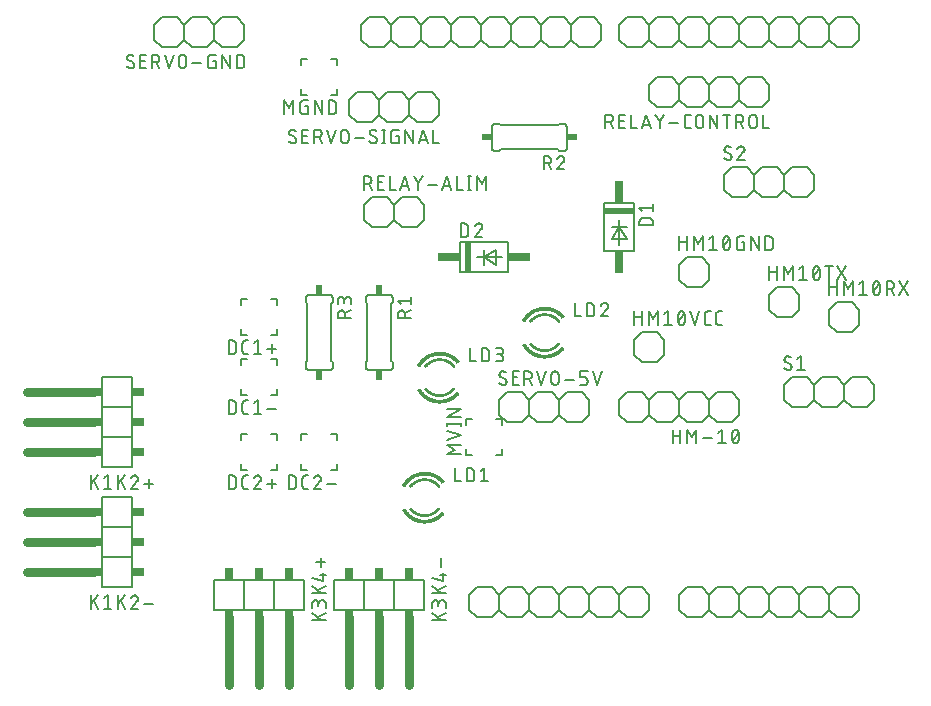
<source format=gbr>
G04 EAGLE Gerber X2 export*
%TF.Part,Single*%
%TF.FileFunction,Legend,Top,1*%
%TF.FilePolarity,Positive*%
%TF.GenerationSoftware,Autodesk,EAGLE,9.1.3*%
%TF.CreationDate,2018-09-14T18:40:43Z*%
G75*
%MOMM*%
%FSLAX34Y34*%
%LPD*%
%AMOC8*
5,1,8,0,0,1.08239X$1,22.5*%
G01*
%ADD10C,0.152400*%
%ADD11C,0.127000*%
%ADD12R,2.540000X0.508000*%
%ADD13R,0.762000X1.905000*%
%ADD14R,0.508000X2.540000*%
%ADD15R,1.905000X0.762000*%
%ADD16C,0.762000*%
%ADD17R,0.508000X0.762000*%
%ADD18R,1.016000X0.762000*%
%ADD19R,0.762000X0.508000*%
%ADD20R,0.762000X1.016000*%
%ADD21C,0.015238*%
%ADD22C,0.025400*%
%ADD23R,0.609600X0.863600*%
%ADD24R,0.863600X0.609600*%


D10*
X431800Y322580D02*
X431800Y363220D01*
X431800Y322580D02*
X457200Y322580D01*
X457200Y363220D01*
X431800Y363220D01*
X444500Y349250D02*
X444500Y342900D01*
X450850Y332740D02*
X438150Y332740D01*
X444500Y342900D01*
X444500Y327660D01*
X450850Y332740D02*
X444500Y342900D01*
X450850Y342900D01*
X444500Y342900D02*
X438150Y342900D01*
D11*
X461645Y344424D02*
X473075Y344424D01*
X461645Y344424D02*
X461645Y347599D01*
X461647Y347710D01*
X461653Y347820D01*
X461662Y347931D01*
X461676Y348041D01*
X461693Y348150D01*
X461714Y348259D01*
X461739Y348367D01*
X461768Y348474D01*
X461800Y348580D01*
X461836Y348685D01*
X461876Y348788D01*
X461919Y348890D01*
X461966Y348991D01*
X462017Y349090D01*
X462070Y349187D01*
X462127Y349281D01*
X462188Y349374D01*
X462251Y349465D01*
X462318Y349554D01*
X462388Y349640D01*
X462461Y349723D01*
X462536Y349805D01*
X462614Y349883D01*
X462696Y349958D01*
X462779Y350031D01*
X462865Y350101D01*
X462954Y350168D01*
X463045Y350231D01*
X463138Y350292D01*
X463233Y350349D01*
X463329Y350402D01*
X463428Y350453D01*
X463529Y350500D01*
X463631Y350543D01*
X463734Y350583D01*
X463839Y350619D01*
X463945Y350651D01*
X464052Y350680D01*
X464160Y350705D01*
X464269Y350726D01*
X464378Y350743D01*
X464488Y350757D01*
X464599Y350766D01*
X464709Y350772D01*
X464820Y350774D01*
X469900Y350774D01*
X470011Y350772D01*
X470121Y350766D01*
X470232Y350757D01*
X470342Y350743D01*
X470451Y350726D01*
X470560Y350705D01*
X470668Y350680D01*
X470775Y350651D01*
X470881Y350619D01*
X470986Y350583D01*
X471089Y350543D01*
X471191Y350500D01*
X471292Y350453D01*
X471391Y350402D01*
X471488Y350349D01*
X471582Y350292D01*
X471675Y350231D01*
X471766Y350168D01*
X471855Y350101D01*
X471941Y350031D01*
X472024Y349958D01*
X472106Y349883D01*
X472184Y349805D01*
X472259Y349723D01*
X472332Y349640D01*
X472402Y349554D01*
X472469Y349465D01*
X472532Y349374D01*
X472593Y349281D01*
X472650Y349187D01*
X472703Y349090D01*
X472754Y348991D01*
X472801Y348890D01*
X472844Y348788D01*
X472884Y348685D01*
X472920Y348580D01*
X472952Y348474D01*
X472981Y348367D01*
X473006Y348259D01*
X473027Y348150D01*
X473044Y348041D01*
X473058Y347931D01*
X473067Y347820D01*
X473073Y347710D01*
X473075Y347599D01*
X473075Y344424D01*
X464185Y356235D02*
X461645Y359410D01*
X473075Y359410D01*
X473075Y356235D02*
X473075Y362585D01*
D12*
X444500Y356870D03*
D13*
X444500Y313055D03*
X444500Y372745D03*
D10*
X350520Y304800D02*
X309880Y304800D01*
X350520Y304800D02*
X350520Y330200D01*
X309880Y330200D01*
X309880Y304800D01*
X323850Y317500D02*
X330200Y317500D01*
X340360Y323850D02*
X340360Y311150D01*
X330200Y317500D01*
X345440Y317500D01*
X340360Y323850D02*
X330200Y317500D01*
X330200Y323850D01*
X330200Y317500D02*
X330200Y311150D01*
D11*
X310515Y334645D02*
X310515Y346075D01*
X313690Y346075D01*
X313801Y346073D01*
X313911Y346067D01*
X314022Y346058D01*
X314132Y346044D01*
X314241Y346027D01*
X314350Y346006D01*
X314458Y345981D01*
X314565Y345952D01*
X314671Y345920D01*
X314776Y345884D01*
X314879Y345844D01*
X314981Y345801D01*
X315082Y345754D01*
X315181Y345703D01*
X315278Y345650D01*
X315372Y345593D01*
X315465Y345532D01*
X315556Y345469D01*
X315645Y345402D01*
X315731Y345332D01*
X315814Y345259D01*
X315896Y345184D01*
X315974Y345106D01*
X316049Y345024D01*
X316122Y344941D01*
X316192Y344855D01*
X316259Y344766D01*
X316322Y344675D01*
X316383Y344582D01*
X316440Y344488D01*
X316493Y344391D01*
X316544Y344292D01*
X316591Y344191D01*
X316634Y344089D01*
X316674Y343986D01*
X316710Y343881D01*
X316742Y343775D01*
X316771Y343668D01*
X316796Y343560D01*
X316817Y343451D01*
X316834Y343342D01*
X316848Y343232D01*
X316857Y343121D01*
X316863Y343011D01*
X316865Y342900D01*
X316865Y337820D01*
X316863Y337709D01*
X316857Y337599D01*
X316848Y337488D01*
X316834Y337378D01*
X316817Y337269D01*
X316796Y337160D01*
X316771Y337052D01*
X316742Y336945D01*
X316710Y336839D01*
X316674Y336734D01*
X316634Y336631D01*
X316591Y336529D01*
X316544Y336428D01*
X316493Y336329D01*
X316440Y336232D01*
X316383Y336138D01*
X316322Y336045D01*
X316259Y335954D01*
X316192Y335865D01*
X316122Y335779D01*
X316049Y335696D01*
X315974Y335614D01*
X315896Y335536D01*
X315814Y335461D01*
X315731Y335388D01*
X315645Y335318D01*
X315556Y335251D01*
X315465Y335188D01*
X315372Y335127D01*
X315278Y335070D01*
X315181Y335017D01*
X315082Y334966D01*
X314981Y334919D01*
X314879Y334876D01*
X314776Y334836D01*
X314671Y334800D01*
X314565Y334768D01*
X314458Y334739D01*
X314350Y334714D01*
X314241Y334693D01*
X314132Y334676D01*
X314022Y334662D01*
X313911Y334653D01*
X313801Y334647D01*
X313690Y334645D01*
X310515Y334645D01*
X325819Y346076D02*
X325923Y346074D01*
X326028Y346068D01*
X326132Y346059D01*
X326235Y346046D01*
X326338Y346028D01*
X326440Y346008D01*
X326542Y345983D01*
X326642Y345955D01*
X326742Y345923D01*
X326840Y345887D01*
X326937Y345848D01*
X327032Y345806D01*
X327126Y345760D01*
X327218Y345710D01*
X327308Y345658D01*
X327396Y345602D01*
X327482Y345542D01*
X327566Y345480D01*
X327647Y345415D01*
X327726Y345347D01*
X327803Y345275D01*
X327876Y345202D01*
X327948Y345125D01*
X328016Y345046D01*
X328081Y344965D01*
X328143Y344881D01*
X328203Y344795D01*
X328259Y344707D01*
X328311Y344617D01*
X328361Y344525D01*
X328407Y344431D01*
X328449Y344336D01*
X328488Y344239D01*
X328524Y344141D01*
X328556Y344041D01*
X328584Y343941D01*
X328609Y343839D01*
X328629Y343737D01*
X328647Y343634D01*
X328660Y343531D01*
X328669Y343427D01*
X328675Y343322D01*
X328677Y343218D01*
X325819Y346075D02*
X325701Y346073D01*
X325582Y346067D01*
X325464Y346058D01*
X325347Y346045D01*
X325230Y346027D01*
X325113Y346007D01*
X324997Y345982D01*
X324882Y345954D01*
X324769Y345921D01*
X324656Y345886D01*
X324544Y345846D01*
X324434Y345804D01*
X324325Y345757D01*
X324217Y345707D01*
X324112Y345654D01*
X324008Y345597D01*
X323906Y345537D01*
X323806Y345474D01*
X323708Y345407D01*
X323612Y345338D01*
X323519Y345265D01*
X323428Y345189D01*
X323339Y345111D01*
X323253Y345029D01*
X323170Y344945D01*
X323089Y344859D01*
X323012Y344769D01*
X322937Y344678D01*
X322865Y344584D01*
X322796Y344487D01*
X322731Y344389D01*
X322668Y344288D01*
X322609Y344185D01*
X322553Y344081D01*
X322501Y343975D01*
X322452Y343867D01*
X322407Y343758D01*
X322365Y343647D01*
X322327Y343535D01*
X327724Y340996D02*
X327800Y341071D01*
X327875Y341150D01*
X327946Y341231D01*
X328015Y341315D01*
X328080Y341401D01*
X328142Y341489D01*
X328202Y341579D01*
X328258Y341671D01*
X328311Y341766D01*
X328360Y341862D01*
X328406Y341960D01*
X328449Y342059D01*
X328488Y342160D01*
X328523Y342262D01*
X328555Y342365D01*
X328583Y342469D01*
X328608Y342574D01*
X328629Y342681D01*
X328646Y342787D01*
X328659Y342894D01*
X328668Y343002D01*
X328674Y343110D01*
X328676Y343218D01*
X327724Y340995D02*
X322326Y334645D01*
X328676Y334645D01*
D14*
X316230Y317500D03*
D15*
X360045Y317500D03*
X300355Y317500D03*
D10*
X124460Y281940D02*
X124460Y276860D01*
X124460Y281940D02*
X129540Y281940D01*
X149860Y281940D02*
X154940Y281940D01*
X154940Y276860D01*
X154940Y256540D02*
X154940Y251460D01*
X149860Y251460D01*
X129540Y251460D02*
X124460Y251460D01*
X124460Y256540D01*
D11*
X113792Y247015D02*
X113792Y235585D01*
X113792Y247015D02*
X116967Y247015D01*
X117078Y247013D01*
X117188Y247007D01*
X117299Y246998D01*
X117409Y246984D01*
X117518Y246967D01*
X117627Y246946D01*
X117735Y246921D01*
X117842Y246892D01*
X117948Y246860D01*
X118053Y246824D01*
X118156Y246784D01*
X118258Y246741D01*
X118359Y246694D01*
X118458Y246643D01*
X118555Y246590D01*
X118649Y246533D01*
X118742Y246472D01*
X118833Y246409D01*
X118922Y246342D01*
X119008Y246272D01*
X119091Y246199D01*
X119173Y246124D01*
X119251Y246046D01*
X119326Y245964D01*
X119399Y245881D01*
X119469Y245795D01*
X119536Y245706D01*
X119599Y245615D01*
X119660Y245522D01*
X119717Y245428D01*
X119770Y245331D01*
X119821Y245232D01*
X119868Y245131D01*
X119911Y245029D01*
X119951Y244926D01*
X119987Y244821D01*
X120019Y244715D01*
X120048Y244608D01*
X120073Y244500D01*
X120094Y244391D01*
X120111Y244282D01*
X120125Y244172D01*
X120134Y244061D01*
X120140Y243951D01*
X120142Y243840D01*
X120142Y238760D01*
X120140Y238649D01*
X120134Y238539D01*
X120125Y238428D01*
X120111Y238318D01*
X120094Y238209D01*
X120073Y238100D01*
X120048Y237992D01*
X120019Y237885D01*
X119987Y237779D01*
X119951Y237674D01*
X119911Y237571D01*
X119868Y237469D01*
X119821Y237368D01*
X119770Y237269D01*
X119717Y237172D01*
X119660Y237078D01*
X119599Y236985D01*
X119536Y236894D01*
X119469Y236805D01*
X119399Y236719D01*
X119326Y236636D01*
X119251Y236554D01*
X119173Y236476D01*
X119091Y236401D01*
X119008Y236328D01*
X118922Y236258D01*
X118833Y236191D01*
X118742Y236128D01*
X118649Y236067D01*
X118554Y236010D01*
X118458Y235957D01*
X118359Y235906D01*
X118258Y235859D01*
X118156Y235816D01*
X118053Y235776D01*
X117948Y235740D01*
X117842Y235708D01*
X117735Y235679D01*
X117627Y235654D01*
X117518Y235633D01*
X117409Y235616D01*
X117299Y235602D01*
X117188Y235593D01*
X117078Y235587D01*
X116967Y235585D01*
X113792Y235585D01*
X128106Y235585D02*
X130646Y235585D01*
X128106Y235585D02*
X128006Y235587D01*
X127907Y235593D01*
X127807Y235603D01*
X127709Y235616D01*
X127610Y235634D01*
X127513Y235655D01*
X127417Y235680D01*
X127321Y235709D01*
X127227Y235742D01*
X127134Y235778D01*
X127043Y235818D01*
X126953Y235862D01*
X126865Y235909D01*
X126779Y235959D01*
X126695Y236013D01*
X126613Y236070D01*
X126534Y236130D01*
X126456Y236194D01*
X126382Y236260D01*
X126310Y236329D01*
X126241Y236401D01*
X126175Y236475D01*
X126111Y236553D01*
X126051Y236632D01*
X125994Y236714D01*
X125940Y236798D01*
X125890Y236884D01*
X125843Y236972D01*
X125799Y237062D01*
X125759Y237153D01*
X125723Y237246D01*
X125690Y237340D01*
X125661Y237436D01*
X125636Y237532D01*
X125615Y237629D01*
X125597Y237728D01*
X125584Y237826D01*
X125574Y237926D01*
X125568Y238025D01*
X125566Y238125D01*
X125566Y244475D01*
X125568Y244575D01*
X125574Y244674D01*
X125584Y244774D01*
X125597Y244872D01*
X125615Y244971D01*
X125636Y245068D01*
X125661Y245164D01*
X125690Y245260D01*
X125723Y245354D01*
X125759Y245447D01*
X125799Y245538D01*
X125843Y245628D01*
X125890Y245716D01*
X125940Y245802D01*
X125994Y245886D01*
X126051Y245968D01*
X126111Y246047D01*
X126175Y246125D01*
X126241Y246199D01*
X126310Y246271D01*
X126382Y246340D01*
X126456Y246406D01*
X126534Y246470D01*
X126613Y246530D01*
X126695Y246587D01*
X126779Y246641D01*
X126865Y246691D01*
X126953Y246738D01*
X127043Y246782D01*
X127134Y246822D01*
X127227Y246858D01*
X127321Y246891D01*
X127417Y246920D01*
X127513Y246945D01*
X127610Y246966D01*
X127709Y246984D01*
X127807Y246997D01*
X127907Y247007D01*
X128006Y247013D01*
X128106Y247015D01*
X130646Y247015D01*
X135128Y244475D02*
X138303Y247015D01*
X138303Y235585D01*
X135128Y235585D02*
X141478Y235585D01*
X146685Y240030D02*
X154305Y240030D01*
X150495Y236220D02*
X150495Y243840D01*
D10*
X124460Y231140D02*
X124460Y226060D01*
X124460Y231140D02*
X129540Y231140D01*
X149860Y231140D02*
X154940Y231140D01*
X154940Y226060D01*
X154940Y205740D02*
X154940Y200660D01*
X149860Y200660D01*
X129540Y200660D02*
X124460Y200660D01*
X124460Y205740D01*
D11*
X113792Y196215D02*
X113792Y184785D01*
X113792Y196215D02*
X116967Y196215D01*
X117078Y196213D01*
X117188Y196207D01*
X117299Y196198D01*
X117409Y196184D01*
X117518Y196167D01*
X117627Y196146D01*
X117735Y196121D01*
X117842Y196092D01*
X117948Y196060D01*
X118053Y196024D01*
X118156Y195984D01*
X118258Y195941D01*
X118359Y195894D01*
X118458Y195843D01*
X118555Y195790D01*
X118649Y195733D01*
X118742Y195672D01*
X118833Y195609D01*
X118922Y195542D01*
X119008Y195472D01*
X119091Y195399D01*
X119173Y195324D01*
X119251Y195246D01*
X119326Y195164D01*
X119399Y195081D01*
X119469Y194995D01*
X119536Y194906D01*
X119599Y194815D01*
X119660Y194722D01*
X119717Y194628D01*
X119770Y194531D01*
X119821Y194432D01*
X119868Y194331D01*
X119911Y194229D01*
X119951Y194126D01*
X119987Y194021D01*
X120019Y193915D01*
X120048Y193808D01*
X120073Y193700D01*
X120094Y193591D01*
X120111Y193482D01*
X120125Y193372D01*
X120134Y193261D01*
X120140Y193151D01*
X120142Y193040D01*
X120142Y187960D01*
X120140Y187849D01*
X120134Y187739D01*
X120125Y187628D01*
X120111Y187518D01*
X120094Y187409D01*
X120073Y187300D01*
X120048Y187192D01*
X120019Y187085D01*
X119987Y186979D01*
X119951Y186874D01*
X119911Y186771D01*
X119868Y186669D01*
X119821Y186568D01*
X119770Y186469D01*
X119717Y186372D01*
X119660Y186278D01*
X119599Y186185D01*
X119536Y186094D01*
X119469Y186005D01*
X119399Y185919D01*
X119326Y185836D01*
X119251Y185754D01*
X119173Y185676D01*
X119091Y185601D01*
X119008Y185528D01*
X118922Y185458D01*
X118833Y185391D01*
X118742Y185328D01*
X118649Y185267D01*
X118554Y185210D01*
X118458Y185157D01*
X118359Y185106D01*
X118258Y185059D01*
X118156Y185016D01*
X118053Y184976D01*
X117948Y184940D01*
X117842Y184908D01*
X117735Y184879D01*
X117627Y184854D01*
X117518Y184833D01*
X117409Y184816D01*
X117299Y184802D01*
X117188Y184793D01*
X117078Y184787D01*
X116967Y184785D01*
X113792Y184785D01*
X128106Y184785D02*
X130646Y184785D01*
X128106Y184785D02*
X128006Y184787D01*
X127907Y184793D01*
X127807Y184803D01*
X127709Y184816D01*
X127610Y184834D01*
X127513Y184855D01*
X127417Y184880D01*
X127321Y184909D01*
X127227Y184942D01*
X127134Y184978D01*
X127043Y185018D01*
X126953Y185062D01*
X126865Y185109D01*
X126779Y185159D01*
X126695Y185213D01*
X126613Y185270D01*
X126534Y185330D01*
X126456Y185394D01*
X126382Y185460D01*
X126310Y185529D01*
X126241Y185601D01*
X126175Y185675D01*
X126111Y185753D01*
X126051Y185832D01*
X125994Y185914D01*
X125940Y185998D01*
X125890Y186084D01*
X125843Y186172D01*
X125799Y186262D01*
X125759Y186353D01*
X125723Y186446D01*
X125690Y186540D01*
X125661Y186636D01*
X125636Y186732D01*
X125615Y186829D01*
X125597Y186928D01*
X125584Y187026D01*
X125574Y187126D01*
X125568Y187225D01*
X125566Y187325D01*
X125566Y193675D01*
X125568Y193775D01*
X125574Y193874D01*
X125584Y193974D01*
X125597Y194072D01*
X125615Y194171D01*
X125636Y194268D01*
X125661Y194364D01*
X125690Y194460D01*
X125723Y194554D01*
X125759Y194647D01*
X125799Y194738D01*
X125843Y194828D01*
X125890Y194916D01*
X125940Y195002D01*
X125994Y195086D01*
X126051Y195168D01*
X126111Y195247D01*
X126175Y195325D01*
X126241Y195399D01*
X126310Y195471D01*
X126382Y195540D01*
X126456Y195606D01*
X126534Y195670D01*
X126613Y195730D01*
X126695Y195787D01*
X126779Y195841D01*
X126865Y195891D01*
X126953Y195938D01*
X127043Y195982D01*
X127134Y196022D01*
X127227Y196058D01*
X127321Y196091D01*
X127417Y196120D01*
X127513Y196145D01*
X127610Y196166D01*
X127709Y196184D01*
X127807Y196197D01*
X127907Y196207D01*
X128006Y196213D01*
X128106Y196215D01*
X130646Y196215D01*
X135128Y193675D02*
X138303Y196215D01*
X138303Y184785D01*
X135128Y184785D02*
X141478Y184785D01*
X146685Y189230D02*
X154305Y189230D01*
D10*
X124460Y167640D02*
X124460Y162560D01*
X124460Y167640D02*
X129540Y167640D01*
X149860Y167640D02*
X154940Y167640D01*
X154940Y162560D01*
X154940Y142240D02*
X154940Y137160D01*
X149860Y137160D01*
X129540Y137160D02*
X124460Y137160D01*
X124460Y142240D01*
D11*
X113792Y132715D02*
X113792Y121285D01*
X113792Y132715D02*
X116967Y132715D01*
X117078Y132713D01*
X117188Y132707D01*
X117299Y132698D01*
X117409Y132684D01*
X117518Y132667D01*
X117627Y132646D01*
X117735Y132621D01*
X117842Y132592D01*
X117948Y132560D01*
X118053Y132524D01*
X118156Y132484D01*
X118258Y132441D01*
X118359Y132394D01*
X118458Y132343D01*
X118555Y132290D01*
X118649Y132233D01*
X118742Y132172D01*
X118833Y132109D01*
X118922Y132042D01*
X119008Y131972D01*
X119091Y131899D01*
X119173Y131824D01*
X119251Y131746D01*
X119326Y131664D01*
X119399Y131581D01*
X119469Y131495D01*
X119536Y131406D01*
X119599Y131315D01*
X119660Y131222D01*
X119717Y131128D01*
X119770Y131031D01*
X119821Y130932D01*
X119868Y130831D01*
X119911Y130729D01*
X119951Y130626D01*
X119987Y130521D01*
X120019Y130415D01*
X120048Y130308D01*
X120073Y130200D01*
X120094Y130091D01*
X120111Y129982D01*
X120125Y129872D01*
X120134Y129761D01*
X120140Y129651D01*
X120142Y129540D01*
X120142Y124460D01*
X120140Y124349D01*
X120134Y124239D01*
X120125Y124128D01*
X120111Y124018D01*
X120094Y123909D01*
X120073Y123800D01*
X120048Y123692D01*
X120019Y123585D01*
X119987Y123479D01*
X119951Y123374D01*
X119911Y123271D01*
X119868Y123169D01*
X119821Y123068D01*
X119770Y122969D01*
X119717Y122872D01*
X119660Y122778D01*
X119599Y122685D01*
X119536Y122594D01*
X119469Y122505D01*
X119399Y122419D01*
X119326Y122336D01*
X119251Y122254D01*
X119173Y122176D01*
X119091Y122101D01*
X119008Y122028D01*
X118922Y121958D01*
X118833Y121891D01*
X118742Y121828D01*
X118649Y121767D01*
X118554Y121710D01*
X118458Y121657D01*
X118359Y121606D01*
X118258Y121559D01*
X118156Y121516D01*
X118053Y121476D01*
X117948Y121440D01*
X117842Y121408D01*
X117735Y121379D01*
X117627Y121354D01*
X117518Y121333D01*
X117409Y121316D01*
X117299Y121302D01*
X117188Y121293D01*
X117078Y121287D01*
X116967Y121285D01*
X113792Y121285D01*
X128106Y121285D02*
X130646Y121285D01*
X128106Y121285D02*
X128006Y121287D01*
X127907Y121293D01*
X127807Y121303D01*
X127709Y121316D01*
X127610Y121334D01*
X127513Y121355D01*
X127417Y121380D01*
X127321Y121409D01*
X127227Y121442D01*
X127134Y121478D01*
X127043Y121518D01*
X126953Y121562D01*
X126865Y121609D01*
X126779Y121659D01*
X126695Y121713D01*
X126613Y121770D01*
X126534Y121830D01*
X126456Y121894D01*
X126382Y121960D01*
X126310Y122029D01*
X126241Y122101D01*
X126175Y122175D01*
X126111Y122253D01*
X126051Y122332D01*
X125994Y122414D01*
X125940Y122498D01*
X125890Y122584D01*
X125843Y122672D01*
X125799Y122762D01*
X125759Y122853D01*
X125723Y122946D01*
X125690Y123040D01*
X125661Y123136D01*
X125636Y123232D01*
X125615Y123329D01*
X125597Y123428D01*
X125584Y123526D01*
X125574Y123626D01*
X125568Y123725D01*
X125566Y123825D01*
X125566Y130175D01*
X125568Y130275D01*
X125574Y130374D01*
X125584Y130474D01*
X125597Y130572D01*
X125615Y130671D01*
X125636Y130768D01*
X125661Y130864D01*
X125690Y130960D01*
X125723Y131054D01*
X125759Y131147D01*
X125799Y131238D01*
X125843Y131328D01*
X125890Y131416D01*
X125940Y131502D01*
X125994Y131586D01*
X126051Y131668D01*
X126111Y131747D01*
X126175Y131825D01*
X126241Y131899D01*
X126310Y131971D01*
X126382Y132040D01*
X126456Y132106D01*
X126534Y132170D01*
X126613Y132230D01*
X126695Y132287D01*
X126779Y132341D01*
X126865Y132391D01*
X126953Y132438D01*
X127043Y132482D01*
X127134Y132522D01*
X127227Y132558D01*
X127321Y132591D01*
X127417Y132620D01*
X127513Y132645D01*
X127610Y132666D01*
X127709Y132684D01*
X127807Y132697D01*
X127907Y132707D01*
X128006Y132713D01*
X128106Y132715D01*
X130646Y132715D01*
X138621Y132716D02*
X138725Y132714D01*
X138830Y132708D01*
X138934Y132699D01*
X139037Y132686D01*
X139140Y132668D01*
X139242Y132648D01*
X139344Y132623D01*
X139444Y132595D01*
X139544Y132563D01*
X139642Y132527D01*
X139739Y132488D01*
X139834Y132446D01*
X139928Y132400D01*
X140020Y132350D01*
X140110Y132298D01*
X140198Y132242D01*
X140284Y132182D01*
X140368Y132120D01*
X140449Y132055D01*
X140528Y131987D01*
X140605Y131915D01*
X140678Y131842D01*
X140750Y131765D01*
X140818Y131686D01*
X140883Y131605D01*
X140945Y131521D01*
X141005Y131435D01*
X141061Y131347D01*
X141113Y131257D01*
X141163Y131165D01*
X141209Y131071D01*
X141251Y130976D01*
X141290Y130879D01*
X141326Y130781D01*
X141358Y130681D01*
X141386Y130581D01*
X141411Y130479D01*
X141431Y130377D01*
X141449Y130274D01*
X141462Y130171D01*
X141471Y130067D01*
X141477Y129962D01*
X141479Y129858D01*
X138621Y132715D02*
X138503Y132713D01*
X138384Y132707D01*
X138266Y132698D01*
X138149Y132685D01*
X138032Y132667D01*
X137915Y132647D01*
X137799Y132622D01*
X137684Y132594D01*
X137571Y132561D01*
X137458Y132526D01*
X137346Y132486D01*
X137236Y132444D01*
X137127Y132397D01*
X137019Y132347D01*
X136914Y132294D01*
X136810Y132237D01*
X136708Y132177D01*
X136608Y132114D01*
X136510Y132047D01*
X136414Y131978D01*
X136321Y131905D01*
X136230Y131829D01*
X136141Y131751D01*
X136055Y131669D01*
X135972Y131585D01*
X135891Y131499D01*
X135814Y131409D01*
X135739Y131318D01*
X135667Y131224D01*
X135598Y131127D01*
X135533Y131029D01*
X135470Y130928D01*
X135411Y130825D01*
X135355Y130721D01*
X135303Y130615D01*
X135254Y130507D01*
X135209Y130398D01*
X135167Y130287D01*
X135129Y130175D01*
X140526Y127636D02*
X140602Y127711D01*
X140677Y127790D01*
X140748Y127871D01*
X140817Y127955D01*
X140882Y128041D01*
X140944Y128129D01*
X141004Y128219D01*
X141060Y128311D01*
X141113Y128406D01*
X141162Y128502D01*
X141208Y128600D01*
X141251Y128699D01*
X141290Y128800D01*
X141325Y128902D01*
X141357Y129005D01*
X141385Y129109D01*
X141410Y129214D01*
X141431Y129321D01*
X141448Y129427D01*
X141461Y129534D01*
X141470Y129642D01*
X141476Y129750D01*
X141478Y129858D01*
X140526Y127635D02*
X135128Y121285D01*
X141478Y121285D01*
X146685Y125730D02*
X154305Y125730D01*
X150495Y121920D02*
X150495Y129540D01*
D10*
X175260Y162560D02*
X175260Y167640D01*
X180340Y167640D01*
X200660Y167640D02*
X205740Y167640D01*
X205740Y162560D01*
X205740Y142240D02*
X205740Y137160D01*
X200660Y137160D01*
X180340Y137160D02*
X175260Y137160D01*
X175260Y142240D01*
D11*
X164592Y132715D02*
X164592Y121285D01*
X164592Y132715D02*
X167767Y132715D01*
X167878Y132713D01*
X167988Y132707D01*
X168099Y132698D01*
X168209Y132684D01*
X168318Y132667D01*
X168427Y132646D01*
X168535Y132621D01*
X168642Y132592D01*
X168748Y132560D01*
X168853Y132524D01*
X168956Y132484D01*
X169058Y132441D01*
X169159Y132394D01*
X169258Y132343D01*
X169355Y132290D01*
X169449Y132233D01*
X169542Y132172D01*
X169633Y132109D01*
X169722Y132042D01*
X169808Y131972D01*
X169891Y131899D01*
X169973Y131824D01*
X170051Y131746D01*
X170126Y131664D01*
X170199Y131581D01*
X170269Y131495D01*
X170336Y131406D01*
X170399Y131315D01*
X170460Y131222D01*
X170517Y131128D01*
X170570Y131031D01*
X170621Y130932D01*
X170668Y130831D01*
X170711Y130729D01*
X170751Y130626D01*
X170787Y130521D01*
X170819Y130415D01*
X170848Y130308D01*
X170873Y130200D01*
X170894Y130091D01*
X170911Y129982D01*
X170925Y129872D01*
X170934Y129761D01*
X170940Y129651D01*
X170942Y129540D01*
X170942Y124460D01*
X170940Y124349D01*
X170934Y124239D01*
X170925Y124128D01*
X170911Y124018D01*
X170894Y123909D01*
X170873Y123800D01*
X170848Y123692D01*
X170819Y123585D01*
X170787Y123479D01*
X170751Y123374D01*
X170711Y123271D01*
X170668Y123169D01*
X170621Y123068D01*
X170570Y122969D01*
X170517Y122872D01*
X170460Y122778D01*
X170399Y122685D01*
X170336Y122594D01*
X170269Y122505D01*
X170199Y122419D01*
X170126Y122336D01*
X170051Y122254D01*
X169973Y122176D01*
X169891Y122101D01*
X169808Y122028D01*
X169722Y121958D01*
X169633Y121891D01*
X169542Y121828D01*
X169449Y121767D01*
X169354Y121710D01*
X169258Y121657D01*
X169159Y121606D01*
X169058Y121559D01*
X168956Y121516D01*
X168853Y121476D01*
X168748Y121440D01*
X168642Y121408D01*
X168535Y121379D01*
X168427Y121354D01*
X168318Y121333D01*
X168209Y121316D01*
X168099Y121302D01*
X167988Y121293D01*
X167878Y121287D01*
X167767Y121285D01*
X164592Y121285D01*
X178906Y121285D02*
X181446Y121285D01*
X178906Y121285D02*
X178806Y121287D01*
X178707Y121293D01*
X178607Y121303D01*
X178509Y121316D01*
X178410Y121334D01*
X178313Y121355D01*
X178217Y121380D01*
X178121Y121409D01*
X178027Y121442D01*
X177934Y121478D01*
X177843Y121518D01*
X177753Y121562D01*
X177665Y121609D01*
X177579Y121659D01*
X177495Y121713D01*
X177413Y121770D01*
X177334Y121830D01*
X177256Y121894D01*
X177182Y121960D01*
X177110Y122029D01*
X177041Y122101D01*
X176975Y122175D01*
X176911Y122253D01*
X176851Y122332D01*
X176794Y122414D01*
X176740Y122498D01*
X176690Y122584D01*
X176643Y122672D01*
X176599Y122762D01*
X176559Y122853D01*
X176523Y122946D01*
X176490Y123040D01*
X176461Y123136D01*
X176436Y123232D01*
X176415Y123329D01*
X176397Y123428D01*
X176384Y123526D01*
X176374Y123626D01*
X176368Y123725D01*
X176366Y123825D01*
X176366Y130175D01*
X176368Y130275D01*
X176374Y130374D01*
X176384Y130474D01*
X176397Y130572D01*
X176415Y130671D01*
X176436Y130768D01*
X176461Y130864D01*
X176490Y130960D01*
X176523Y131054D01*
X176559Y131147D01*
X176599Y131238D01*
X176643Y131328D01*
X176690Y131416D01*
X176740Y131502D01*
X176794Y131586D01*
X176851Y131668D01*
X176911Y131747D01*
X176975Y131825D01*
X177041Y131899D01*
X177110Y131971D01*
X177182Y132040D01*
X177256Y132106D01*
X177334Y132170D01*
X177413Y132230D01*
X177495Y132287D01*
X177579Y132341D01*
X177665Y132391D01*
X177753Y132438D01*
X177843Y132482D01*
X177934Y132522D01*
X178027Y132558D01*
X178121Y132591D01*
X178217Y132620D01*
X178313Y132645D01*
X178410Y132666D01*
X178509Y132684D01*
X178607Y132697D01*
X178707Y132707D01*
X178806Y132713D01*
X178906Y132715D01*
X181446Y132715D01*
X189421Y132716D02*
X189525Y132714D01*
X189630Y132708D01*
X189734Y132699D01*
X189837Y132686D01*
X189940Y132668D01*
X190042Y132648D01*
X190144Y132623D01*
X190244Y132595D01*
X190344Y132563D01*
X190442Y132527D01*
X190539Y132488D01*
X190634Y132446D01*
X190728Y132400D01*
X190820Y132350D01*
X190910Y132298D01*
X190998Y132242D01*
X191084Y132182D01*
X191168Y132120D01*
X191249Y132055D01*
X191328Y131987D01*
X191405Y131915D01*
X191478Y131842D01*
X191550Y131765D01*
X191618Y131686D01*
X191683Y131605D01*
X191745Y131521D01*
X191805Y131435D01*
X191861Y131347D01*
X191913Y131257D01*
X191963Y131165D01*
X192009Y131071D01*
X192051Y130976D01*
X192090Y130879D01*
X192126Y130781D01*
X192158Y130681D01*
X192186Y130581D01*
X192211Y130479D01*
X192231Y130377D01*
X192249Y130274D01*
X192262Y130171D01*
X192271Y130067D01*
X192277Y129962D01*
X192279Y129858D01*
X189421Y132715D02*
X189303Y132713D01*
X189184Y132707D01*
X189066Y132698D01*
X188949Y132685D01*
X188832Y132667D01*
X188715Y132647D01*
X188599Y132622D01*
X188484Y132594D01*
X188371Y132561D01*
X188258Y132526D01*
X188146Y132486D01*
X188036Y132444D01*
X187927Y132397D01*
X187819Y132347D01*
X187714Y132294D01*
X187610Y132237D01*
X187508Y132177D01*
X187408Y132114D01*
X187310Y132047D01*
X187214Y131978D01*
X187121Y131905D01*
X187030Y131829D01*
X186941Y131751D01*
X186855Y131669D01*
X186772Y131585D01*
X186691Y131499D01*
X186614Y131409D01*
X186539Y131318D01*
X186467Y131224D01*
X186398Y131127D01*
X186333Y131029D01*
X186270Y130928D01*
X186211Y130825D01*
X186155Y130721D01*
X186103Y130615D01*
X186054Y130507D01*
X186009Y130398D01*
X185967Y130287D01*
X185929Y130175D01*
X191326Y127636D02*
X191402Y127711D01*
X191477Y127790D01*
X191548Y127871D01*
X191617Y127955D01*
X191682Y128041D01*
X191744Y128129D01*
X191804Y128219D01*
X191860Y128311D01*
X191913Y128406D01*
X191962Y128502D01*
X192008Y128600D01*
X192051Y128699D01*
X192090Y128800D01*
X192125Y128902D01*
X192157Y129005D01*
X192185Y129109D01*
X192210Y129214D01*
X192231Y129321D01*
X192248Y129427D01*
X192261Y129534D01*
X192270Y129642D01*
X192276Y129750D01*
X192278Y129858D01*
X191326Y127635D02*
X185928Y121285D01*
X192278Y121285D01*
X197485Y125730D02*
X205105Y125730D01*
D10*
X488950Y177800D02*
X495300Y184150D01*
X488950Y177800D02*
X476250Y177800D01*
X469900Y184150D01*
X469900Y196850D01*
X476250Y203200D01*
X488950Y203200D01*
X495300Y196850D01*
X527050Y177800D02*
X539750Y177800D01*
X527050Y177800D02*
X520700Y184150D01*
X520700Y196850D01*
X527050Y203200D01*
X520700Y184150D02*
X514350Y177800D01*
X501650Y177800D01*
X495300Y184150D01*
X495300Y196850D01*
X501650Y203200D01*
X514350Y203200D01*
X520700Y196850D01*
X546100Y196850D02*
X546100Y184150D01*
X539750Y177800D01*
X546100Y196850D02*
X539750Y203200D01*
X527050Y203200D01*
X463550Y177800D02*
X450850Y177800D01*
X444500Y184150D01*
X444500Y196850D01*
X450850Y203200D01*
X469900Y184150D02*
X463550Y177800D01*
X469900Y196850D02*
X463550Y203200D01*
X450850Y203200D01*
D11*
X489966Y171577D02*
X489966Y160147D01*
X489966Y166497D02*
X496316Y166497D01*
X496316Y171577D02*
X496316Y160147D01*
X502285Y160147D02*
X502285Y171577D01*
X506095Y165227D01*
X509905Y171577D01*
X509905Y160147D01*
X515620Y164592D02*
X523240Y164592D01*
X528447Y169037D02*
X531622Y171577D01*
X531622Y160147D01*
X528447Y160147D02*
X534797Y160147D01*
X539877Y165862D02*
X539880Y166087D01*
X539888Y166312D01*
X539901Y166536D01*
X539920Y166760D01*
X539944Y166984D01*
X539973Y167207D01*
X540008Y167429D01*
X540048Y167650D01*
X540094Y167870D01*
X540144Y168089D01*
X540200Y168307D01*
X540261Y168524D01*
X540327Y168739D01*
X540398Y168952D01*
X540475Y169163D01*
X540556Y169373D01*
X540642Y169581D01*
X540733Y169786D01*
X540829Y169989D01*
X540829Y169990D02*
X540861Y170078D01*
X540897Y170165D01*
X540936Y170251D01*
X540979Y170335D01*
X541025Y170417D01*
X541074Y170497D01*
X541126Y170575D01*
X541182Y170651D01*
X541240Y170725D01*
X541302Y170796D01*
X541366Y170865D01*
X541433Y170931D01*
X541502Y170994D01*
X541574Y171055D01*
X541648Y171113D01*
X541725Y171167D01*
X541803Y171219D01*
X541884Y171267D01*
X541966Y171312D01*
X542051Y171354D01*
X542137Y171392D01*
X542224Y171427D01*
X542312Y171459D01*
X542402Y171486D01*
X542493Y171511D01*
X542585Y171531D01*
X542677Y171548D01*
X542771Y171561D01*
X542864Y171570D01*
X542958Y171576D01*
X543052Y171578D01*
X543146Y171576D01*
X543240Y171570D01*
X543333Y171561D01*
X543427Y171548D01*
X543519Y171531D01*
X543611Y171511D01*
X543702Y171486D01*
X543792Y171459D01*
X543880Y171427D01*
X543967Y171392D01*
X544053Y171354D01*
X544138Y171312D01*
X544220Y171267D01*
X544301Y171219D01*
X544379Y171167D01*
X544456Y171113D01*
X544530Y171055D01*
X544602Y170994D01*
X544671Y170931D01*
X544738Y170865D01*
X544802Y170796D01*
X544864Y170725D01*
X544922Y170651D01*
X544978Y170575D01*
X545030Y170497D01*
X545079Y170417D01*
X545125Y170335D01*
X545168Y170251D01*
X545207Y170165D01*
X545243Y170078D01*
X545275Y169990D01*
X545275Y169989D02*
X545371Y169786D01*
X545462Y169581D01*
X545548Y169373D01*
X545629Y169163D01*
X545706Y168952D01*
X545777Y168739D01*
X545843Y168524D01*
X545904Y168307D01*
X545960Y168089D01*
X546010Y167870D01*
X546056Y167650D01*
X546096Y167429D01*
X546131Y167207D01*
X546160Y166984D01*
X546184Y166760D01*
X546203Y166536D01*
X546216Y166312D01*
X546224Y166087D01*
X546227Y165862D01*
X539877Y165862D02*
X539880Y165637D01*
X539888Y165412D01*
X539901Y165188D01*
X539920Y164964D01*
X539944Y164740D01*
X539973Y164517D01*
X540008Y164295D01*
X540048Y164074D01*
X540094Y163854D01*
X540144Y163635D01*
X540200Y163417D01*
X540261Y163200D01*
X540327Y162985D01*
X540398Y162772D01*
X540475Y162561D01*
X540556Y162351D01*
X540642Y162143D01*
X540733Y161938D01*
X540829Y161735D01*
X540861Y161647D01*
X540897Y161560D01*
X540936Y161474D01*
X540979Y161390D01*
X541025Y161308D01*
X541074Y161228D01*
X541126Y161150D01*
X541182Y161074D01*
X541240Y161000D01*
X541302Y160929D01*
X541366Y160860D01*
X541433Y160794D01*
X541502Y160731D01*
X541574Y160670D01*
X541648Y160612D01*
X541725Y160558D01*
X541803Y160506D01*
X541884Y160458D01*
X541966Y160413D01*
X542051Y160371D01*
X542137Y160333D01*
X542224Y160298D01*
X542312Y160266D01*
X542402Y160239D01*
X542493Y160214D01*
X542585Y160194D01*
X542677Y160177D01*
X542771Y160164D01*
X542864Y160155D01*
X542958Y160149D01*
X543052Y160147D01*
X545275Y161735D02*
X545371Y161938D01*
X545462Y162143D01*
X545548Y162351D01*
X545629Y162561D01*
X545706Y162772D01*
X545777Y162985D01*
X545843Y163200D01*
X545904Y163417D01*
X545960Y163635D01*
X546010Y163854D01*
X546056Y164074D01*
X546096Y164295D01*
X546131Y164517D01*
X546160Y164740D01*
X546184Y164964D01*
X546203Y165188D01*
X546216Y165412D01*
X546224Y165637D01*
X546227Y165862D01*
X545275Y161735D02*
X545243Y161647D01*
X545207Y161560D01*
X545168Y161474D01*
X545125Y161390D01*
X545079Y161308D01*
X545030Y161228D01*
X544978Y161150D01*
X544922Y161074D01*
X544864Y161000D01*
X544802Y160929D01*
X544738Y160860D01*
X544671Y160794D01*
X544602Y160731D01*
X544530Y160670D01*
X544456Y160612D01*
X544379Y160558D01*
X544301Y160506D01*
X544220Y160458D01*
X544138Y160413D01*
X544053Y160371D01*
X543967Y160333D01*
X543880Y160298D01*
X543792Y160266D01*
X543702Y160239D01*
X543611Y160214D01*
X543519Y160194D01*
X543427Y160177D01*
X543333Y160164D01*
X543240Y160155D01*
X543146Y160149D01*
X543052Y160147D01*
X540512Y162687D02*
X545592Y169037D01*
D10*
X397510Y520700D02*
X384810Y520700D01*
X397510Y520700D02*
X403860Y514350D01*
X403860Y501650D01*
X397510Y495300D01*
X359410Y520700D02*
X353060Y514350D01*
X359410Y520700D02*
X372110Y520700D01*
X378460Y514350D01*
X378460Y501650D01*
X372110Y495300D01*
X359410Y495300D01*
X353060Y501650D01*
X378460Y514350D02*
X384810Y520700D01*
X378460Y501650D02*
X384810Y495300D01*
X397510Y495300D01*
X321310Y520700D02*
X308610Y520700D01*
X321310Y520700D02*
X327660Y514350D01*
X327660Y501650D01*
X321310Y495300D01*
X327660Y514350D02*
X334010Y520700D01*
X346710Y520700D01*
X353060Y514350D01*
X353060Y501650D01*
X346710Y495300D01*
X334010Y495300D01*
X327660Y501650D01*
X283210Y520700D02*
X276860Y514350D01*
X283210Y520700D02*
X295910Y520700D01*
X302260Y514350D01*
X302260Y501650D01*
X295910Y495300D01*
X283210Y495300D01*
X276860Y501650D01*
X302260Y514350D02*
X308610Y520700D01*
X302260Y501650D02*
X308610Y495300D01*
X321310Y495300D01*
X245110Y520700D02*
X232410Y520700D01*
X245110Y520700D02*
X251460Y514350D01*
X251460Y501650D01*
X245110Y495300D01*
X251460Y514350D02*
X257810Y520700D01*
X270510Y520700D01*
X276860Y514350D01*
X276860Y501650D01*
X270510Y495300D01*
X257810Y495300D01*
X251460Y501650D01*
X226060Y501650D02*
X226060Y514350D01*
X232410Y520700D01*
X226060Y501650D02*
X232410Y495300D01*
X245110Y495300D01*
X410210Y520700D02*
X422910Y520700D01*
X429260Y514350D01*
X429260Y501650D01*
X422910Y495300D01*
X403860Y514350D02*
X410210Y520700D01*
X403860Y501650D02*
X410210Y495300D01*
X422910Y495300D01*
X603250Y520700D02*
X615950Y520700D01*
X622300Y514350D01*
X622300Y501650D01*
X615950Y495300D01*
X577850Y520700D02*
X571500Y514350D01*
X577850Y520700D02*
X590550Y520700D01*
X596900Y514350D01*
X596900Y501650D01*
X590550Y495300D01*
X577850Y495300D01*
X571500Y501650D01*
X596900Y514350D02*
X603250Y520700D01*
X596900Y501650D02*
X603250Y495300D01*
X615950Y495300D01*
X539750Y520700D02*
X527050Y520700D01*
X539750Y520700D02*
X546100Y514350D01*
X546100Y501650D01*
X539750Y495300D01*
X546100Y514350D02*
X552450Y520700D01*
X565150Y520700D01*
X571500Y514350D01*
X571500Y501650D01*
X565150Y495300D01*
X552450Y495300D01*
X546100Y501650D01*
X501650Y520700D02*
X495300Y514350D01*
X501650Y520700D02*
X514350Y520700D01*
X520700Y514350D01*
X520700Y501650D01*
X514350Y495300D01*
X501650Y495300D01*
X495300Y501650D01*
X520700Y514350D02*
X527050Y520700D01*
X520700Y501650D02*
X527050Y495300D01*
X539750Y495300D01*
X463550Y520700D02*
X450850Y520700D01*
X463550Y520700D02*
X469900Y514350D01*
X469900Y501650D01*
X463550Y495300D01*
X469900Y514350D02*
X476250Y520700D01*
X488950Y520700D01*
X495300Y514350D01*
X495300Y501650D01*
X488950Y495300D01*
X476250Y495300D01*
X469900Y501650D01*
X444500Y501650D02*
X444500Y514350D01*
X450850Y520700D01*
X444500Y501650D02*
X450850Y495300D01*
X463550Y495300D01*
X628650Y520700D02*
X641350Y520700D01*
X647700Y514350D01*
X647700Y501650D01*
X641350Y495300D01*
X622300Y514350D02*
X628650Y520700D01*
X622300Y501650D02*
X628650Y495300D01*
X641350Y495300D01*
X463550Y38100D02*
X450850Y38100D01*
X463550Y38100D02*
X469900Y31750D01*
X469900Y19050D02*
X463550Y12700D01*
X425450Y38100D02*
X419100Y31750D01*
X425450Y38100D02*
X438150Y38100D01*
X444500Y31750D01*
X444500Y19050D01*
X438150Y12700D01*
X425450Y12700D01*
X419100Y19050D01*
X444500Y31750D02*
X450850Y38100D01*
X444500Y19050D02*
X450850Y12700D01*
X463550Y12700D01*
X387350Y38100D02*
X374650Y38100D01*
X387350Y38100D02*
X393700Y31750D01*
X393700Y19050D01*
X387350Y12700D01*
X393700Y31750D02*
X400050Y38100D01*
X412750Y38100D01*
X419100Y31750D01*
X419100Y19050D01*
X412750Y12700D01*
X400050Y12700D01*
X393700Y19050D01*
X349250Y38100D02*
X342900Y31750D01*
X349250Y38100D02*
X361950Y38100D01*
X368300Y31750D01*
X368300Y19050D01*
X361950Y12700D01*
X349250Y12700D01*
X342900Y19050D01*
X368300Y31750D02*
X374650Y38100D01*
X368300Y19050D02*
X374650Y12700D01*
X387350Y12700D01*
X317500Y19050D02*
X317500Y31750D01*
X323850Y38100D01*
X336550Y38100D01*
X342900Y31750D01*
X342900Y19050D01*
X336550Y12700D01*
X323850Y12700D01*
X317500Y19050D01*
X628650Y38100D02*
X641350Y38100D01*
X647700Y31750D01*
X647700Y19050D01*
X641350Y12700D01*
X603250Y38100D02*
X596900Y31750D01*
X603250Y38100D02*
X615950Y38100D01*
X622300Y31750D01*
X622300Y19050D01*
X615950Y12700D01*
X603250Y12700D01*
X596900Y19050D01*
X622300Y31750D02*
X628650Y38100D01*
X622300Y19050D02*
X628650Y12700D01*
X641350Y12700D01*
X565150Y38100D02*
X552450Y38100D01*
X565150Y38100D02*
X571500Y31750D01*
X571500Y19050D01*
X565150Y12700D01*
X571500Y31750D02*
X577850Y38100D01*
X590550Y38100D01*
X596900Y31750D01*
X596900Y19050D01*
X590550Y12700D01*
X577850Y12700D01*
X571500Y19050D01*
X527050Y38100D02*
X520700Y31750D01*
X527050Y38100D02*
X539750Y38100D01*
X546100Y31750D01*
X546100Y19050D01*
X539750Y12700D01*
X527050Y12700D01*
X520700Y19050D01*
X546100Y31750D02*
X552450Y38100D01*
X546100Y19050D02*
X552450Y12700D01*
X565150Y12700D01*
X495300Y19050D02*
X495300Y31750D01*
X501650Y38100D01*
X514350Y38100D01*
X520700Y31750D01*
X520700Y19050D01*
X514350Y12700D01*
X501650Y12700D01*
X495300Y19050D01*
X469900Y19050D02*
X469900Y31750D01*
X31750Y139700D02*
X31750Y165100D01*
X6350Y165100D01*
X6350Y139700D01*
X31750Y139700D01*
D16*
X0Y152400D02*
X-57150Y152400D01*
D10*
X31750Y165100D02*
X31750Y190500D01*
X6350Y190500D01*
X6350Y165100D01*
D16*
X0Y177800D02*
X-57150Y177800D01*
D10*
X31750Y190500D02*
X31750Y215900D01*
X6350Y215900D01*
X6350Y190500D01*
D16*
X0Y203200D02*
X-57150Y203200D01*
D11*
X-2731Y132715D02*
X-2731Y121285D01*
X-2731Y125730D02*
X3620Y132715D01*
X-191Y128270D02*
X3620Y121285D01*
X8128Y130175D02*
X11303Y132715D01*
X11303Y121285D01*
X8128Y121285D02*
X14478Y121285D01*
X20130Y121285D02*
X20130Y132715D01*
X26480Y132715D02*
X20130Y125730D01*
X22670Y128270D02*
X26480Y121285D01*
X37339Y129858D02*
X37337Y129962D01*
X37331Y130067D01*
X37322Y130171D01*
X37309Y130274D01*
X37291Y130377D01*
X37271Y130479D01*
X37246Y130581D01*
X37218Y130681D01*
X37186Y130781D01*
X37150Y130879D01*
X37111Y130976D01*
X37069Y131071D01*
X37023Y131165D01*
X36973Y131257D01*
X36921Y131347D01*
X36865Y131435D01*
X36805Y131521D01*
X36743Y131605D01*
X36678Y131686D01*
X36610Y131765D01*
X36538Y131842D01*
X36465Y131915D01*
X36388Y131987D01*
X36309Y132055D01*
X36228Y132120D01*
X36144Y132182D01*
X36058Y132242D01*
X35970Y132298D01*
X35880Y132350D01*
X35788Y132400D01*
X35694Y132446D01*
X35599Y132488D01*
X35502Y132527D01*
X35404Y132563D01*
X35304Y132595D01*
X35204Y132623D01*
X35102Y132648D01*
X35000Y132668D01*
X34897Y132686D01*
X34794Y132699D01*
X34690Y132708D01*
X34585Y132714D01*
X34481Y132716D01*
X34481Y132715D02*
X34363Y132713D01*
X34244Y132707D01*
X34126Y132698D01*
X34009Y132685D01*
X33892Y132667D01*
X33775Y132647D01*
X33659Y132622D01*
X33544Y132594D01*
X33431Y132561D01*
X33318Y132526D01*
X33206Y132486D01*
X33096Y132444D01*
X32987Y132397D01*
X32879Y132347D01*
X32774Y132294D01*
X32670Y132237D01*
X32568Y132177D01*
X32468Y132114D01*
X32370Y132047D01*
X32274Y131978D01*
X32181Y131905D01*
X32090Y131829D01*
X32001Y131751D01*
X31915Y131669D01*
X31832Y131585D01*
X31751Y131499D01*
X31674Y131409D01*
X31599Y131318D01*
X31527Y131224D01*
X31458Y131127D01*
X31393Y131029D01*
X31330Y130928D01*
X31271Y130825D01*
X31215Y130721D01*
X31163Y130615D01*
X31114Y130507D01*
X31069Y130398D01*
X31027Y130287D01*
X30989Y130175D01*
X36386Y127636D02*
X36462Y127711D01*
X36537Y127790D01*
X36608Y127871D01*
X36677Y127955D01*
X36742Y128041D01*
X36804Y128129D01*
X36864Y128219D01*
X36920Y128311D01*
X36973Y128406D01*
X37022Y128502D01*
X37068Y128600D01*
X37111Y128699D01*
X37150Y128800D01*
X37185Y128902D01*
X37217Y129005D01*
X37245Y129109D01*
X37270Y129214D01*
X37291Y129321D01*
X37308Y129427D01*
X37321Y129534D01*
X37330Y129642D01*
X37336Y129750D01*
X37338Y129858D01*
X36386Y127635D02*
X30988Y121285D01*
X37338Y121285D01*
X42545Y125730D02*
X50165Y125730D01*
X46355Y121920D02*
X46355Y129540D01*
D17*
X3810Y152400D03*
X3810Y177800D03*
X3810Y203200D03*
D18*
X36830Y152400D03*
X36830Y177800D03*
X36830Y203200D03*
D10*
X31750Y63500D02*
X31750Y38100D01*
X31750Y63500D02*
X6350Y63500D01*
X6350Y38100D01*
X31750Y38100D01*
D16*
X0Y50800D02*
X-57150Y50800D01*
D10*
X31750Y63500D02*
X31750Y88900D01*
X6350Y88900D01*
X6350Y63500D01*
D16*
X0Y76200D02*
X-57150Y76200D01*
D10*
X31750Y88900D02*
X31750Y114300D01*
X6350Y114300D01*
X6350Y88900D01*
D16*
X0Y101600D02*
X-57150Y101600D01*
D11*
X-2731Y31115D02*
X-2731Y19685D01*
X-2731Y24130D02*
X3620Y31115D01*
X-191Y26670D02*
X3620Y19685D01*
X8128Y28575D02*
X11303Y31115D01*
X11303Y19685D01*
X8128Y19685D02*
X14478Y19685D01*
X20130Y19685D02*
X20130Y31115D01*
X26480Y31115D02*
X20130Y24130D01*
X22670Y26670D02*
X26480Y19685D01*
X37339Y28258D02*
X37337Y28362D01*
X37331Y28467D01*
X37322Y28571D01*
X37309Y28674D01*
X37291Y28777D01*
X37271Y28879D01*
X37246Y28981D01*
X37218Y29081D01*
X37186Y29181D01*
X37150Y29279D01*
X37111Y29376D01*
X37069Y29471D01*
X37023Y29565D01*
X36973Y29657D01*
X36921Y29747D01*
X36865Y29835D01*
X36805Y29921D01*
X36743Y30005D01*
X36678Y30086D01*
X36610Y30165D01*
X36538Y30242D01*
X36465Y30315D01*
X36388Y30387D01*
X36309Y30455D01*
X36228Y30520D01*
X36144Y30582D01*
X36058Y30642D01*
X35970Y30698D01*
X35880Y30750D01*
X35788Y30800D01*
X35694Y30846D01*
X35599Y30888D01*
X35502Y30927D01*
X35404Y30963D01*
X35304Y30995D01*
X35204Y31023D01*
X35102Y31048D01*
X35000Y31068D01*
X34897Y31086D01*
X34794Y31099D01*
X34690Y31108D01*
X34585Y31114D01*
X34481Y31116D01*
X34481Y31115D02*
X34363Y31113D01*
X34244Y31107D01*
X34126Y31098D01*
X34009Y31085D01*
X33892Y31067D01*
X33775Y31047D01*
X33659Y31022D01*
X33544Y30994D01*
X33431Y30961D01*
X33318Y30926D01*
X33206Y30886D01*
X33096Y30844D01*
X32987Y30797D01*
X32879Y30747D01*
X32774Y30694D01*
X32670Y30637D01*
X32568Y30577D01*
X32468Y30514D01*
X32370Y30447D01*
X32274Y30378D01*
X32181Y30305D01*
X32090Y30229D01*
X32001Y30151D01*
X31915Y30069D01*
X31832Y29985D01*
X31751Y29899D01*
X31674Y29809D01*
X31599Y29718D01*
X31527Y29624D01*
X31458Y29527D01*
X31393Y29429D01*
X31330Y29328D01*
X31271Y29225D01*
X31215Y29121D01*
X31163Y29015D01*
X31114Y28907D01*
X31069Y28798D01*
X31027Y28687D01*
X30989Y28575D01*
X36386Y26036D02*
X36462Y26111D01*
X36537Y26190D01*
X36608Y26271D01*
X36677Y26355D01*
X36742Y26441D01*
X36804Y26529D01*
X36864Y26619D01*
X36920Y26711D01*
X36973Y26806D01*
X37022Y26902D01*
X37068Y27000D01*
X37111Y27099D01*
X37150Y27200D01*
X37185Y27302D01*
X37217Y27405D01*
X37245Y27509D01*
X37270Y27614D01*
X37291Y27721D01*
X37308Y27827D01*
X37321Y27934D01*
X37330Y28042D01*
X37336Y28150D01*
X37338Y28258D01*
X36386Y26035D02*
X30988Y19685D01*
X37338Y19685D01*
X42545Y24130D02*
X50165Y24130D01*
D17*
X3810Y50800D03*
X3810Y76200D03*
X3810Y101600D03*
D18*
X36830Y50800D03*
X36830Y76200D03*
X36830Y101600D03*
D10*
X152400Y44450D02*
X177800Y44450D01*
X152400Y44450D02*
X152400Y19050D01*
X177800Y19050D01*
X177800Y44450D01*
D16*
X165100Y12700D02*
X165100Y-44450D01*
D10*
X152400Y44450D02*
X127000Y44450D01*
X127000Y19050D01*
X152400Y19050D01*
D16*
X139700Y12700D02*
X139700Y-44450D01*
D10*
X127000Y44450D02*
X101600Y44450D01*
X101600Y19050D01*
X127000Y19050D01*
D16*
X114300Y12700D02*
X114300Y-44450D01*
D11*
X184785Y9970D02*
X196215Y9970D01*
X191770Y9970D02*
X184785Y16320D01*
X189230Y12510D02*
X196215Y16320D01*
X196215Y20828D02*
X196215Y24003D01*
X196213Y24114D01*
X196207Y24224D01*
X196198Y24335D01*
X196184Y24445D01*
X196167Y24554D01*
X196146Y24663D01*
X196121Y24771D01*
X196092Y24878D01*
X196060Y24984D01*
X196024Y25089D01*
X195984Y25192D01*
X195941Y25294D01*
X195894Y25395D01*
X195843Y25494D01*
X195790Y25591D01*
X195733Y25685D01*
X195672Y25778D01*
X195609Y25869D01*
X195542Y25958D01*
X195472Y26044D01*
X195399Y26127D01*
X195324Y26209D01*
X195246Y26287D01*
X195164Y26362D01*
X195081Y26435D01*
X194995Y26505D01*
X194906Y26572D01*
X194815Y26635D01*
X194722Y26696D01*
X194628Y26753D01*
X194531Y26806D01*
X194432Y26857D01*
X194331Y26904D01*
X194229Y26947D01*
X194126Y26987D01*
X194021Y27023D01*
X193915Y27055D01*
X193808Y27084D01*
X193700Y27109D01*
X193591Y27130D01*
X193482Y27147D01*
X193372Y27161D01*
X193261Y27170D01*
X193151Y27176D01*
X193040Y27178D01*
X192929Y27176D01*
X192819Y27170D01*
X192708Y27161D01*
X192598Y27147D01*
X192489Y27130D01*
X192380Y27109D01*
X192272Y27084D01*
X192165Y27055D01*
X192059Y27023D01*
X191954Y26987D01*
X191851Y26947D01*
X191749Y26904D01*
X191648Y26857D01*
X191549Y26806D01*
X191453Y26753D01*
X191358Y26696D01*
X191265Y26635D01*
X191174Y26572D01*
X191085Y26505D01*
X190999Y26435D01*
X190916Y26362D01*
X190834Y26287D01*
X190756Y26209D01*
X190681Y26127D01*
X190608Y26044D01*
X190538Y25958D01*
X190471Y25869D01*
X190408Y25778D01*
X190347Y25685D01*
X190290Y25590D01*
X190237Y25494D01*
X190186Y25395D01*
X190139Y25294D01*
X190096Y25192D01*
X190056Y25089D01*
X190020Y24984D01*
X189988Y24878D01*
X189959Y24771D01*
X189934Y24663D01*
X189913Y24554D01*
X189896Y24445D01*
X189882Y24335D01*
X189873Y24224D01*
X189867Y24114D01*
X189865Y24003D01*
X184785Y24638D02*
X184785Y20828D01*
X184785Y24638D02*
X184787Y24738D01*
X184793Y24837D01*
X184803Y24937D01*
X184816Y25035D01*
X184834Y25134D01*
X184855Y25231D01*
X184880Y25327D01*
X184909Y25423D01*
X184942Y25517D01*
X184978Y25610D01*
X185018Y25701D01*
X185062Y25791D01*
X185109Y25879D01*
X185159Y25965D01*
X185213Y26049D01*
X185270Y26131D01*
X185330Y26210D01*
X185394Y26288D01*
X185460Y26362D01*
X185529Y26434D01*
X185601Y26503D01*
X185675Y26569D01*
X185753Y26633D01*
X185832Y26693D01*
X185914Y26750D01*
X185998Y26804D01*
X186084Y26854D01*
X186172Y26901D01*
X186262Y26945D01*
X186353Y26985D01*
X186446Y27021D01*
X186540Y27054D01*
X186636Y27083D01*
X186732Y27108D01*
X186829Y27129D01*
X186928Y27147D01*
X187026Y27160D01*
X187126Y27170D01*
X187225Y27176D01*
X187325Y27178D01*
X187425Y27176D01*
X187524Y27170D01*
X187624Y27160D01*
X187722Y27147D01*
X187821Y27129D01*
X187918Y27108D01*
X188014Y27083D01*
X188110Y27054D01*
X188204Y27021D01*
X188297Y26985D01*
X188388Y26945D01*
X188478Y26901D01*
X188566Y26854D01*
X188652Y26804D01*
X188736Y26750D01*
X188818Y26693D01*
X188897Y26633D01*
X188975Y26569D01*
X189049Y26503D01*
X189121Y26434D01*
X189190Y26362D01*
X189256Y26288D01*
X189320Y26210D01*
X189380Y26131D01*
X189437Y26049D01*
X189491Y25965D01*
X189541Y25879D01*
X189588Y25791D01*
X189632Y25701D01*
X189672Y25610D01*
X189708Y25517D01*
X189741Y25423D01*
X189770Y25327D01*
X189795Y25231D01*
X189816Y25134D01*
X189834Y25035D01*
X189847Y24937D01*
X189857Y24837D01*
X189863Y24738D01*
X189865Y24638D01*
X189865Y22098D01*
X184785Y32830D02*
X196215Y32830D01*
X191770Y32830D02*
X184785Y39180D01*
X189230Y35370D02*
X196215Y39180D01*
X193675Y43688D02*
X184785Y46228D01*
X193675Y43688D02*
X193675Y50038D01*
X191135Y48133D02*
X196215Y48133D01*
X191770Y55245D02*
X191770Y62865D01*
X195580Y59055D02*
X187960Y59055D01*
D19*
X165100Y16510D03*
X139700Y16510D03*
X114300Y16510D03*
D20*
X165100Y49530D03*
X139700Y49530D03*
X114300Y49530D03*
D10*
X254000Y44450D02*
X279400Y44450D01*
X254000Y44450D02*
X254000Y19050D01*
X279400Y19050D01*
X279400Y44450D01*
D16*
X266700Y12700D02*
X266700Y-44450D01*
D10*
X254000Y44450D02*
X228600Y44450D01*
X228600Y19050D01*
X254000Y19050D01*
D16*
X241300Y12700D02*
X241300Y-44450D01*
D10*
X228600Y44450D02*
X203200Y44450D01*
X203200Y19050D01*
X228600Y19050D01*
D16*
X215900Y12700D02*
X215900Y-44450D01*
D11*
X286385Y9970D02*
X297815Y9970D01*
X293370Y9970D02*
X286385Y16320D01*
X290830Y12510D02*
X297815Y16320D01*
X297815Y20828D02*
X297815Y24003D01*
X297813Y24114D01*
X297807Y24224D01*
X297798Y24335D01*
X297784Y24445D01*
X297767Y24554D01*
X297746Y24663D01*
X297721Y24771D01*
X297692Y24878D01*
X297660Y24984D01*
X297624Y25089D01*
X297584Y25192D01*
X297541Y25294D01*
X297494Y25395D01*
X297443Y25494D01*
X297390Y25591D01*
X297333Y25685D01*
X297272Y25778D01*
X297209Y25869D01*
X297142Y25958D01*
X297072Y26044D01*
X296999Y26127D01*
X296924Y26209D01*
X296846Y26287D01*
X296764Y26362D01*
X296681Y26435D01*
X296595Y26505D01*
X296506Y26572D01*
X296415Y26635D01*
X296322Y26696D01*
X296228Y26753D01*
X296131Y26806D01*
X296032Y26857D01*
X295931Y26904D01*
X295829Y26947D01*
X295726Y26987D01*
X295621Y27023D01*
X295515Y27055D01*
X295408Y27084D01*
X295300Y27109D01*
X295191Y27130D01*
X295082Y27147D01*
X294972Y27161D01*
X294861Y27170D01*
X294751Y27176D01*
X294640Y27178D01*
X294529Y27176D01*
X294419Y27170D01*
X294308Y27161D01*
X294198Y27147D01*
X294089Y27130D01*
X293980Y27109D01*
X293872Y27084D01*
X293765Y27055D01*
X293659Y27023D01*
X293554Y26987D01*
X293451Y26947D01*
X293349Y26904D01*
X293248Y26857D01*
X293149Y26806D01*
X293053Y26753D01*
X292958Y26696D01*
X292865Y26635D01*
X292774Y26572D01*
X292685Y26505D01*
X292599Y26435D01*
X292516Y26362D01*
X292434Y26287D01*
X292356Y26209D01*
X292281Y26127D01*
X292208Y26044D01*
X292138Y25958D01*
X292071Y25869D01*
X292008Y25778D01*
X291947Y25685D01*
X291890Y25590D01*
X291837Y25494D01*
X291786Y25395D01*
X291739Y25294D01*
X291696Y25192D01*
X291656Y25089D01*
X291620Y24984D01*
X291588Y24878D01*
X291559Y24771D01*
X291534Y24663D01*
X291513Y24554D01*
X291496Y24445D01*
X291482Y24335D01*
X291473Y24224D01*
X291467Y24114D01*
X291465Y24003D01*
X286385Y24638D02*
X286385Y20828D01*
X286385Y24638D02*
X286387Y24738D01*
X286393Y24837D01*
X286403Y24937D01*
X286416Y25035D01*
X286434Y25134D01*
X286455Y25231D01*
X286480Y25327D01*
X286509Y25423D01*
X286542Y25517D01*
X286578Y25610D01*
X286618Y25701D01*
X286662Y25791D01*
X286709Y25879D01*
X286759Y25965D01*
X286813Y26049D01*
X286870Y26131D01*
X286930Y26210D01*
X286994Y26288D01*
X287060Y26362D01*
X287129Y26434D01*
X287201Y26503D01*
X287275Y26569D01*
X287353Y26633D01*
X287432Y26693D01*
X287514Y26750D01*
X287598Y26804D01*
X287684Y26854D01*
X287772Y26901D01*
X287862Y26945D01*
X287953Y26985D01*
X288046Y27021D01*
X288140Y27054D01*
X288236Y27083D01*
X288332Y27108D01*
X288429Y27129D01*
X288528Y27147D01*
X288626Y27160D01*
X288726Y27170D01*
X288825Y27176D01*
X288925Y27178D01*
X289025Y27176D01*
X289124Y27170D01*
X289224Y27160D01*
X289322Y27147D01*
X289421Y27129D01*
X289518Y27108D01*
X289614Y27083D01*
X289710Y27054D01*
X289804Y27021D01*
X289897Y26985D01*
X289988Y26945D01*
X290078Y26901D01*
X290166Y26854D01*
X290252Y26804D01*
X290336Y26750D01*
X290418Y26693D01*
X290497Y26633D01*
X290575Y26569D01*
X290649Y26503D01*
X290721Y26434D01*
X290790Y26362D01*
X290856Y26288D01*
X290920Y26210D01*
X290980Y26131D01*
X291037Y26049D01*
X291091Y25965D01*
X291141Y25879D01*
X291188Y25791D01*
X291232Y25701D01*
X291272Y25610D01*
X291308Y25517D01*
X291341Y25423D01*
X291370Y25327D01*
X291395Y25231D01*
X291416Y25134D01*
X291434Y25035D01*
X291447Y24937D01*
X291457Y24837D01*
X291463Y24738D01*
X291465Y24638D01*
X291465Y22098D01*
X286385Y32830D02*
X297815Y32830D01*
X293370Y32830D02*
X286385Y39180D01*
X290830Y35370D02*
X297815Y39180D01*
X295275Y43688D02*
X286385Y46228D01*
X295275Y43688D02*
X295275Y50038D01*
X292735Y48133D02*
X297815Y48133D01*
X293370Y55245D02*
X293370Y62865D01*
D19*
X266700Y16510D03*
X241300Y16510D03*
X215900Y16510D03*
D20*
X266700Y49530D03*
X241300Y49530D03*
X215900Y49530D03*
D21*
X292315Y123618D02*
X291198Y122821D01*
X291199Y122821D02*
X290990Y123103D01*
X290774Y123380D01*
X290552Y123651D01*
X290324Y123917D01*
X290089Y124178D01*
X289848Y124433D01*
X289600Y124681D01*
X289347Y124924D01*
X289088Y125161D01*
X288824Y125391D01*
X288553Y125615D01*
X288278Y125832D01*
X287998Y126043D01*
X287712Y126247D01*
X287422Y126444D01*
X287127Y126634D01*
X286827Y126816D01*
X286523Y126992D01*
X286215Y127160D01*
X285903Y127320D01*
X285588Y127473D01*
X285268Y127618D01*
X284946Y127756D01*
X284620Y127886D01*
X284291Y128008D01*
X283959Y128122D01*
X283624Y128227D01*
X283288Y128325D01*
X282948Y128415D01*
X282607Y128496D01*
X282264Y128569D01*
X281919Y128634D01*
X281573Y128691D01*
X281226Y128739D01*
X280877Y128779D01*
X280528Y128810D01*
X280178Y128833D01*
X279827Y128848D01*
X279476Y128854D01*
X279476Y130225D01*
X279476Y130226D01*
X279861Y130219D01*
X280244Y130204D01*
X280628Y130179D01*
X281011Y130144D01*
X281392Y130101D01*
X281773Y130048D01*
X282152Y129986D01*
X282530Y129915D01*
X282906Y129835D01*
X283280Y129746D01*
X283651Y129648D01*
X284020Y129541D01*
X284386Y129425D01*
X284750Y129301D01*
X285110Y129167D01*
X285467Y129025D01*
X285821Y128874D01*
X286170Y128715D01*
X286516Y128548D01*
X286858Y128372D01*
X287195Y128188D01*
X287528Y127996D01*
X287856Y127796D01*
X288179Y127588D01*
X288497Y127372D01*
X288810Y127149D01*
X289117Y126918D01*
X289419Y126680D01*
X289715Y126435D01*
X290004Y126182D01*
X290288Y125923D01*
X290565Y125657D01*
X290836Y125384D01*
X291100Y125105D01*
X291357Y124820D01*
X291608Y124528D01*
X291851Y124231D01*
X292087Y123927D01*
X292315Y123618D01*
X292199Y123535D01*
X291972Y123841D01*
X291739Y124142D01*
X291498Y124437D01*
X291249Y124726D01*
X290995Y125008D01*
X290733Y125285D01*
X290465Y125555D01*
X290190Y125819D01*
X289909Y126076D01*
X289622Y126326D01*
X289329Y126569D01*
X289030Y126805D01*
X288725Y127034D01*
X288415Y127255D01*
X288100Y127468D01*
X287780Y127675D01*
X287455Y127873D01*
X287125Y128063D01*
X286791Y128245D01*
X286452Y128420D01*
X286110Y128586D01*
X285763Y128743D01*
X285413Y128893D01*
X285059Y129034D01*
X284702Y129166D01*
X284342Y129289D01*
X283979Y129404D01*
X283613Y129510D01*
X283245Y129607D01*
X282875Y129696D01*
X282502Y129775D01*
X282128Y129845D01*
X281752Y129907D01*
X281375Y129959D01*
X280997Y130002D01*
X280617Y130036D01*
X280238Y130061D01*
X279857Y130076D01*
X279476Y130083D01*
X279476Y129940D01*
X279854Y129933D01*
X280231Y129918D01*
X280607Y129893D01*
X280983Y129860D01*
X281358Y129817D01*
X281731Y129765D01*
X282104Y129705D01*
X282475Y129635D01*
X282844Y129556D01*
X283211Y129469D01*
X283575Y129372D01*
X283938Y129267D01*
X284297Y129153D01*
X284654Y129031D01*
X285008Y128900D01*
X285359Y128760D01*
X285706Y128613D01*
X286049Y128456D01*
X286389Y128292D01*
X286724Y128119D01*
X287055Y127938D01*
X287382Y127750D01*
X287704Y127553D01*
X288021Y127349D01*
X288334Y127137D01*
X288641Y126918D01*
X288942Y126692D01*
X289238Y126458D01*
X289529Y126217D01*
X289813Y125969D01*
X290092Y125715D01*
X290364Y125454D01*
X290630Y125186D01*
X290889Y124912D01*
X291142Y124632D01*
X291388Y124345D01*
X291626Y124053D01*
X291858Y123755D01*
X292083Y123452D01*
X291966Y123369D01*
X291744Y123670D01*
X291514Y123965D01*
X291278Y124254D01*
X291034Y124537D01*
X290784Y124815D01*
X290527Y125087D01*
X290263Y125352D01*
X289994Y125611D01*
X289718Y125863D01*
X289436Y126108D01*
X289148Y126347D01*
X288855Y126579D01*
X288556Y126803D01*
X288252Y127020D01*
X287942Y127230D01*
X287628Y127432D01*
X287309Y127627D01*
X286985Y127814D01*
X286657Y127993D01*
X286325Y128164D01*
X285988Y128327D01*
X285648Y128482D01*
X285304Y128628D01*
X284957Y128766D01*
X284606Y128896D01*
X284253Y129018D01*
X283896Y129130D01*
X283537Y129234D01*
X283176Y129330D01*
X282812Y129417D01*
X282447Y129495D01*
X282079Y129564D01*
X281711Y129624D01*
X281340Y129675D01*
X280969Y129717D01*
X280597Y129751D01*
X280224Y129775D01*
X279850Y129790D01*
X279476Y129797D01*
X279476Y129654D01*
X279847Y129648D01*
X280217Y129632D01*
X280586Y129608D01*
X280955Y129575D01*
X281323Y129533D01*
X281690Y129482D01*
X282055Y129423D01*
X282419Y129354D01*
X282781Y129277D01*
X283141Y129191D01*
X283500Y129097D01*
X283855Y128993D01*
X284208Y128882D01*
X284558Y128762D01*
X284906Y128633D01*
X285250Y128496D01*
X285590Y128351D01*
X285928Y128197D01*
X286261Y128036D01*
X286590Y127866D01*
X286915Y127689D01*
X287236Y127504D01*
X287552Y127311D01*
X287863Y127111D01*
X288170Y126903D01*
X288471Y126688D01*
X288767Y126465D01*
X289058Y126236D01*
X289343Y126000D01*
X289622Y125756D01*
X289896Y125507D01*
X290163Y125250D01*
X290424Y124987D01*
X290678Y124718D01*
X290926Y124443D01*
X291168Y124163D01*
X291402Y123876D01*
X291629Y123584D01*
X291850Y123286D01*
X291733Y123203D01*
X291515Y123498D01*
X291290Y123787D01*
X291058Y124071D01*
X290819Y124349D01*
X290573Y124622D01*
X290321Y124888D01*
X290062Y125149D01*
X289798Y125402D01*
X289527Y125650D01*
X289250Y125891D01*
X288968Y126125D01*
X288680Y126352D01*
X288387Y126573D01*
X288088Y126786D01*
X287784Y126992D01*
X287476Y127190D01*
X287163Y127381D01*
X286845Y127564D01*
X286523Y127740D01*
X286197Y127908D01*
X285867Y128068D01*
X285533Y128220D01*
X285195Y128364D01*
X284855Y128499D01*
X284511Y128627D01*
X284164Y128746D01*
X283814Y128857D01*
X283462Y128959D01*
X283107Y129052D01*
X282750Y129137D01*
X282391Y129214D01*
X282031Y129282D01*
X281669Y129341D01*
X281305Y129391D01*
X280941Y129433D01*
X280576Y129465D01*
X280210Y129489D01*
X279843Y129505D01*
X279476Y129511D01*
X279476Y129368D01*
X279840Y129362D01*
X280203Y129347D01*
X280565Y129323D01*
X280927Y129290D01*
X281288Y129249D01*
X281648Y129199D01*
X282007Y129141D01*
X282364Y129074D01*
X282719Y128998D01*
X283072Y128914D01*
X283424Y128821D01*
X283773Y128720D01*
X284119Y128610D01*
X284463Y128492D01*
X284803Y128366D01*
X285141Y128231D01*
X285475Y128089D01*
X285806Y127938D01*
X286133Y127780D01*
X286456Y127614D01*
X286775Y127440D01*
X287090Y127258D01*
X287400Y127069D01*
X287705Y126872D01*
X288006Y126668D01*
X288302Y126457D01*
X288592Y126239D01*
X288878Y126014D01*
X289157Y125782D01*
X289431Y125544D01*
X289700Y125298D01*
X289962Y125047D01*
X290218Y124789D01*
X290468Y124525D01*
X290711Y124255D01*
X290948Y123980D01*
X291178Y123698D01*
X291401Y123412D01*
X291617Y123120D01*
X291501Y123037D01*
X291287Y123326D01*
X291065Y123610D01*
X290838Y123888D01*
X290603Y124161D01*
X290362Y124429D01*
X290115Y124690D01*
X289861Y124945D01*
X289601Y125194D01*
X289336Y125437D01*
X289064Y125673D01*
X288787Y125903D01*
X288505Y126126D01*
X288217Y126342D01*
X287924Y126551D01*
X287627Y126753D01*
X287324Y126948D01*
X287017Y127135D01*
X286705Y127315D01*
X286389Y127487D01*
X286069Y127652D01*
X285745Y127809D01*
X285418Y127958D01*
X285087Y128099D01*
X284752Y128232D01*
X284415Y128357D01*
X284075Y128474D01*
X283731Y128583D01*
X283386Y128683D01*
X283038Y128775D01*
X282688Y128858D01*
X282336Y128933D01*
X281982Y129000D01*
X281627Y129058D01*
X281271Y129107D01*
X280913Y129148D01*
X280555Y129180D01*
X280196Y129204D01*
X279836Y129219D01*
X279476Y129225D01*
X279476Y129082D01*
X279833Y129076D01*
X280189Y129061D01*
X280544Y129038D01*
X280899Y129006D01*
X281253Y128965D01*
X281606Y128916D01*
X281958Y128859D01*
X282308Y128793D01*
X282657Y128719D01*
X283003Y128636D01*
X283348Y128545D01*
X283690Y128446D01*
X284030Y128338D01*
X284367Y128222D01*
X284701Y128099D01*
X285032Y127967D01*
X285360Y127827D01*
X285685Y127680D01*
X286005Y127524D01*
X286322Y127361D01*
X286635Y127190D01*
X286944Y127012D01*
X287248Y126827D01*
X287548Y126634D01*
X287843Y126434D01*
X288133Y126227D01*
X288418Y126013D01*
X288697Y125792D01*
X288972Y125565D01*
X289240Y125331D01*
X289503Y125090D01*
X289761Y124844D01*
X290012Y124591D01*
X290257Y124332D01*
X290495Y124067D01*
X290728Y123797D01*
X290953Y123521D01*
X291172Y123240D01*
X291384Y122954D01*
X291268Y122870D01*
X291058Y123154D01*
X290841Y123432D01*
X290618Y123706D01*
X290388Y123973D01*
X290151Y124235D01*
X289909Y124491D01*
X289660Y124742D01*
X289405Y124986D01*
X289145Y125224D01*
X288879Y125456D01*
X288607Y125681D01*
X288330Y125900D01*
X288048Y126112D01*
X287761Y126317D01*
X287469Y126515D01*
X287172Y126706D01*
X286871Y126889D01*
X286565Y127066D01*
X286255Y127235D01*
X285941Y127396D01*
X285624Y127550D01*
X285303Y127696D01*
X284978Y127835D01*
X284650Y127965D01*
X284319Y128088D01*
X283985Y128202D01*
X283649Y128309D01*
X283310Y128407D01*
X282969Y128497D01*
X282626Y128579D01*
X282281Y128653D01*
X281934Y128718D01*
X281585Y128775D01*
X281236Y128823D01*
X280885Y128863D01*
X280534Y128895D01*
X280182Y128918D01*
X279829Y128933D01*
X279476Y128939D01*
X279325Y130225D02*
X279325Y128853D01*
X279324Y128854D02*
X278973Y128848D01*
X278622Y128833D01*
X278272Y128810D01*
X277922Y128779D01*
X277573Y128739D01*
X277225Y128691D01*
X276879Y128634D01*
X276534Y128569D01*
X276190Y128496D01*
X275849Y128414D01*
X275509Y128324D01*
X275172Y128226D01*
X274837Y128120D01*
X274505Y128006D01*
X274176Y127884D01*
X273850Y127754D01*
X273527Y127616D01*
X273207Y127471D01*
X272891Y127317D01*
X272579Y127157D01*
X272271Y126988D01*
X271967Y126813D01*
X271667Y126630D01*
X271372Y126440D01*
X271081Y126242D01*
X270796Y126038D01*
X270515Y125827D01*
X270240Y125609D01*
X269969Y125385D01*
X269705Y125154D01*
X269446Y124917D01*
X269192Y124674D01*
X268945Y124425D01*
X268704Y124170D01*
X268469Y123909D01*
X268240Y123642D01*
X268018Y123370D01*
X267803Y123093D01*
X266705Y123916D01*
X266941Y124220D01*
X267184Y124518D01*
X267434Y124810D01*
X267692Y125096D01*
X267956Y125376D01*
X268227Y125649D01*
X268504Y125915D01*
X268788Y126175D01*
X269077Y126428D01*
X269373Y126674D01*
X269675Y126912D01*
X269982Y127143D01*
X270295Y127367D01*
X270614Y127583D01*
X270937Y127791D01*
X271265Y127992D01*
X271598Y128184D01*
X271936Y128368D01*
X272278Y128545D01*
X272624Y128712D01*
X272974Y128872D01*
X273328Y129023D01*
X273685Y129165D01*
X274046Y129299D01*
X274409Y129424D01*
X274776Y129540D01*
X275145Y129647D01*
X275517Y129745D01*
X275891Y129835D01*
X276267Y129915D01*
X276645Y129986D01*
X277025Y130048D01*
X277406Y130101D01*
X277788Y130144D01*
X278171Y130179D01*
X278555Y130204D01*
X278939Y130219D01*
X279324Y130226D01*
X279324Y130083D01*
X278943Y130076D01*
X278562Y130061D01*
X278182Y130036D01*
X277802Y130002D01*
X277423Y129959D01*
X277046Y129906D01*
X276670Y129845D01*
X276295Y129775D01*
X275922Y129695D01*
X275552Y129607D01*
X275183Y129509D01*
X274817Y129403D01*
X274454Y129288D01*
X274093Y129164D01*
X273736Y129032D01*
X273382Y128891D01*
X273031Y128741D01*
X272685Y128583D01*
X272342Y128417D01*
X272003Y128242D01*
X271668Y128060D01*
X271338Y127869D01*
X271013Y127670D01*
X270693Y127464D01*
X270377Y127250D01*
X270067Y127028D01*
X269763Y126799D01*
X269464Y126563D01*
X269170Y126319D01*
X268883Y126069D01*
X268602Y125811D01*
X268327Y125547D01*
X268059Y125276D01*
X267797Y124999D01*
X267542Y124716D01*
X267294Y124427D01*
X267053Y124131D01*
X266819Y123830D01*
X266934Y123745D01*
X267165Y124043D01*
X267404Y124335D01*
X267650Y124622D01*
X267903Y124903D01*
X268162Y125177D01*
X268428Y125446D01*
X268700Y125707D01*
X268979Y125962D01*
X269263Y126210D01*
X269554Y126452D01*
X269850Y126686D01*
X270152Y126913D01*
X270459Y127132D01*
X270772Y127345D01*
X271089Y127549D01*
X271411Y127746D01*
X271738Y127935D01*
X272070Y128116D01*
X272406Y128289D01*
X272745Y128454D01*
X273089Y128610D01*
X273436Y128758D01*
X273787Y128898D01*
X274141Y129029D01*
X274498Y129152D01*
X274859Y129266D01*
X275221Y129371D01*
X275586Y129468D01*
X275954Y129556D01*
X276323Y129634D01*
X276694Y129704D01*
X277067Y129765D01*
X277441Y129817D01*
X277816Y129860D01*
X278192Y129893D01*
X278569Y129918D01*
X278946Y129933D01*
X279324Y129940D01*
X279324Y129797D01*
X278950Y129790D01*
X278576Y129775D01*
X278203Y129751D01*
X277830Y129717D01*
X277458Y129675D01*
X277088Y129624D01*
X276718Y129563D01*
X276351Y129494D01*
X275985Y129416D01*
X275621Y129329D01*
X275259Y129234D01*
X274900Y129129D01*
X274543Y129016D01*
X274189Y128895D01*
X273838Y128765D01*
X273491Y128626D01*
X273147Y128479D01*
X272806Y128324D01*
X272470Y128161D01*
X272137Y127990D01*
X271809Y127810D01*
X271485Y127623D01*
X271165Y127428D01*
X270851Y127225D01*
X270541Y127015D01*
X270237Y126798D01*
X269938Y126573D01*
X269644Y126341D01*
X269356Y126102D01*
X269074Y125856D01*
X268798Y125603D01*
X268529Y125344D01*
X268265Y125078D01*
X268008Y124806D01*
X267758Y124528D01*
X267514Y124244D01*
X267278Y123954D01*
X267048Y123659D01*
X267163Y123573D01*
X267390Y123866D01*
X267624Y124153D01*
X267866Y124434D01*
X268114Y124710D01*
X268368Y124979D01*
X268629Y125242D01*
X268897Y125499D01*
X269170Y125749D01*
X269449Y125993D01*
X269734Y126230D01*
X270025Y126460D01*
X270322Y126683D01*
X270623Y126898D01*
X270930Y127106D01*
X271241Y127307D01*
X271558Y127500D01*
X271879Y127686D01*
X272204Y127863D01*
X272533Y128033D01*
X272867Y128195D01*
X273204Y128348D01*
X273545Y128494D01*
X273890Y128631D01*
X274237Y128760D01*
X274588Y128880D01*
X274941Y128992D01*
X275297Y129096D01*
X275655Y129190D01*
X276016Y129276D01*
X276378Y129354D01*
X276743Y129422D01*
X277109Y129482D01*
X277476Y129533D01*
X277844Y129575D01*
X278213Y129608D01*
X278583Y129632D01*
X278953Y129648D01*
X279324Y129654D01*
X279324Y129511D01*
X278957Y129505D01*
X278590Y129489D01*
X278224Y129465D01*
X277858Y129433D01*
X277493Y129391D01*
X277129Y129341D01*
X276767Y129281D01*
X276406Y129213D01*
X276047Y129137D01*
X275690Y129052D01*
X275335Y128958D01*
X274982Y128855D01*
X274632Y128745D01*
X274285Y128625D01*
X273941Y128498D01*
X273600Y128362D01*
X273262Y128218D01*
X272928Y128065D01*
X272597Y127905D01*
X272271Y127737D01*
X271949Y127561D01*
X271631Y127377D01*
X271317Y127186D01*
X271009Y126987D01*
X270705Y126781D01*
X270406Y126567D01*
X270113Y126347D01*
X269825Y126119D01*
X269542Y125884D01*
X269266Y125643D01*
X268995Y125395D01*
X268730Y125141D01*
X268471Y124880D01*
X268219Y124613D01*
X267973Y124340D01*
X267734Y124062D01*
X267502Y123777D01*
X267277Y123487D01*
X267391Y123401D01*
X267615Y123689D01*
X267845Y123970D01*
X268081Y124246D01*
X268325Y124517D01*
X268574Y124781D01*
X268831Y125039D01*
X269093Y125291D01*
X269361Y125537D01*
X269635Y125776D01*
X269915Y126008D01*
X270200Y126234D01*
X270491Y126452D01*
X270787Y126664D01*
X271088Y126868D01*
X271394Y127065D01*
X271704Y127254D01*
X272019Y127436D01*
X272338Y127611D01*
X272661Y127777D01*
X272989Y127936D01*
X273320Y128087D01*
X273654Y128229D01*
X273992Y128364D01*
X274333Y128490D01*
X274677Y128609D01*
X275024Y128718D01*
X275373Y128820D01*
X275724Y128913D01*
X276078Y128997D01*
X276434Y129073D01*
X276791Y129140D01*
X277150Y129199D01*
X277511Y129249D01*
X277872Y129290D01*
X278234Y129323D01*
X278597Y129347D01*
X278960Y129362D01*
X279324Y129368D01*
X279324Y129225D01*
X278964Y129219D01*
X278604Y129204D01*
X278245Y129180D01*
X277886Y129148D01*
X277528Y129107D01*
X277171Y129058D01*
X276816Y129000D01*
X276462Y128933D01*
X276109Y128858D01*
X275759Y128774D01*
X275411Y128682D01*
X275065Y128582D01*
X274722Y128473D01*
X274381Y128356D01*
X274043Y128231D01*
X273709Y128097D01*
X273377Y127956D01*
X273049Y127807D01*
X272725Y127649D01*
X272405Y127484D01*
X272089Y127312D01*
X271777Y127132D01*
X271470Y126944D01*
X271167Y126749D01*
X270869Y126546D01*
X270576Y126337D01*
X270288Y126121D01*
X270005Y125897D01*
X269728Y125667D01*
X269457Y125430D01*
X269191Y125187D01*
X268931Y124938D01*
X268678Y124682D01*
X268430Y124420D01*
X268189Y124152D01*
X267955Y123879D01*
X267727Y123600D01*
X267506Y123316D01*
X267620Y123230D01*
X267839Y123512D01*
X268065Y123788D01*
X268297Y124059D01*
X268536Y124324D01*
X268781Y124583D01*
X269032Y124836D01*
X269289Y125083D01*
X269552Y125324D01*
X269821Y125558D01*
X270096Y125786D01*
X270375Y126007D01*
X270661Y126222D01*
X270951Y126429D01*
X271246Y126630D01*
X271546Y126823D01*
X271850Y127009D01*
X272159Y127187D01*
X272472Y127358D01*
X272789Y127521D01*
X273110Y127677D01*
X273435Y127825D01*
X273763Y127965D01*
X274094Y128097D01*
X274429Y128221D01*
X274766Y128337D01*
X275106Y128445D01*
X275449Y128544D01*
X275794Y128635D01*
X276141Y128718D01*
X276489Y128793D01*
X276840Y128859D01*
X277192Y128916D01*
X277545Y128965D01*
X277900Y129006D01*
X278255Y129038D01*
X278611Y129061D01*
X278967Y129076D01*
X279324Y129082D01*
X279324Y128939D01*
X278971Y128933D01*
X278618Y128918D01*
X278265Y128895D01*
X277914Y128863D01*
X277563Y128823D01*
X277213Y128775D01*
X276864Y128718D01*
X276517Y128652D01*
X276172Y128579D01*
X275828Y128497D01*
X275487Y128406D01*
X275147Y128308D01*
X274811Y128201D01*
X274477Y128086D01*
X274145Y127963D01*
X273817Y127833D01*
X273492Y127694D01*
X273171Y127548D01*
X272853Y127394D01*
X272539Y127232D01*
X272229Y127062D01*
X271923Y126886D01*
X271622Y126702D01*
X271325Y126510D01*
X271033Y126312D01*
X270745Y126107D01*
X270463Y125894D01*
X270186Y125675D01*
X269914Y125450D01*
X269648Y125218D01*
X269387Y124979D01*
X269133Y124735D01*
X268884Y124484D01*
X268641Y124227D01*
X268405Y123965D01*
X268175Y123697D01*
X267951Y123423D01*
X267735Y123144D01*
X279476Y98375D02*
X279476Y99747D01*
X279476Y99746D02*
X279830Y99752D01*
X280183Y99767D01*
X280536Y99790D01*
X280888Y99822D01*
X281240Y99863D01*
X281590Y99912D01*
X281939Y99969D01*
X282287Y100035D01*
X282633Y100110D01*
X282977Y100192D01*
X283318Y100283D01*
X283658Y100383D01*
X283995Y100490D01*
X284329Y100606D01*
X284661Y100730D01*
X284989Y100862D01*
X285314Y101002D01*
X285635Y101149D01*
X285953Y101305D01*
X286267Y101468D01*
X286577Y101639D01*
X286882Y101817D01*
X287184Y102002D01*
X287480Y102195D01*
X287772Y102395D01*
X288059Y102602D01*
X288341Y102816D01*
X288617Y103037D01*
X288888Y103264D01*
X289153Y103498D01*
X289413Y103738D01*
X289667Y103984D01*
X289915Y104237D01*
X290156Y104496D01*
X290391Y104760D01*
X290620Y105030D01*
X290842Y105305D01*
X291924Y104463D01*
X291925Y104463D01*
X291682Y104161D01*
X291431Y103865D01*
X291174Y103576D01*
X290910Y103292D01*
X290638Y103016D01*
X290361Y102746D01*
X290076Y102482D01*
X289786Y102226D01*
X289489Y101977D01*
X289186Y101735D01*
X288877Y101501D01*
X288563Y101274D01*
X288244Y101055D01*
X287919Y100844D01*
X287589Y100641D01*
X287254Y100445D01*
X286915Y100258D01*
X286571Y100080D01*
X286223Y99910D01*
X285871Y99748D01*
X285515Y99595D01*
X285155Y99450D01*
X284792Y99315D01*
X284426Y99188D01*
X284057Y99070D01*
X283685Y98961D01*
X283311Y98862D01*
X282934Y98771D01*
X282555Y98690D01*
X282174Y98618D01*
X281792Y98555D01*
X281408Y98501D01*
X281023Y98457D01*
X280637Y98422D01*
X280251Y98397D01*
X279864Y98381D01*
X279476Y98374D01*
X279476Y98517D01*
X279860Y98524D01*
X280244Y98540D01*
X280627Y98565D01*
X281009Y98599D01*
X281391Y98643D01*
X281771Y98696D01*
X282150Y98758D01*
X282527Y98830D01*
X282902Y98911D01*
X283276Y99000D01*
X283647Y99099D01*
X284015Y99207D01*
X284381Y99324D01*
X284744Y99449D01*
X285104Y99584D01*
X285460Y99727D01*
X285813Y99878D01*
X286162Y100039D01*
X286507Y100207D01*
X286847Y100384D01*
X287184Y100570D01*
X287515Y100763D01*
X287842Y100965D01*
X288164Y101174D01*
X288481Y101391D01*
X288792Y101616D01*
X289098Y101848D01*
X289398Y102088D01*
X289692Y102334D01*
X289980Y102588D01*
X290262Y102849D01*
X290537Y103117D01*
X290806Y103391D01*
X291068Y103672D01*
X291323Y103959D01*
X291571Y104252D01*
X291812Y104551D01*
X291699Y104639D01*
X291460Y104342D01*
X291215Y104052D01*
X290962Y103768D01*
X290702Y103489D01*
X290436Y103218D01*
X290163Y102953D01*
X289884Y102694D01*
X289599Y102443D01*
X289307Y102198D01*
X289010Y101961D01*
X288707Y101730D01*
X288398Y101508D01*
X288084Y101293D01*
X287766Y101085D01*
X287442Y100886D01*
X287113Y100694D01*
X286780Y100511D01*
X286442Y100335D01*
X286100Y100168D01*
X285755Y100009D01*
X285405Y99859D01*
X285052Y99717D01*
X284696Y99584D01*
X284336Y99459D01*
X283974Y99344D01*
X283609Y99237D01*
X283241Y99139D01*
X282871Y99050D01*
X282499Y98970D01*
X282125Y98899D01*
X281750Y98838D01*
X281373Y98785D01*
X280995Y98742D01*
X280616Y98707D01*
X280237Y98682D01*
X279856Y98667D01*
X279476Y98660D01*
X279476Y98803D01*
X279853Y98810D01*
X280230Y98825D01*
X280606Y98850D01*
X280981Y98884D01*
X281356Y98927D01*
X281729Y98979D01*
X282101Y99040D01*
X282471Y99110D01*
X282840Y99190D01*
X283206Y99278D01*
X283570Y99375D01*
X283932Y99481D01*
X284291Y99595D01*
X284647Y99718D01*
X285001Y99850D01*
X285350Y99991D01*
X285697Y100140D01*
X286039Y100297D01*
X286378Y100463D01*
X286712Y100637D01*
X287042Y100818D01*
X287368Y101008D01*
X287689Y101206D01*
X288005Y101412D01*
X288316Y101625D01*
X288621Y101845D01*
X288922Y102073D01*
X289216Y102308D01*
X289505Y102551D01*
X289788Y102800D01*
X290064Y103056D01*
X290335Y103319D01*
X290599Y103588D01*
X290856Y103863D01*
X291106Y104145D01*
X291350Y104433D01*
X291586Y104726D01*
X291473Y104814D01*
X291239Y104523D01*
X290998Y104238D01*
X290750Y103959D01*
X290495Y103686D01*
X290233Y103420D01*
X289966Y103159D01*
X289692Y102906D01*
X289411Y102659D01*
X289125Y102419D01*
X288834Y102186D01*
X288536Y101960D01*
X288233Y101741D01*
X287925Y101530D01*
X287612Y101327D01*
X287294Y101131D01*
X286972Y100943D01*
X286645Y100763D01*
X286313Y100590D01*
X285978Y100426D01*
X285639Y100271D01*
X285296Y100123D01*
X284949Y99984D01*
X284599Y99853D01*
X284246Y99731D01*
X283891Y99617D01*
X283532Y99513D01*
X283171Y99416D01*
X282808Y99329D01*
X282443Y99251D01*
X282076Y99181D01*
X281708Y99120D01*
X281338Y99069D01*
X280967Y99026D01*
X280595Y98993D01*
X280223Y98968D01*
X279849Y98953D01*
X279476Y98946D01*
X279476Y99089D01*
X279846Y99096D01*
X280216Y99111D01*
X280585Y99135D01*
X280953Y99168D01*
X281321Y99211D01*
X281687Y99262D01*
X282052Y99322D01*
X282415Y99391D01*
X282777Y99469D01*
X283137Y99555D01*
X283494Y99650D01*
X283849Y99754D01*
X284201Y99867D01*
X284551Y99988D01*
X284897Y100117D01*
X285241Y100255D01*
X285580Y100401D01*
X285917Y100556D01*
X286249Y100718D01*
X286577Y100889D01*
X286901Y101067D01*
X287221Y101254D01*
X287536Y101448D01*
X287846Y101649D01*
X288151Y101858D01*
X288451Y102075D01*
X288745Y102298D01*
X289034Y102529D01*
X289318Y102767D01*
X289595Y103012D01*
X289867Y103263D01*
X290132Y103521D01*
X290391Y103785D01*
X290644Y104055D01*
X290889Y104332D01*
X291128Y104614D01*
X291360Y104902D01*
X291248Y104990D01*
X291018Y104704D01*
X290781Y104425D01*
X290537Y104151D01*
X290287Y103883D01*
X290031Y103622D01*
X289768Y103366D01*
X289499Y103117D01*
X289224Y102875D01*
X288944Y102640D01*
X288657Y102411D01*
X288366Y102189D01*
X288068Y101975D01*
X287766Y101768D01*
X287459Y101568D01*
X287147Y101376D01*
X286831Y101192D01*
X286510Y101015D01*
X286185Y100846D01*
X285855Y100685D01*
X285522Y100532D01*
X285186Y100387D01*
X284846Y100251D01*
X284503Y100122D01*
X284156Y100002D01*
X283807Y99891D01*
X283456Y99788D01*
X283102Y99694D01*
X282746Y99608D01*
X282387Y99531D01*
X282027Y99463D01*
X281666Y99403D01*
X281303Y99353D01*
X280939Y99311D01*
X280574Y99278D01*
X280208Y99254D01*
X279842Y99238D01*
X279476Y99232D01*
X279476Y99375D01*
X279839Y99381D01*
X280201Y99397D01*
X280564Y99420D01*
X280925Y99453D01*
X281285Y99495D01*
X281645Y99545D01*
X282003Y99604D01*
X282359Y99671D01*
X282714Y99748D01*
X283067Y99832D01*
X283418Y99926D01*
X283766Y100028D01*
X284112Y100138D01*
X284454Y100257D01*
X284794Y100384D01*
X285131Y100519D01*
X285464Y100663D01*
X285794Y100814D01*
X286120Y100973D01*
X286442Y101141D01*
X286760Y101316D01*
X287073Y101499D01*
X287382Y101689D01*
X287687Y101887D01*
X287986Y102092D01*
X288280Y102304D01*
X288569Y102524D01*
X288853Y102750D01*
X289131Y102983D01*
X289403Y103223D01*
X289669Y103470D01*
X289930Y103723D01*
X290184Y103982D01*
X290431Y104247D01*
X290672Y104518D01*
X290907Y104795D01*
X291135Y105078D01*
X291022Y105165D01*
X290796Y104885D01*
X290564Y104611D01*
X290325Y104343D01*
X290080Y104080D01*
X289828Y103824D01*
X289571Y103573D01*
X289307Y103329D01*
X289037Y103091D01*
X288762Y102861D01*
X288481Y102636D01*
X288195Y102419D01*
X287903Y102209D01*
X287607Y102006D01*
X287306Y101810D01*
X287000Y101621D01*
X286689Y101440D01*
X286375Y101267D01*
X286056Y101101D01*
X285733Y100943D01*
X285406Y100793D01*
X285076Y100651D01*
X284743Y100517D01*
X284406Y100392D01*
X284067Y100274D01*
X283724Y100165D01*
X283379Y100064D01*
X283032Y99971D01*
X282683Y99887D01*
X282331Y99812D01*
X281978Y99745D01*
X281624Y99686D01*
X281268Y99636D01*
X280911Y99595D01*
X280553Y99563D01*
X280194Y99539D01*
X279835Y99524D01*
X279476Y99518D01*
X279476Y99661D01*
X279832Y99667D01*
X280187Y99682D01*
X280542Y99706D01*
X280897Y99738D01*
X281250Y99778D01*
X281603Y99828D01*
X281954Y99885D01*
X282303Y99952D01*
X282651Y100027D01*
X282997Y100110D01*
X283341Y100202D01*
X283683Y100301D01*
X284022Y100410D01*
X284358Y100526D01*
X284691Y100651D01*
X285021Y100783D01*
X285348Y100924D01*
X285672Y101073D01*
X285991Y101229D01*
X286307Y101393D01*
X286619Y101565D01*
X286926Y101744D01*
X287229Y101930D01*
X287527Y102124D01*
X287821Y102326D01*
X288110Y102534D01*
X288393Y102749D01*
X288671Y102971D01*
X288944Y103200D01*
X289211Y103435D01*
X289472Y103677D01*
X289727Y103924D01*
X289976Y104179D01*
X290219Y104439D01*
X290456Y104704D01*
X290686Y104976D01*
X290909Y105253D01*
X266876Y104463D02*
X267959Y105306D01*
X267958Y105305D02*
X268180Y105030D01*
X268409Y104760D01*
X268644Y104496D01*
X268885Y104237D01*
X269133Y103984D01*
X269387Y103738D01*
X269647Y103498D01*
X269912Y103264D01*
X270183Y103037D01*
X270459Y102816D01*
X270741Y102602D01*
X271028Y102395D01*
X271320Y102195D01*
X271616Y102002D01*
X271918Y101817D01*
X272223Y101639D01*
X272533Y101468D01*
X272847Y101305D01*
X273165Y101149D01*
X273486Y101002D01*
X273811Y100862D01*
X274139Y100730D01*
X274471Y100606D01*
X274805Y100490D01*
X275142Y100383D01*
X275482Y100283D01*
X275823Y100192D01*
X276167Y100110D01*
X276513Y100035D01*
X276861Y99969D01*
X277210Y99912D01*
X277560Y99863D01*
X277912Y99822D01*
X278264Y99790D01*
X278617Y99767D01*
X278970Y99752D01*
X279324Y99746D01*
X279324Y98375D01*
X279324Y98374D01*
X278936Y98381D01*
X278549Y98397D01*
X278163Y98422D01*
X277777Y98457D01*
X277392Y98501D01*
X277008Y98555D01*
X276626Y98618D01*
X276245Y98690D01*
X275866Y98771D01*
X275489Y98862D01*
X275115Y98961D01*
X274743Y99070D01*
X274374Y99188D01*
X274008Y99315D01*
X273645Y99450D01*
X273285Y99595D01*
X272929Y99748D01*
X272577Y99910D01*
X272229Y100080D01*
X271885Y100258D01*
X271546Y100445D01*
X271211Y100641D01*
X270881Y100844D01*
X270556Y101055D01*
X270237Y101274D01*
X269923Y101501D01*
X269614Y101735D01*
X269311Y101977D01*
X269014Y102226D01*
X268724Y102482D01*
X268439Y102746D01*
X268162Y103016D01*
X267890Y103292D01*
X267626Y103576D01*
X267369Y103865D01*
X267118Y104161D01*
X266875Y104463D01*
X266988Y104551D01*
X267229Y104252D01*
X267477Y103959D01*
X267732Y103672D01*
X267994Y103391D01*
X268263Y103117D01*
X268538Y102849D01*
X268820Y102588D01*
X269108Y102334D01*
X269402Y102088D01*
X269702Y101848D01*
X270008Y101616D01*
X270319Y101391D01*
X270636Y101174D01*
X270958Y100965D01*
X271285Y100763D01*
X271616Y100570D01*
X271953Y100384D01*
X272293Y100207D01*
X272638Y100039D01*
X272987Y99878D01*
X273340Y99727D01*
X273696Y99584D01*
X274056Y99449D01*
X274419Y99324D01*
X274785Y99207D01*
X275153Y99099D01*
X275524Y99000D01*
X275898Y98911D01*
X276273Y98830D01*
X276650Y98758D01*
X277029Y98696D01*
X277409Y98643D01*
X277791Y98599D01*
X278173Y98565D01*
X278556Y98540D01*
X278940Y98524D01*
X279324Y98517D01*
X279324Y98660D01*
X278944Y98667D01*
X278563Y98682D01*
X278184Y98707D01*
X277805Y98742D01*
X277427Y98785D01*
X277050Y98838D01*
X276675Y98899D01*
X276301Y98970D01*
X275929Y99050D01*
X275559Y99139D01*
X275191Y99237D01*
X274826Y99344D01*
X274464Y99459D01*
X274104Y99584D01*
X273748Y99717D01*
X273395Y99859D01*
X273045Y100009D01*
X272700Y100168D01*
X272358Y100335D01*
X272020Y100511D01*
X271687Y100694D01*
X271358Y100886D01*
X271034Y101085D01*
X270716Y101293D01*
X270402Y101508D01*
X270093Y101730D01*
X269790Y101961D01*
X269493Y102198D01*
X269201Y102443D01*
X268916Y102694D01*
X268637Y102953D01*
X268364Y103218D01*
X268098Y103489D01*
X267838Y103768D01*
X267585Y104052D01*
X267340Y104342D01*
X267101Y104639D01*
X267214Y104726D01*
X267450Y104433D01*
X267694Y104145D01*
X267944Y103863D01*
X268201Y103588D01*
X268465Y103319D01*
X268736Y103056D01*
X269012Y102800D01*
X269295Y102551D01*
X269584Y102308D01*
X269878Y102073D01*
X270179Y101845D01*
X270484Y101625D01*
X270795Y101412D01*
X271111Y101206D01*
X271432Y101008D01*
X271758Y100818D01*
X272088Y100637D01*
X272422Y100463D01*
X272761Y100297D01*
X273103Y100140D01*
X273450Y99991D01*
X273799Y99850D01*
X274153Y99718D01*
X274509Y99595D01*
X274868Y99481D01*
X275230Y99375D01*
X275594Y99278D01*
X275960Y99190D01*
X276329Y99110D01*
X276699Y99040D01*
X277071Y98979D01*
X277444Y98927D01*
X277819Y98884D01*
X278194Y98850D01*
X278570Y98825D01*
X278947Y98810D01*
X279324Y98803D01*
X279324Y98946D01*
X278951Y98953D01*
X278577Y98968D01*
X278205Y98993D01*
X277833Y99026D01*
X277462Y99069D01*
X277092Y99120D01*
X276724Y99181D01*
X276357Y99251D01*
X275992Y99329D01*
X275629Y99416D01*
X275268Y99513D01*
X274909Y99617D01*
X274554Y99731D01*
X274201Y99853D01*
X273851Y99984D01*
X273504Y100123D01*
X273161Y100271D01*
X272822Y100426D01*
X272487Y100590D01*
X272155Y100763D01*
X271828Y100943D01*
X271506Y101131D01*
X271188Y101327D01*
X270875Y101530D01*
X270567Y101741D01*
X270264Y101960D01*
X269966Y102186D01*
X269675Y102419D01*
X269389Y102659D01*
X269108Y102906D01*
X268834Y103159D01*
X268567Y103420D01*
X268305Y103686D01*
X268050Y103959D01*
X267802Y104238D01*
X267561Y104523D01*
X267327Y104814D01*
X267440Y104902D01*
X267672Y104614D01*
X267911Y104332D01*
X268156Y104055D01*
X268409Y103785D01*
X268668Y103521D01*
X268933Y103263D01*
X269205Y103012D01*
X269482Y102767D01*
X269766Y102529D01*
X270055Y102298D01*
X270349Y102075D01*
X270649Y101858D01*
X270954Y101649D01*
X271264Y101448D01*
X271579Y101254D01*
X271899Y101067D01*
X272223Y100889D01*
X272551Y100718D01*
X272883Y100556D01*
X273220Y100401D01*
X273559Y100255D01*
X273903Y100117D01*
X274249Y99988D01*
X274599Y99867D01*
X274951Y99754D01*
X275306Y99650D01*
X275663Y99555D01*
X276023Y99469D01*
X276385Y99391D01*
X276748Y99322D01*
X277113Y99262D01*
X277479Y99211D01*
X277847Y99168D01*
X278215Y99135D01*
X278584Y99111D01*
X278954Y99096D01*
X279324Y99089D01*
X279324Y99232D01*
X278958Y99238D01*
X278592Y99254D01*
X278226Y99278D01*
X277861Y99311D01*
X277497Y99353D01*
X277134Y99403D01*
X276773Y99463D01*
X276413Y99531D01*
X276054Y99608D01*
X275698Y99694D01*
X275344Y99788D01*
X274993Y99891D01*
X274644Y100002D01*
X274297Y100122D01*
X273954Y100251D01*
X273614Y100387D01*
X273278Y100532D01*
X272945Y100685D01*
X272615Y100846D01*
X272290Y101015D01*
X271969Y101192D01*
X271653Y101376D01*
X271341Y101568D01*
X271034Y101768D01*
X270732Y101975D01*
X270434Y102189D01*
X270143Y102411D01*
X269856Y102640D01*
X269576Y102875D01*
X269301Y103117D01*
X269032Y103366D01*
X268769Y103622D01*
X268513Y103883D01*
X268263Y104151D01*
X268019Y104425D01*
X267782Y104704D01*
X267552Y104990D01*
X267665Y105078D01*
X267893Y104795D01*
X268128Y104518D01*
X268369Y104247D01*
X268616Y103982D01*
X268870Y103723D01*
X269131Y103470D01*
X269397Y103223D01*
X269669Y102983D01*
X269947Y102750D01*
X270231Y102524D01*
X270520Y102304D01*
X270814Y102092D01*
X271113Y101887D01*
X271418Y101689D01*
X271727Y101499D01*
X272040Y101316D01*
X272358Y101141D01*
X272680Y100973D01*
X273006Y100814D01*
X273336Y100663D01*
X273669Y100519D01*
X274006Y100384D01*
X274346Y100257D01*
X274688Y100138D01*
X275034Y100028D01*
X275382Y99926D01*
X275733Y99832D01*
X276086Y99748D01*
X276441Y99671D01*
X276797Y99604D01*
X277155Y99545D01*
X277515Y99495D01*
X277875Y99453D01*
X278236Y99420D01*
X278599Y99397D01*
X278961Y99381D01*
X279324Y99375D01*
X279324Y99518D01*
X278965Y99524D01*
X278606Y99539D01*
X278247Y99563D01*
X277889Y99595D01*
X277532Y99636D01*
X277176Y99686D01*
X276822Y99745D01*
X276469Y99812D01*
X276117Y99887D01*
X275768Y99971D01*
X275421Y100064D01*
X275076Y100165D01*
X274733Y100274D01*
X274394Y100392D01*
X274057Y100517D01*
X273724Y100651D01*
X273394Y100793D01*
X273067Y100943D01*
X272744Y101101D01*
X272425Y101267D01*
X272111Y101440D01*
X271800Y101621D01*
X271494Y101810D01*
X271193Y102006D01*
X270897Y102209D01*
X270605Y102419D01*
X270319Y102636D01*
X270038Y102861D01*
X269763Y103091D01*
X269493Y103329D01*
X269229Y103573D01*
X268972Y103824D01*
X268720Y104080D01*
X268475Y104343D01*
X268236Y104611D01*
X268004Y104885D01*
X267778Y105165D01*
X267891Y105253D01*
X268114Y104976D01*
X268344Y104704D01*
X268581Y104439D01*
X268824Y104179D01*
X269073Y103924D01*
X269328Y103677D01*
X269589Y103435D01*
X269856Y103200D01*
X270129Y102971D01*
X270407Y102749D01*
X270690Y102534D01*
X270979Y102326D01*
X271273Y102124D01*
X271571Y101930D01*
X271874Y101744D01*
X272181Y101565D01*
X272493Y101393D01*
X272809Y101229D01*
X273128Y101073D01*
X273452Y100924D01*
X273779Y100783D01*
X274109Y100651D01*
X274442Y100526D01*
X274778Y100410D01*
X275117Y100301D01*
X275459Y100202D01*
X275803Y100110D01*
X276149Y100027D01*
X276497Y99952D01*
X276846Y99885D01*
X277197Y99828D01*
X277550Y99778D01*
X277903Y99738D01*
X278258Y99706D01*
X278613Y99682D01*
X278968Y99667D01*
X279324Y99661D01*
D22*
X295806Y128138D02*
X294050Y126674D01*
X294050Y126675D02*
X293749Y127022D01*
X293440Y127362D01*
X293123Y127695D01*
X292798Y128020D01*
X292466Y128337D01*
X292126Y128646D01*
X291778Y128947D01*
X291424Y129240D01*
X291062Y129523D01*
X290694Y129798D01*
X290319Y130065D01*
X289938Y130322D01*
X289551Y130570D01*
X289159Y130808D01*
X288760Y131037D01*
X288356Y131257D01*
X287948Y131467D01*
X287534Y131667D01*
X287115Y131857D01*
X286692Y132036D01*
X286265Y132206D01*
X285834Y132365D01*
X285399Y132514D01*
X284961Y132653D01*
X284520Y132781D01*
X284075Y132898D01*
X283628Y133005D01*
X283179Y133101D01*
X282727Y133186D01*
X282274Y133260D01*
X281818Y133324D01*
X281362Y133376D01*
X280904Y133418D01*
X280446Y133448D01*
X279986Y133468D01*
X279527Y133477D01*
X279526Y135762D01*
X279527Y135763D01*
X280042Y135753D01*
X280557Y135732D01*
X281071Y135698D01*
X281584Y135652D01*
X282096Y135593D01*
X282606Y135522D01*
X283115Y135439D01*
X283621Y135344D01*
X284125Y135236D01*
X284626Y135117D01*
X285124Y134986D01*
X285619Y134842D01*
X286110Y134687D01*
X286598Y134520D01*
X287081Y134341D01*
X287560Y134151D01*
X288034Y133950D01*
X288503Y133737D01*
X288967Y133513D01*
X289426Y133278D01*
X289878Y133031D01*
X290325Y132775D01*
X290765Y132507D01*
X291199Y132229D01*
X291626Y131941D01*
X292046Y131642D01*
X292458Y131333D01*
X292864Y131015D01*
X293261Y130687D01*
X293650Y130350D01*
X294031Y130003D01*
X294404Y129647D01*
X294768Y129283D01*
X295123Y128910D01*
X295469Y128528D01*
X295806Y128138D01*
X295622Y127984D01*
X295289Y128370D01*
X294947Y128747D01*
X294595Y129116D01*
X294235Y129476D01*
X293867Y129828D01*
X293490Y130171D01*
X293105Y130504D01*
X292712Y130829D01*
X292312Y131143D01*
X291904Y131448D01*
X291489Y131744D01*
X291067Y132029D01*
X290638Y132304D01*
X290202Y132568D01*
X289761Y132822D01*
X289313Y133065D01*
X288860Y133298D01*
X288402Y133519D01*
X287938Y133730D01*
X287469Y133929D01*
X286995Y134117D01*
X286518Y134294D01*
X286036Y134459D01*
X285550Y134612D01*
X285061Y134754D01*
X284568Y134884D01*
X284073Y135002D01*
X283575Y135108D01*
X283074Y135203D01*
X282571Y135285D01*
X282067Y135355D01*
X281561Y135413D01*
X281053Y135458D01*
X280545Y135492D01*
X280036Y135513D01*
X279527Y135523D01*
X279527Y135283D01*
X280030Y135274D01*
X280533Y135252D01*
X281036Y135219D01*
X281537Y135174D01*
X282038Y135117D01*
X282536Y135047D01*
X283033Y134966D01*
X283528Y134873D01*
X284021Y134768D01*
X284510Y134651D01*
X284997Y134523D01*
X285481Y134383D01*
X285961Y134231D01*
X286437Y134068D01*
X286910Y133893D01*
X287378Y133707D01*
X287841Y133510D01*
X288300Y133302D01*
X288753Y133083D01*
X289201Y132853D01*
X289644Y132613D01*
X290080Y132362D01*
X290510Y132100D01*
X290934Y131828D01*
X291352Y131547D01*
X291762Y131255D01*
X292165Y130953D01*
X292561Y130642D01*
X292950Y130322D01*
X293330Y129992D01*
X293703Y129653D01*
X294067Y129306D01*
X294423Y128949D01*
X294770Y128585D01*
X295108Y128212D01*
X295438Y127831D01*
X295253Y127677D01*
X294928Y128054D01*
X294593Y128422D01*
X294250Y128783D01*
X293898Y129135D01*
X293538Y129478D01*
X293170Y129813D01*
X292794Y130139D01*
X292410Y130456D01*
X292019Y130763D01*
X291620Y131061D01*
X291214Y131350D01*
X290802Y131628D01*
X290383Y131897D01*
X289958Y132155D01*
X289526Y132403D01*
X289089Y132641D01*
X288646Y132868D01*
X288198Y133085D01*
X287745Y133290D01*
X287287Y133485D01*
X286824Y133669D01*
X286357Y133841D01*
X285886Y134003D01*
X285412Y134153D01*
X284934Y134291D01*
X284453Y134418D01*
X283969Y134534D01*
X283482Y134637D01*
X282993Y134730D01*
X282501Y134810D01*
X282009Y134878D01*
X281514Y134935D01*
X281018Y134980D01*
X280522Y135013D01*
X280024Y135034D01*
X279527Y135043D01*
X279527Y134803D01*
X280019Y134794D01*
X280510Y134773D01*
X281001Y134740D01*
X281491Y134696D01*
X281979Y134640D01*
X282467Y134572D01*
X282952Y134493D01*
X283435Y134402D01*
X283916Y134299D01*
X284395Y134185D01*
X284870Y134060D01*
X285343Y133923D01*
X285812Y133775D01*
X286277Y133615D01*
X286738Y133445D01*
X287196Y133263D01*
X287648Y133071D01*
X288096Y132867D01*
X288539Y132654D01*
X288977Y132429D01*
X289409Y132194D01*
X289835Y131949D01*
X290255Y131693D01*
X290670Y131428D01*
X291077Y131153D01*
X291478Y130868D01*
X291872Y130573D01*
X292259Y130269D01*
X292638Y129956D01*
X293010Y129634D01*
X293374Y129303D01*
X293730Y128964D01*
X294077Y128616D01*
X294417Y128260D01*
X294747Y127896D01*
X295069Y127523D01*
X294884Y127370D01*
X294567Y127737D01*
X294240Y128097D01*
X293905Y128449D01*
X293561Y128793D01*
X293210Y129129D01*
X292850Y129455D01*
X292483Y129774D01*
X292108Y130083D01*
X291725Y130383D01*
X291336Y130674D01*
X290940Y130956D01*
X290537Y131228D01*
X290128Y131490D01*
X289713Y131742D01*
X289291Y131985D01*
X288864Y132217D01*
X288432Y132439D01*
X287994Y132650D01*
X287552Y132851D01*
X287104Y133041D01*
X286653Y133221D01*
X286197Y133389D01*
X285737Y133547D01*
X285274Y133693D01*
X284807Y133828D01*
X284337Y133952D01*
X283864Y134065D01*
X283389Y134167D01*
X282911Y134256D01*
X282432Y134335D01*
X281950Y134402D01*
X281467Y134457D01*
X280983Y134501D01*
X280498Y134533D01*
X280013Y134554D01*
X279527Y134563D01*
X279527Y134323D01*
X280007Y134314D01*
X280487Y134293D01*
X280966Y134262D01*
X281444Y134218D01*
X281921Y134164D01*
X282397Y134097D01*
X282871Y134020D01*
X283342Y133931D01*
X283812Y133831D01*
X284279Y133719D01*
X284743Y133597D01*
X285205Y133463D01*
X285662Y133318D01*
X286117Y133163D01*
X286567Y132996D01*
X287013Y132819D01*
X287455Y132631D01*
X287893Y132433D01*
X288325Y132224D01*
X288752Y132005D01*
X289174Y131775D01*
X289590Y131536D01*
X290001Y131287D01*
X290405Y131028D01*
X290803Y130759D01*
X291194Y130481D01*
X291579Y130193D01*
X291957Y129897D01*
X292327Y129591D01*
X292690Y129277D01*
X293045Y128954D01*
X293393Y128622D01*
X293732Y128283D01*
X294063Y127935D01*
X294386Y127579D01*
X294700Y127216D01*
X294516Y127063D01*
X294205Y127421D01*
X293887Y127772D01*
X293559Y128116D01*
X293224Y128451D01*
X292881Y128779D01*
X292530Y129098D01*
X292171Y129408D01*
X291805Y129710D01*
X291432Y130003D01*
X291052Y130287D01*
X290666Y130562D01*
X290273Y130827D01*
X289873Y131083D01*
X289468Y131330D01*
X289057Y131566D01*
X288640Y131793D01*
X288218Y132009D01*
X287791Y132215D01*
X287359Y132411D01*
X286922Y132597D01*
X286481Y132772D01*
X286037Y132937D01*
X285588Y133090D01*
X285136Y133233D01*
X284680Y133365D01*
X284221Y133487D01*
X283760Y133597D01*
X283296Y133696D01*
X282830Y133783D01*
X282362Y133860D01*
X281892Y133925D01*
X281421Y133980D01*
X280948Y134022D01*
X280475Y134054D01*
X280001Y134074D01*
X279527Y134083D01*
X279527Y133843D01*
X279995Y133834D01*
X280463Y133814D01*
X280931Y133783D01*
X281397Y133741D01*
X281863Y133687D01*
X282327Y133623D01*
X282789Y133547D01*
X283250Y133460D01*
X283708Y133362D01*
X284164Y133254D01*
X284616Y133134D01*
X285066Y133003D01*
X285513Y132862D01*
X285956Y132710D01*
X286396Y132548D01*
X286831Y132375D01*
X287262Y132192D01*
X287689Y131998D01*
X288111Y131794D01*
X288528Y131580D01*
X288939Y131357D01*
X289345Y131123D01*
X289746Y130880D01*
X290140Y130627D01*
X290529Y130365D01*
X290910Y130094D01*
X291286Y129813D01*
X291654Y129524D01*
X292016Y129226D01*
X292370Y128919D01*
X292716Y128604D01*
X293056Y128281D01*
X293387Y127949D01*
X293710Y127610D01*
X294025Y127263D01*
X294331Y126909D01*
X294147Y126755D01*
X293844Y127105D01*
X293533Y127448D01*
X293214Y127783D01*
X292887Y128110D01*
X292552Y128429D01*
X292210Y128740D01*
X291860Y129043D01*
X291503Y129337D01*
X291139Y129623D01*
X290769Y129900D01*
X290391Y130168D01*
X290008Y130427D01*
X289618Y130677D01*
X289223Y130917D01*
X288822Y131147D01*
X288415Y131368D01*
X288004Y131579D01*
X287587Y131781D01*
X287166Y131972D01*
X286740Y132153D01*
X286310Y132324D01*
X285876Y132484D01*
X285438Y132634D01*
X284997Y132774D01*
X284553Y132902D01*
X284106Y133021D01*
X283656Y133128D01*
X283203Y133225D01*
X282749Y133310D01*
X282292Y133385D01*
X281834Y133449D01*
X281374Y133502D01*
X280913Y133544D01*
X280452Y133574D01*
X279989Y133594D01*
X279527Y133603D01*
X279274Y135762D02*
X279274Y133476D01*
X279273Y133477D02*
X278808Y133468D01*
X278343Y133448D01*
X277879Y133417D01*
X277416Y133374D01*
X276954Y133320D01*
X276493Y133255D01*
X276034Y133179D01*
X275577Y133092D01*
X275122Y132994D01*
X274670Y132884D01*
X274220Y132764D01*
X273774Y132633D01*
X273331Y132491D01*
X272891Y132338D01*
X272456Y132175D01*
X272024Y132001D01*
X271597Y131817D01*
X271174Y131623D01*
X270756Y131418D01*
X270343Y131203D01*
X269936Y130978D01*
X269534Y130744D01*
X269138Y130500D01*
X268748Y130246D01*
X268364Y129983D01*
X267987Y129710D01*
X267617Y129429D01*
X267253Y129139D01*
X266897Y128840D01*
X266548Y128532D01*
X266206Y128216D01*
X265872Y127892D01*
X265547Y127559D01*
X265229Y127219D01*
X264920Y126872D01*
X264619Y126517D01*
X264327Y126155D01*
X264044Y125785D01*
X263770Y125409D01*
X263505Y125027D01*
X263249Y124638D01*
X263003Y124243D01*
X262767Y123842D01*
X262540Y123436D01*
X260523Y124511D01*
X260523Y124512D01*
X260777Y124967D01*
X261041Y125417D01*
X261317Y125859D01*
X261603Y126295D01*
X261900Y126724D01*
X262206Y127146D01*
X262524Y127560D01*
X262851Y127966D01*
X263188Y128364D01*
X263534Y128753D01*
X263890Y129135D01*
X264255Y129507D01*
X264629Y129870D01*
X265011Y130225D01*
X265402Y130570D01*
X265802Y130905D01*
X266209Y131230D01*
X266624Y131546D01*
X267047Y131851D01*
X267477Y132146D01*
X267914Y132430D01*
X268358Y132704D01*
X268808Y132967D01*
X269265Y133219D01*
X269727Y133459D01*
X270196Y133689D01*
X270669Y133907D01*
X271148Y134113D01*
X271632Y134308D01*
X272120Y134490D01*
X272613Y134661D01*
X273110Y134820D01*
X273610Y134967D01*
X274114Y135102D01*
X274621Y135224D01*
X275130Y135334D01*
X275643Y135431D01*
X276157Y135516D01*
X276674Y135589D01*
X277191Y135649D01*
X277711Y135696D01*
X278231Y135731D01*
X278752Y135753D01*
X279273Y135763D01*
X279273Y135523D01*
X278758Y135513D01*
X278243Y135491D01*
X277728Y135457D01*
X277215Y135410D01*
X276703Y135351D01*
X276192Y135279D01*
X275684Y135195D01*
X275177Y135098D01*
X274673Y134990D01*
X274172Y134869D01*
X273674Y134736D01*
X273179Y134591D01*
X272688Y134433D01*
X272201Y134264D01*
X271719Y134084D01*
X271240Y133891D01*
X270767Y133687D01*
X270298Y133472D01*
X269835Y133245D01*
X269378Y133007D01*
X268927Y132758D01*
X268481Y132498D01*
X268043Y132228D01*
X267610Y131947D01*
X267185Y131655D01*
X266767Y131353D01*
X266357Y131041D01*
X265954Y130719D01*
X265559Y130388D01*
X265173Y130047D01*
X264794Y129697D01*
X264425Y129337D01*
X264064Y128969D01*
X263712Y128592D01*
X263369Y128207D01*
X263036Y127813D01*
X262713Y127412D01*
X262399Y127003D01*
X262096Y126586D01*
X261803Y126162D01*
X261520Y125731D01*
X261247Y125293D01*
X260986Y124849D01*
X260735Y124399D01*
X260946Y124286D01*
X261194Y124731D01*
X261453Y125170D01*
X261722Y125603D01*
X262002Y126029D01*
X262292Y126448D01*
X262592Y126860D01*
X262902Y127264D01*
X263222Y127661D01*
X263551Y128050D01*
X263890Y128431D01*
X264238Y128804D01*
X264594Y129168D01*
X264960Y129523D01*
X265334Y129869D01*
X265716Y130206D01*
X266106Y130534D01*
X266505Y130852D01*
X266910Y131160D01*
X267324Y131459D01*
X267744Y131747D01*
X268171Y132025D01*
X268605Y132293D01*
X269045Y132549D01*
X269491Y132796D01*
X269943Y133031D01*
X270401Y133255D01*
X270864Y133468D01*
X271332Y133670D01*
X271805Y133860D01*
X272282Y134039D01*
X272764Y134206D01*
X273249Y134361D01*
X273738Y134504D01*
X274231Y134636D01*
X274726Y134756D01*
X275224Y134863D01*
X275725Y134958D01*
X276228Y135042D01*
X276732Y135113D01*
X277239Y135171D01*
X277746Y135218D01*
X278255Y135252D01*
X278764Y135273D01*
X279273Y135283D01*
X279273Y135043D01*
X278770Y135033D01*
X278266Y135012D01*
X277764Y134978D01*
X277262Y134932D01*
X276762Y134874D01*
X276263Y134804D01*
X275766Y134722D01*
X275271Y134628D01*
X274779Y134521D01*
X274289Y134403D01*
X273802Y134273D01*
X273319Y134131D01*
X272839Y133978D01*
X272363Y133813D01*
X271891Y133636D01*
X271424Y133448D01*
X270962Y133249D01*
X270504Y133038D01*
X270051Y132816D01*
X269605Y132584D01*
X269163Y132341D01*
X268728Y132087D01*
X268300Y131822D01*
X267877Y131548D01*
X267462Y131263D01*
X267054Y130968D01*
X266652Y130663D01*
X266259Y130349D01*
X265873Y130025D01*
X265495Y129692D01*
X265125Y129349D01*
X264764Y128998D01*
X264412Y128638D01*
X264068Y128270D01*
X263733Y127894D01*
X263408Y127509D01*
X263092Y127117D01*
X262785Y126717D01*
X262489Y126310D01*
X262202Y125896D01*
X261925Y125475D01*
X261659Y125047D01*
X261403Y124613D01*
X261158Y124173D01*
X261370Y124060D01*
X261612Y124495D01*
X261865Y124924D01*
X262128Y125346D01*
X262402Y125763D01*
X262685Y126172D01*
X262978Y126574D01*
X263281Y126969D01*
X263593Y127357D01*
X263915Y127737D01*
X264246Y128109D01*
X264586Y128473D01*
X264934Y128829D01*
X265291Y129176D01*
X265656Y129514D01*
X266030Y129843D01*
X266411Y130163D01*
X266800Y130474D01*
X267197Y130775D01*
X267600Y131066D01*
X268011Y131348D01*
X268428Y131620D01*
X268852Y131881D01*
X269282Y132132D01*
X269718Y132372D01*
X270159Y132602D01*
X270607Y132821D01*
X271059Y133029D01*
X271516Y133226D01*
X271978Y133412D01*
X272444Y133587D01*
X272914Y133750D01*
X273389Y133902D01*
X273866Y134042D01*
X274347Y134170D01*
X274831Y134287D01*
X275318Y134392D01*
X275807Y134486D01*
X276298Y134567D01*
X276791Y134636D01*
X277286Y134694D01*
X277781Y134739D01*
X278278Y134772D01*
X278776Y134793D01*
X279273Y134803D01*
X279273Y134563D01*
X278782Y134554D01*
X278290Y134533D01*
X277799Y134500D01*
X277309Y134455D01*
X276821Y134398D01*
X276333Y134329D01*
X275848Y134249D01*
X275365Y134157D01*
X274884Y134053D01*
X274406Y133938D01*
X273930Y133811D01*
X273458Y133672D01*
X272990Y133522D01*
X272525Y133361D01*
X272064Y133188D01*
X271608Y133004D01*
X271156Y132810D01*
X270709Y132604D01*
X270267Y132388D01*
X269831Y132161D01*
X269400Y131923D01*
X268975Y131675D01*
X268557Y131417D01*
X268144Y131149D01*
X267739Y130870D01*
X267340Y130582D01*
X266948Y130285D01*
X266564Y129978D01*
X266187Y129661D01*
X265818Y129336D01*
X265457Y129002D01*
X265104Y128659D01*
X264759Y128308D01*
X264424Y127948D01*
X264097Y127580D01*
X263779Y127205D01*
X263470Y126822D01*
X263171Y126432D01*
X262881Y126034D01*
X262601Y125629D01*
X262331Y125218D01*
X262071Y124801D01*
X261821Y124377D01*
X261582Y123947D01*
X261794Y123834D01*
X262030Y124259D01*
X262277Y124677D01*
X262534Y125090D01*
X262801Y125496D01*
X263078Y125896D01*
X263364Y126289D01*
X263660Y126674D01*
X263965Y127053D01*
X264279Y127424D01*
X264602Y127787D01*
X264933Y128142D01*
X265274Y128489D01*
X265622Y128828D01*
X265979Y129158D01*
X266344Y129480D01*
X266716Y129792D01*
X267096Y130096D01*
X267483Y130390D01*
X267877Y130674D01*
X268278Y130949D01*
X268685Y131214D01*
X269099Y131469D01*
X269519Y131714D01*
X269944Y131949D01*
X270375Y132173D01*
X270812Y132387D01*
X271254Y132590D01*
X271700Y132783D01*
X272151Y132964D01*
X272606Y133135D01*
X273065Y133294D01*
X273528Y133442D01*
X273994Y133579D01*
X274464Y133705D01*
X274937Y133819D01*
X275412Y133922D01*
X275889Y134013D01*
X276369Y134092D01*
X276850Y134160D01*
X277333Y134216D01*
X277817Y134260D01*
X278302Y134293D01*
X278787Y134314D01*
X279273Y134323D01*
X279273Y134083D01*
X278793Y134074D01*
X278314Y134053D01*
X277835Y134021D01*
X277356Y133977D01*
X276879Y133922D01*
X276404Y133855D01*
X275930Y133776D01*
X275459Y133686D01*
X274989Y133585D01*
X274522Y133472D01*
X274059Y133348D01*
X273598Y133213D01*
X273141Y133066D01*
X272687Y132909D01*
X272237Y132740D01*
X271792Y132561D01*
X271351Y132371D01*
X270915Y132170D01*
X270483Y131959D01*
X270057Y131737D01*
X269637Y131506D01*
X269222Y131264D01*
X268814Y131011D01*
X268411Y130750D01*
X268015Y130478D01*
X267626Y130197D01*
X267243Y129906D01*
X266868Y129607D01*
X266500Y129298D01*
X266140Y128981D01*
X265788Y128654D01*
X265444Y128320D01*
X265107Y127977D01*
X264780Y127626D01*
X264461Y127267D01*
X264150Y126901D01*
X263849Y126527D01*
X263557Y126146D01*
X263274Y125758D01*
X263001Y125363D01*
X262737Y124962D01*
X262483Y124554D01*
X262239Y124141D01*
X262005Y123721D01*
X262217Y123608D01*
X262448Y124022D01*
X262689Y124431D01*
X262940Y124834D01*
X263200Y125230D01*
X263470Y125620D01*
X263750Y126003D01*
X264038Y126379D01*
X264336Y126749D01*
X264642Y127111D01*
X264958Y127465D01*
X265281Y127812D01*
X265613Y128150D01*
X265954Y128481D01*
X266302Y128803D01*
X266657Y129117D01*
X267021Y129421D01*
X267391Y129717D01*
X267769Y130004D01*
X268153Y130282D01*
X268545Y130550D01*
X268942Y130809D01*
X269346Y131058D01*
X269755Y131297D01*
X270171Y131526D01*
X270591Y131745D01*
X271017Y131953D01*
X271448Y132152D01*
X271884Y132339D01*
X272324Y132517D01*
X272768Y132683D01*
X273216Y132838D01*
X273668Y132983D01*
X274123Y133117D01*
X274581Y133239D01*
X275042Y133351D01*
X275505Y133451D01*
X275971Y133540D01*
X276439Y133617D01*
X276909Y133683D01*
X277380Y133738D01*
X277852Y133782D01*
X278325Y133813D01*
X278799Y133834D01*
X279273Y133843D01*
X279273Y133603D01*
X278805Y133594D01*
X278337Y133574D01*
X277870Y133542D01*
X277403Y133499D01*
X276938Y133445D01*
X276474Y133380D01*
X276012Y133303D01*
X275552Y133215D01*
X275094Y133116D01*
X274639Y133006D01*
X274187Y132885D01*
X273737Y132753D01*
X273291Y132611D01*
X272849Y132457D01*
X272410Y132293D01*
X271976Y132118D01*
X271546Y131932D01*
X271120Y131737D01*
X270699Y131530D01*
X270284Y131314D01*
X269874Y131088D01*
X269469Y130852D01*
X269071Y130606D01*
X268678Y130351D01*
X268292Y130086D01*
X267912Y129812D01*
X267539Y129528D01*
X267173Y129236D01*
X266814Y128935D01*
X266463Y128625D01*
X266119Y128307D01*
X265783Y127981D01*
X265455Y127646D01*
X265136Y127304D01*
X264824Y126954D01*
X264521Y126597D01*
X264228Y126232D01*
X263942Y125860D01*
X263667Y125482D01*
X263400Y125097D01*
X263143Y124705D01*
X262895Y124308D01*
X262657Y123904D01*
X262429Y123495D01*
X279526Y92838D02*
X279526Y95124D01*
X279527Y95123D02*
X279995Y95132D01*
X280463Y95153D01*
X280931Y95184D01*
X281398Y95227D01*
X281863Y95282D01*
X282327Y95348D01*
X282789Y95425D01*
X283249Y95513D01*
X283707Y95613D01*
X284163Y95724D01*
X284615Y95846D01*
X285064Y95979D01*
X285510Y96123D01*
X285953Y96277D01*
X286391Y96443D01*
X286825Y96619D01*
X287255Y96806D01*
X287680Y97003D01*
X288100Y97210D01*
X288515Y97428D01*
X288925Y97656D01*
X289329Y97893D01*
X289727Y98141D01*
X290118Y98398D01*
X290504Y98665D01*
X290883Y98941D01*
X291254Y99226D01*
X291619Y99520D01*
X291977Y99823D01*
X292327Y100135D01*
X292669Y100455D01*
X293003Y100783D01*
X293329Y101119D01*
X293647Y101464D01*
X293957Y101816D01*
X295701Y100339D01*
X295702Y100339D01*
X295355Y99944D01*
X294999Y99558D01*
X294634Y99181D01*
X294259Y98812D01*
X293876Y98453D01*
X293483Y98104D01*
X293083Y97764D01*
X292674Y97434D01*
X292257Y97114D01*
X291833Y96805D01*
X291401Y96506D01*
X290962Y96217D01*
X290516Y95940D01*
X290063Y95673D01*
X289604Y95418D01*
X289139Y95174D01*
X288668Y94941D01*
X288191Y94720D01*
X287709Y94511D01*
X287222Y94313D01*
X286731Y94128D01*
X286235Y93954D01*
X285735Y93793D01*
X285231Y93644D01*
X284724Y93508D01*
X284213Y93384D01*
X283700Y93272D01*
X283184Y93173D01*
X282666Y93087D01*
X282146Y93013D01*
X281624Y92953D01*
X281101Y92905D01*
X280577Y92869D01*
X280052Y92847D01*
X279527Y92837D01*
X279527Y93077D01*
X280046Y93087D01*
X280565Y93109D01*
X281083Y93144D01*
X281600Y93191D01*
X282116Y93252D01*
X282630Y93324D01*
X283143Y93410D01*
X283653Y93507D01*
X284160Y93618D01*
X284665Y93740D01*
X285167Y93875D01*
X285665Y94023D01*
X286159Y94182D01*
X286649Y94353D01*
X287135Y94537D01*
X287616Y94732D01*
X288093Y94939D01*
X288564Y95157D01*
X289030Y95387D01*
X289490Y95629D01*
X289943Y95881D01*
X290391Y96145D01*
X290832Y96419D01*
X291266Y96704D01*
X291693Y97000D01*
X292113Y97306D01*
X292525Y97622D01*
X292929Y97948D01*
X293325Y98284D01*
X293713Y98630D01*
X294092Y98985D01*
X294462Y99349D01*
X294824Y99722D01*
X295176Y100104D01*
X295519Y100494D01*
X295335Y100649D01*
X294997Y100263D01*
X294649Y99886D01*
X294291Y99517D01*
X293925Y99157D01*
X293550Y98806D01*
X293167Y98465D01*
X292775Y98133D01*
X292376Y97810D01*
X291969Y97498D01*
X291554Y97195D01*
X291132Y96903D01*
X290702Y96621D01*
X290266Y96350D01*
X289824Y96089D01*
X289375Y95840D01*
X288921Y95601D01*
X288460Y95374D01*
X287995Y95158D01*
X287524Y94953D01*
X287048Y94760D01*
X286567Y94579D01*
X286083Y94410D01*
X285594Y94252D01*
X285102Y94107D01*
X284606Y93973D01*
X284107Y93852D01*
X283605Y93743D01*
X283101Y93646D01*
X282595Y93562D01*
X282086Y93490D01*
X281576Y93430D01*
X281065Y93383D01*
X280553Y93349D01*
X280040Y93327D01*
X279527Y93317D01*
X279527Y93557D01*
X280034Y93567D01*
X280541Y93588D01*
X281047Y93623D01*
X281553Y93669D01*
X282057Y93728D01*
X282559Y93799D01*
X283060Y93882D01*
X283558Y93978D01*
X284054Y94086D01*
X284547Y94206D01*
X285037Y94338D01*
X285524Y94482D01*
X286007Y94637D01*
X286486Y94805D01*
X286961Y94984D01*
X287431Y95175D01*
X287896Y95377D01*
X288357Y95590D01*
X288812Y95815D01*
X289261Y96051D01*
X289705Y96298D01*
X290142Y96555D01*
X290573Y96823D01*
X290997Y97102D01*
X291414Y97390D01*
X291824Y97689D01*
X292227Y97998D01*
X292622Y98317D01*
X293009Y98645D01*
X293388Y98983D01*
X293758Y99330D01*
X294120Y99685D01*
X294473Y100050D01*
X294817Y100423D01*
X295152Y100804D01*
X294969Y100959D01*
X294638Y100582D01*
X294298Y100214D01*
X293949Y99854D01*
X293591Y99502D01*
X293225Y99159D01*
X292851Y98826D01*
X292468Y98501D01*
X292078Y98186D01*
X291680Y97881D01*
X291275Y97586D01*
X290862Y97300D01*
X290443Y97025D01*
X290017Y96760D01*
X289585Y96506D01*
X289147Y96262D01*
X288703Y96029D01*
X288253Y95807D01*
X287798Y95596D01*
X287338Y95396D01*
X286873Y95208D01*
X286404Y95030D01*
X285931Y94865D01*
X285453Y94711D01*
X284972Y94569D01*
X284488Y94438D01*
X284001Y94320D01*
X283511Y94213D01*
X283018Y94119D01*
X282524Y94036D01*
X282027Y93966D01*
X281529Y93908D01*
X281029Y93862D01*
X280529Y93828D01*
X280028Y93807D01*
X279527Y93797D01*
X279527Y94037D01*
X280022Y94047D01*
X280517Y94068D01*
X281012Y94101D01*
X281505Y94147D01*
X281997Y94204D01*
X282488Y94274D01*
X282977Y94355D01*
X283463Y94449D01*
X283948Y94554D01*
X284429Y94671D01*
X284908Y94800D01*
X285383Y94940D01*
X285855Y95093D01*
X286322Y95256D01*
X286786Y95431D01*
X287245Y95617D01*
X287700Y95815D01*
X288149Y96023D01*
X288594Y96243D01*
X289032Y96473D01*
X289466Y96714D01*
X289893Y96965D01*
X290313Y97227D01*
X290728Y97499D01*
X291135Y97781D01*
X291536Y98073D01*
X291929Y98375D01*
X292314Y98686D01*
X292692Y99006D01*
X293062Y99336D01*
X293424Y99674D01*
X293778Y100022D01*
X294123Y100378D01*
X294459Y100742D01*
X294786Y101114D01*
X294603Y101269D01*
X294279Y100901D01*
X293947Y100542D01*
X293607Y100190D01*
X293257Y99847D01*
X292900Y99512D01*
X292534Y99187D01*
X292161Y98870D01*
X291780Y98563D01*
X291391Y98265D01*
X290996Y97976D01*
X290593Y97698D01*
X290184Y97429D01*
X289768Y97170D01*
X289346Y96922D01*
X288918Y96684D01*
X288485Y96457D01*
X288046Y96240D01*
X287601Y96034D01*
X287152Y95839D01*
X286699Y95655D01*
X286241Y95482D01*
X285779Y95320D01*
X285313Y95170D01*
X284843Y95031D01*
X284370Y94904D01*
X283895Y94788D01*
X283416Y94684D01*
X282935Y94592D01*
X282452Y94511D01*
X281968Y94442D01*
X281481Y94385D01*
X280994Y94341D01*
X280505Y94308D01*
X280016Y94286D01*
X279527Y94277D01*
X279527Y94517D01*
X280010Y94526D01*
X280493Y94547D01*
X280976Y94580D01*
X281458Y94624D01*
X281938Y94680D01*
X282417Y94748D01*
X282894Y94828D01*
X283369Y94919D01*
X283841Y95022D01*
X284311Y95136D01*
X284778Y95262D01*
X285242Y95399D01*
X285702Y95548D01*
X286159Y95707D01*
X286611Y95878D01*
X287060Y96060D01*
X287503Y96253D01*
X287942Y96456D01*
X288376Y96670D01*
X288804Y96895D01*
X289227Y97130D01*
X289643Y97375D01*
X290054Y97631D01*
X290458Y97896D01*
X290856Y98172D01*
X291247Y98456D01*
X291631Y98751D01*
X292007Y99054D01*
X292376Y99367D01*
X292737Y99689D01*
X293090Y100019D01*
X293435Y100358D01*
X293772Y100705D01*
X294100Y101061D01*
X294419Y101424D01*
X294236Y101579D01*
X293921Y101220D01*
X293597Y100869D01*
X293264Y100526D01*
X292923Y100192D01*
X292575Y99865D01*
X292218Y99548D01*
X291853Y99239D01*
X291482Y98939D01*
X291103Y98648D01*
X290717Y98367D01*
X290324Y98095D01*
X289924Y97833D01*
X289519Y97581D01*
X289107Y97338D01*
X288690Y97106D01*
X288267Y96884D01*
X287838Y96673D01*
X287405Y96472D01*
X286967Y96281D01*
X286524Y96102D01*
X286077Y95933D01*
X285626Y95775D01*
X285172Y95629D01*
X284714Y95493D01*
X284252Y95369D01*
X283788Y95256D01*
X283321Y95154D01*
X282852Y95064D01*
X282381Y94986D01*
X281908Y94919D01*
X281434Y94863D01*
X280958Y94819D01*
X280481Y94787D01*
X280004Y94766D01*
X279527Y94757D01*
X279527Y94997D01*
X279998Y95006D01*
X280470Y95027D01*
X280940Y95059D01*
X281410Y95102D01*
X281879Y95157D01*
X282346Y95223D01*
X282811Y95301D01*
X283274Y95390D01*
X283735Y95490D01*
X284193Y95602D01*
X284649Y95724D01*
X285101Y95858D01*
X285550Y96003D01*
X285996Y96159D01*
X286437Y96325D01*
X286874Y96503D01*
X287307Y96691D01*
X287735Y96889D01*
X288158Y97098D01*
X288575Y97317D01*
X288988Y97546D01*
X289394Y97786D01*
X289795Y98035D01*
X290189Y98294D01*
X290577Y98562D01*
X290958Y98840D01*
X291333Y99127D01*
X291700Y99423D01*
X292060Y99728D01*
X292412Y100042D01*
X292757Y100364D01*
X293093Y100695D01*
X293421Y101033D01*
X293741Y101380D01*
X294053Y101734D01*
X260828Y103541D02*
X262813Y104676D01*
X262812Y104675D02*
X263050Y104277D01*
X263296Y103885D01*
X263553Y103500D01*
X263818Y103120D01*
X264092Y102747D01*
X264376Y102381D01*
X264668Y102022D01*
X264969Y101670D01*
X265278Y101325D01*
X265595Y100988D01*
X265921Y100658D01*
X266254Y100337D01*
X266595Y100023D01*
X266944Y99718D01*
X267299Y99422D01*
X267662Y99134D01*
X268032Y98855D01*
X268408Y98585D01*
X268791Y98324D01*
X269180Y98073D01*
X269574Y97831D01*
X269975Y97598D01*
X270381Y97376D01*
X270792Y97163D01*
X271209Y96960D01*
X271630Y96767D01*
X272055Y96585D01*
X272485Y96413D01*
X272919Y96251D01*
X273357Y96100D01*
X273798Y95959D01*
X274243Y95829D01*
X274690Y95710D01*
X275140Y95602D01*
X275593Y95504D01*
X276048Y95418D01*
X276505Y95343D01*
X276964Y95278D01*
X277424Y95225D01*
X277885Y95183D01*
X278347Y95152D01*
X278810Y95132D01*
X279273Y95123D01*
X279273Y92838D01*
X279273Y92837D01*
X278754Y92847D01*
X278235Y92869D01*
X277717Y92903D01*
X277200Y92950D01*
X276685Y93009D01*
X276171Y93081D01*
X275659Y93165D01*
X275149Y93262D01*
X274641Y93371D01*
X274137Y93492D01*
X273635Y93625D01*
X273137Y93771D01*
X272642Y93928D01*
X272152Y94098D01*
X271665Y94279D01*
X271183Y94472D01*
X270706Y94676D01*
X270235Y94892D01*
X269768Y95119D01*
X269307Y95358D01*
X268852Y95607D01*
X268403Y95868D01*
X267961Y96139D01*
X267525Y96421D01*
X267096Y96713D01*
X266674Y97016D01*
X266260Y97329D01*
X265854Y97651D01*
X265455Y97984D01*
X265064Y98326D01*
X264682Y98677D01*
X264309Y99037D01*
X263944Y99407D01*
X263589Y99785D01*
X263242Y100171D01*
X262905Y100566D01*
X262578Y100969D01*
X262261Y101379D01*
X261953Y101798D01*
X261656Y102223D01*
X261369Y102656D01*
X261093Y103095D01*
X260828Y103541D01*
X261036Y103660D01*
X261298Y103219D01*
X261572Y102785D01*
X261855Y102357D01*
X262149Y101936D01*
X262453Y101523D01*
X262767Y101117D01*
X263091Y100719D01*
X263424Y100328D01*
X263766Y99946D01*
X264118Y99573D01*
X264478Y99207D01*
X264847Y98851D01*
X265225Y98504D01*
X265611Y98166D01*
X266005Y97837D01*
X266407Y97518D01*
X266817Y97209D01*
X267234Y96910D01*
X267658Y96621D01*
X268089Y96342D01*
X268526Y96074D01*
X268970Y95816D01*
X269420Y95570D01*
X269875Y95334D01*
X270337Y95109D01*
X270803Y94896D01*
X271275Y94693D01*
X271751Y94503D01*
X272232Y94324D01*
X272717Y94156D01*
X273206Y94001D01*
X273699Y93857D01*
X274195Y93725D01*
X274694Y93605D01*
X275195Y93497D01*
X275700Y93402D01*
X276206Y93319D01*
X276714Y93248D01*
X277224Y93189D01*
X277735Y93142D01*
X278247Y93108D01*
X278760Y93087D01*
X279273Y93077D01*
X279273Y93317D01*
X278765Y93327D01*
X278259Y93348D01*
X277752Y93382D01*
X277247Y93428D01*
X276743Y93486D01*
X276241Y93556D01*
X275740Y93638D01*
X275242Y93733D01*
X274746Y93839D01*
X274253Y93958D01*
X273763Y94088D01*
X273276Y94230D01*
X272792Y94384D01*
X272313Y94550D01*
X271837Y94727D01*
X271367Y94915D01*
X270900Y95115D01*
X270439Y95326D01*
X269983Y95548D01*
X269532Y95781D01*
X269088Y96025D01*
X268649Y96280D01*
X268216Y96545D01*
X267791Y96821D01*
X267371Y97106D01*
X266959Y97402D01*
X266554Y97708D01*
X266157Y98023D01*
X265768Y98348D01*
X265386Y98682D01*
X265012Y99025D01*
X264647Y99378D01*
X264291Y99739D01*
X263943Y100108D01*
X263605Y100486D01*
X263276Y100872D01*
X262956Y101265D01*
X262645Y101667D01*
X262345Y102075D01*
X262054Y102491D01*
X261774Y102914D01*
X261504Y103343D01*
X261244Y103779D01*
X261453Y103898D01*
X261709Y103467D01*
X261976Y103043D01*
X262253Y102625D01*
X262541Y102214D01*
X262838Y101810D01*
X263144Y101414D01*
X263461Y101024D01*
X263786Y100643D01*
X264121Y100270D01*
X264464Y99905D01*
X264817Y99548D01*
X265177Y99200D01*
X265547Y98860D01*
X265924Y98530D01*
X266309Y98209D01*
X266702Y97897D01*
X267102Y97595D01*
X267509Y97303D01*
X267923Y97020D01*
X268344Y96748D01*
X268772Y96486D01*
X269206Y96234D01*
X269645Y95993D01*
X270091Y95763D01*
X270541Y95543D01*
X270997Y95335D01*
X271458Y95137D01*
X271924Y94951D01*
X272393Y94776D01*
X272867Y94612D01*
X273345Y94460D01*
X273826Y94320D01*
X274311Y94191D01*
X274799Y94074D01*
X275289Y93968D01*
X275781Y93875D01*
X276276Y93793D01*
X276773Y93724D01*
X277271Y93666D01*
X277770Y93621D01*
X278270Y93588D01*
X278771Y93567D01*
X279273Y93557D01*
X279273Y93797D01*
X278777Y93806D01*
X278282Y93827D01*
X277788Y93860D01*
X277294Y93905D01*
X276802Y93962D01*
X276311Y94031D01*
X275822Y94111D01*
X275335Y94204D01*
X274851Y94308D01*
X274369Y94424D01*
X273890Y94551D01*
X273415Y94690D01*
X272942Y94840D01*
X272474Y95002D01*
X272010Y95175D01*
X271550Y95359D01*
X271094Y95554D01*
X270644Y95760D01*
X270198Y95977D01*
X269758Y96205D01*
X269324Y96443D01*
X268895Y96692D01*
X268472Y96951D01*
X268056Y97220D01*
X267647Y97499D01*
X267244Y97788D01*
X266849Y98087D01*
X266461Y98395D01*
X266080Y98712D01*
X265707Y99039D01*
X265343Y99374D01*
X264986Y99718D01*
X264638Y100071D01*
X264298Y100431D01*
X263967Y100800D01*
X263646Y101177D01*
X263333Y101562D01*
X263030Y101954D01*
X262736Y102353D01*
X262453Y102759D01*
X262179Y103172D01*
X261915Y103591D01*
X261661Y104017D01*
X261869Y104136D01*
X262120Y103716D01*
X262381Y103301D01*
X262652Y102893D01*
X262932Y102492D01*
X263222Y102097D01*
X263522Y101710D01*
X263831Y101330D01*
X264149Y100958D01*
X264475Y100593D01*
X264811Y100237D01*
X265155Y99888D01*
X265508Y99548D01*
X265868Y99217D01*
X266236Y98894D01*
X266613Y98581D01*
X266996Y98276D01*
X267387Y97981D01*
X267785Y97696D01*
X268189Y97420D01*
X268600Y97154D01*
X269018Y96898D01*
X269441Y96652D01*
X269871Y96417D01*
X270306Y96192D01*
X270746Y95978D01*
X271191Y95774D01*
X271641Y95581D01*
X272096Y95399D01*
X272555Y95228D01*
X273017Y95068D01*
X273484Y94920D01*
X273954Y94782D01*
X274427Y94656D01*
X274903Y94542D01*
X275382Y94439D01*
X275863Y94348D01*
X276346Y94268D01*
X276831Y94200D01*
X277318Y94144D01*
X277805Y94100D01*
X278294Y94067D01*
X278783Y94046D01*
X279273Y94037D01*
X279273Y94277D01*
X278789Y94286D01*
X278306Y94307D01*
X277823Y94339D01*
X277341Y94383D01*
X276860Y94439D01*
X276381Y94506D01*
X275904Y94584D01*
X275429Y94675D01*
X274956Y94776D01*
X274485Y94889D01*
X274018Y95014D01*
X273553Y95149D01*
X273092Y95296D01*
X272635Y95454D01*
X272182Y95623D01*
X271733Y95803D01*
X271288Y95993D01*
X270848Y96195D01*
X270413Y96407D01*
X269984Y96629D01*
X269559Y96861D01*
X269141Y97104D01*
X268728Y97357D01*
X268322Y97620D01*
X267922Y97892D01*
X267529Y98174D01*
X267143Y98466D01*
X266764Y98767D01*
X266393Y99076D01*
X266029Y99395D01*
X265673Y99722D01*
X265324Y100058D01*
X264984Y100403D01*
X264653Y100755D01*
X264330Y101115D01*
X264016Y101483D01*
X263711Y101858D01*
X263415Y102241D01*
X263128Y102631D01*
X262851Y103027D01*
X262583Y103430D01*
X262326Y103840D01*
X262078Y104255D01*
X262286Y104374D01*
X262531Y103964D01*
X262786Y103559D01*
X263050Y103161D01*
X263324Y102770D01*
X263607Y102385D01*
X263899Y102007D01*
X264201Y101636D01*
X264511Y101272D01*
X264830Y100917D01*
X265158Y100569D01*
X265494Y100229D01*
X265838Y99897D01*
X266189Y99573D01*
X266549Y99259D01*
X266916Y98953D01*
X267291Y98655D01*
X267672Y98368D01*
X268060Y98089D01*
X268455Y97820D01*
X268856Y97560D01*
X269264Y97310D01*
X269677Y97071D01*
X270096Y96841D01*
X270521Y96621D01*
X270950Y96412D01*
X271385Y96213D01*
X271824Y96025D01*
X272268Y95847D01*
X272716Y95680D01*
X273167Y95524D01*
X273623Y95379D01*
X274082Y95245D01*
X274543Y95122D01*
X275008Y95010D01*
X275475Y94910D01*
X275945Y94821D01*
X276416Y94743D01*
X276890Y94677D01*
X277364Y94622D01*
X277840Y94578D01*
X278317Y94547D01*
X278795Y94526D01*
X279273Y94517D01*
X279273Y94757D01*
X278801Y94766D01*
X278329Y94786D01*
X277858Y94818D01*
X277388Y94861D01*
X276919Y94915D01*
X276451Y94981D01*
X275986Y95057D01*
X275522Y95145D01*
X275060Y95245D01*
X274602Y95355D01*
X274145Y95476D01*
X273692Y95609D01*
X273242Y95752D01*
X272796Y95906D01*
X272354Y96071D01*
X271916Y96246D01*
X271482Y96432D01*
X271053Y96629D01*
X270628Y96836D01*
X270209Y97053D01*
X269795Y97280D01*
X269387Y97516D01*
X268984Y97763D01*
X268588Y98020D01*
X268198Y98285D01*
X267814Y98561D01*
X267438Y98845D01*
X267068Y99138D01*
X266705Y99441D01*
X266350Y99752D01*
X266003Y100071D01*
X265663Y100399D01*
X265331Y100735D01*
X265008Y101078D01*
X264692Y101430D01*
X264386Y101789D01*
X264088Y102155D01*
X263799Y102528D01*
X263519Y102908D01*
X263249Y103295D01*
X262988Y103689D01*
X262736Y104088D01*
X262495Y104493D01*
X262703Y104613D01*
X262942Y104212D01*
X263190Y103818D01*
X263448Y103429D01*
X263715Y103047D01*
X263991Y102672D01*
X264277Y102303D01*
X264571Y101941D01*
X264874Y101587D01*
X265185Y101240D01*
X265504Y100901D01*
X265832Y100569D01*
X266168Y100245D01*
X266511Y99930D01*
X266862Y99623D01*
X267220Y99324D01*
X267585Y99035D01*
X267957Y98754D01*
X268336Y98482D01*
X268721Y98219D01*
X269112Y97966D01*
X269510Y97723D01*
X269913Y97489D01*
X270322Y97264D01*
X270736Y97050D01*
X271155Y96846D01*
X271579Y96652D01*
X272007Y96468D01*
X272440Y96295D01*
X272877Y96132D01*
X273317Y95980D01*
X273762Y95839D01*
X274209Y95708D01*
X274660Y95588D01*
X275113Y95479D01*
X275569Y95381D01*
X276027Y95294D01*
X276487Y95218D01*
X276948Y95153D01*
X277411Y95100D01*
X277876Y95057D01*
X278341Y95026D01*
X278806Y95006D01*
X279273Y94997D01*
D11*
X305435Y127635D02*
X305435Y139065D01*
X305435Y127635D02*
X310515Y127635D01*
X315316Y127635D02*
X315316Y139065D01*
X318491Y139065D01*
X318602Y139063D01*
X318712Y139057D01*
X318823Y139048D01*
X318933Y139034D01*
X319042Y139017D01*
X319151Y138996D01*
X319259Y138971D01*
X319366Y138942D01*
X319472Y138910D01*
X319577Y138874D01*
X319680Y138834D01*
X319782Y138791D01*
X319883Y138744D01*
X319982Y138693D01*
X320079Y138640D01*
X320173Y138583D01*
X320266Y138522D01*
X320357Y138459D01*
X320446Y138392D01*
X320532Y138322D01*
X320615Y138249D01*
X320697Y138174D01*
X320775Y138096D01*
X320850Y138014D01*
X320923Y137931D01*
X320993Y137845D01*
X321060Y137756D01*
X321123Y137665D01*
X321184Y137572D01*
X321241Y137478D01*
X321294Y137381D01*
X321345Y137282D01*
X321392Y137181D01*
X321435Y137079D01*
X321475Y136976D01*
X321511Y136871D01*
X321543Y136765D01*
X321572Y136658D01*
X321597Y136550D01*
X321618Y136441D01*
X321635Y136332D01*
X321649Y136222D01*
X321658Y136111D01*
X321664Y136001D01*
X321666Y135890D01*
X321666Y130810D01*
X321664Y130699D01*
X321658Y130589D01*
X321649Y130478D01*
X321635Y130368D01*
X321618Y130259D01*
X321597Y130150D01*
X321572Y130042D01*
X321543Y129935D01*
X321511Y129829D01*
X321475Y129724D01*
X321435Y129621D01*
X321392Y129519D01*
X321345Y129418D01*
X321294Y129319D01*
X321241Y129222D01*
X321184Y129128D01*
X321123Y129035D01*
X321060Y128944D01*
X320993Y128855D01*
X320923Y128769D01*
X320850Y128686D01*
X320775Y128604D01*
X320697Y128526D01*
X320615Y128451D01*
X320532Y128378D01*
X320446Y128308D01*
X320357Y128241D01*
X320266Y128178D01*
X320173Y128117D01*
X320079Y128060D01*
X319982Y128007D01*
X319883Y127956D01*
X319782Y127909D01*
X319680Y127866D01*
X319577Y127826D01*
X319472Y127790D01*
X319366Y127758D01*
X319259Y127729D01*
X319151Y127704D01*
X319042Y127683D01*
X318933Y127666D01*
X318823Y127652D01*
X318712Y127643D01*
X318602Y127637D01*
X318491Y127635D01*
X315316Y127635D01*
X327127Y136525D02*
X330302Y139065D01*
X330302Y127635D01*
X327127Y127635D02*
X333477Y127635D01*
D21*
X393915Y263318D02*
X392798Y262521D01*
X392799Y262521D02*
X392590Y262803D01*
X392374Y263080D01*
X392152Y263351D01*
X391924Y263617D01*
X391689Y263878D01*
X391448Y264133D01*
X391200Y264381D01*
X390947Y264624D01*
X390688Y264861D01*
X390424Y265091D01*
X390153Y265315D01*
X389878Y265532D01*
X389598Y265743D01*
X389312Y265947D01*
X389022Y266144D01*
X388727Y266334D01*
X388427Y266516D01*
X388123Y266692D01*
X387815Y266860D01*
X387503Y267020D01*
X387188Y267173D01*
X386868Y267318D01*
X386546Y267456D01*
X386220Y267586D01*
X385891Y267708D01*
X385559Y267822D01*
X385224Y267927D01*
X384888Y268025D01*
X384548Y268115D01*
X384207Y268196D01*
X383864Y268269D01*
X383519Y268334D01*
X383173Y268391D01*
X382826Y268439D01*
X382477Y268479D01*
X382128Y268510D01*
X381778Y268533D01*
X381427Y268548D01*
X381076Y268554D01*
X381076Y269925D01*
X381076Y269926D01*
X381461Y269919D01*
X381844Y269904D01*
X382228Y269879D01*
X382611Y269844D01*
X382992Y269801D01*
X383373Y269748D01*
X383752Y269686D01*
X384130Y269615D01*
X384506Y269535D01*
X384880Y269446D01*
X385251Y269348D01*
X385620Y269241D01*
X385986Y269125D01*
X386350Y269001D01*
X386710Y268867D01*
X387067Y268725D01*
X387421Y268574D01*
X387770Y268415D01*
X388116Y268248D01*
X388458Y268072D01*
X388795Y267888D01*
X389128Y267696D01*
X389456Y267496D01*
X389779Y267288D01*
X390097Y267072D01*
X390410Y266849D01*
X390717Y266618D01*
X391019Y266380D01*
X391315Y266135D01*
X391604Y265882D01*
X391888Y265623D01*
X392165Y265357D01*
X392436Y265084D01*
X392700Y264805D01*
X392957Y264520D01*
X393208Y264228D01*
X393451Y263931D01*
X393687Y263627D01*
X393915Y263318D01*
X393799Y263235D01*
X393572Y263541D01*
X393339Y263842D01*
X393098Y264137D01*
X392849Y264426D01*
X392595Y264708D01*
X392333Y264985D01*
X392065Y265255D01*
X391790Y265519D01*
X391509Y265776D01*
X391222Y266026D01*
X390929Y266269D01*
X390630Y266505D01*
X390325Y266734D01*
X390015Y266955D01*
X389700Y267168D01*
X389380Y267375D01*
X389055Y267573D01*
X388725Y267763D01*
X388391Y267945D01*
X388052Y268120D01*
X387710Y268286D01*
X387363Y268443D01*
X387013Y268593D01*
X386659Y268734D01*
X386302Y268866D01*
X385942Y268989D01*
X385579Y269104D01*
X385213Y269210D01*
X384845Y269307D01*
X384475Y269396D01*
X384102Y269475D01*
X383728Y269545D01*
X383352Y269607D01*
X382975Y269659D01*
X382597Y269702D01*
X382217Y269736D01*
X381838Y269761D01*
X381457Y269776D01*
X381076Y269783D01*
X381076Y269640D01*
X381454Y269633D01*
X381831Y269618D01*
X382207Y269593D01*
X382583Y269560D01*
X382958Y269517D01*
X383331Y269465D01*
X383704Y269405D01*
X384075Y269335D01*
X384444Y269256D01*
X384811Y269169D01*
X385175Y269072D01*
X385538Y268967D01*
X385897Y268853D01*
X386254Y268731D01*
X386608Y268600D01*
X386959Y268460D01*
X387306Y268313D01*
X387649Y268156D01*
X387989Y267992D01*
X388324Y267819D01*
X388655Y267638D01*
X388982Y267450D01*
X389304Y267253D01*
X389621Y267049D01*
X389934Y266837D01*
X390241Y266618D01*
X390542Y266392D01*
X390838Y266158D01*
X391129Y265917D01*
X391413Y265669D01*
X391692Y265415D01*
X391964Y265154D01*
X392230Y264886D01*
X392489Y264612D01*
X392742Y264332D01*
X392988Y264045D01*
X393226Y263753D01*
X393458Y263455D01*
X393683Y263152D01*
X393566Y263069D01*
X393344Y263370D01*
X393114Y263665D01*
X392878Y263954D01*
X392634Y264237D01*
X392384Y264515D01*
X392127Y264787D01*
X391863Y265052D01*
X391594Y265311D01*
X391318Y265563D01*
X391036Y265808D01*
X390748Y266047D01*
X390455Y266279D01*
X390156Y266503D01*
X389852Y266720D01*
X389542Y266930D01*
X389228Y267132D01*
X388909Y267327D01*
X388585Y267514D01*
X388257Y267693D01*
X387925Y267864D01*
X387588Y268027D01*
X387248Y268182D01*
X386904Y268328D01*
X386557Y268466D01*
X386206Y268596D01*
X385853Y268718D01*
X385496Y268830D01*
X385137Y268934D01*
X384776Y269030D01*
X384412Y269117D01*
X384047Y269195D01*
X383679Y269264D01*
X383311Y269324D01*
X382940Y269375D01*
X382569Y269417D01*
X382197Y269451D01*
X381824Y269475D01*
X381450Y269490D01*
X381076Y269497D01*
X381076Y269354D01*
X381447Y269348D01*
X381817Y269332D01*
X382186Y269308D01*
X382555Y269275D01*
X382923Y269233D01*
X383290Y269182D01*
X383655Y269123D01*
X384019Y269054D01*
X384381Y268977D01*
X384741Y268891D01*
X385100Y268797D01*
X385455Y268693D01*
X385808Y268582D01*
X386158Y268462D01*
X386506Y268333D01*
X386850Y268196D01*
X387190Y268051D01*
X387528Y267897D01*
X387861Y267736D01*
X388190Y267566D01*
X388515Y267389D01*
X388836Y267204D01*
X389152Y267011D01*
X389463Y266811D01*
X389770Y266603D01*
X390071Y266388D01*
X390367Y266165D01*
X390658Y265936D01*
X390943Y265700D01*
X391222Y265456D01*
X391496Y265207D01*
X391763Y264950D01*
X392024Y264687D01*
X392278Y264418D01*
X392526Y264143D01*
X392768Y263863D01*
X393002Y263576D01*
X393229Y263284D01*
X393450Y262986D01*
X393333Y262903D01*
X393115Y263198D01*
X392890Y263487D01*
X392658Y263771D01*
X392419Y264049D01*
X392173Y264322D01*
X391921Y264588D01*
X391662Y264849D01*
X391398Y265102D01*
X391127Y265350D01*
X390850Y265591D01*
X390568Y265825D01*
X390280Y266052D01*
X389987Y266273D01*
X389688Y266486D01*
X389384Y266692D01*
X389076Y266890D01*
X388763Y267081D01*
X388445Y267264D01*
X388123Y267440D01*
X387797Y267608D01*
X387467Y267768D01*
X387133Y267920D01*
X386795Y268064D01*
X386455Y268199D01*
X386111Y268327D01*
X385764Y268446D01*
X385414Y268557D01*
X385062Y268659D01*
X384707Y268752D01*
X384350Y268837D01*
X383991Y268914D01*
X383631Y268982D01*
X383269Y269041D01*
X382905Y269091D01*
X382541Y269133D01*
X382176Y269165D01*
X381810Y269189D01*
X381443Y269205D01*
X381076Y269211D01*
X381076Y269068D01*
X381440Y269062D01*
X381803Y269047D01*
X382165Y269023D01*
X382527Y268990D01*
X382888Y268949D01*
X383248Y268899D01*
X383607Y268841D01*
X383964Y268774D01*
X384319Y268698D01*
X384672Y268614D01*
X385024Y268521D01*
X385373Y268420D01*
X385719Y268310D01*
X386063Y268192D01*
X386403Y268066D01*
X386741Y267931D01*
X387075Y267789D01*
X387406Y267638D01*
X387733Y267480D01*
X388056Y267314D01*
X388375Y267140D01*
X388690Y266958D01*
X389000Y266769D01*
X389305Y266572D01*
X389606Y266368D01*
X389902Y266157D01*
X390192Y265939D01*
X390478Y265714D01*
X390757Y265482D01*
X391031Y265244D01*
X391300Y264998D01*
X391562Y264747D01*
X391818Y264489D01*
X392068Y264225D01*
X392311Y263955D01*
X392548Y263680D01*
X392778Y263398D01*
X393001Y263112D01*
X393217Y262820D01*
X393101Y262737D01*
X392887Y263026D01*
X392665Y263310D01*
X392438Y263588D01*
X392203Y263861D01*
X391962Y264129D01*
X391715Y264390D01*
X391461Y264645D01*
X391201Y264894D01*
X390936Y265137D01*
X390664Y265373D01*
X390387Y265603D01*
X390105Y265826D01*
X389817Y266042D01*
X389524Y266251D01*
X389227Y266453D01*
X388924Y266648D01*
X388617Y266835D01*
X388305Y267015D01*
X387989Y267187D01*
X387669Y267352D01*
X387345Y267509D01*
X387018Y267658D01*
X386687Y267799D01*
X386352Y267932D01*
X386015Y268057D01*
X385675Y268174D01*
X385331Y268283D01*
X384986Y268383D01*
X384638Y268475D01*
X384288Y268558D01*
X383936Y268633D01*
X383582Y268700D01*
X383227Y268758D01*
X382871Y268807D01*
X382513Y268848D01*
X382155Y268880D01*
X381796Y268904D01*
X381436Y268919D01*
X381076Y268925D01*
X381076Y268782D01*
X381433Y268776D01*
X381789Y268761D01*
X382144Y268738D01*
X382499Y268706D01*
X382853Y268665D01*
X383206Y268616D01*
X383558Y268559D01*
X383908Y268493D01*
X384257Y268419D01*
X384603Y268336D01*
X384948Y268245D01*
X385290Y268146D01*
X385630Y268038D01*
X385967Y267922D01*
X386301Y267799D01*
X386632Y267667D01*
X386960Y267527D01*
X387285Y267380D01*
X387605Y267224D01*
X387922Y267061D01*
X388235Y266890D01*
X388544Y266712D01*
X388848Y266527D01*
X389148Y266334D01*
X389443Y266134D01*
X389733Y265927D01*
X390018Y265713D01*
X390297Y265492D01*
X390572Y265265D01*
X390840Y265031D01*
X391103Y264790D01*
X391361Y264544D01*
X391612Y264291D01*
X391857Y264032D01*
X392095Y263767D01*
X392328Y263497D01*
X392553Y263221D01*
X392772Y262940D01*
X392984Y262654D01*
X392868Y262570D01*
X392658Y262854D01*
X392441Y263132D01*
X392218Y263406D01*
X391988Y263673D01*
X391751Y263935D01*
X391509Y264191D01*
X391260Y264442D01*
X391005Y264686D01*
X390745Y264924D01*
X390479Y265156D01*
X390207Y265381D01*
X389930Y265600D01*
X389648Y265812D01*
X389361Y266017D01*
X389069Y266215D01*
X388772Y266406D01*
X388471Y266589D01*
X388165Y266766D01*
X387855Y266935D01*
X387541Y267096D01*
X387224Y267250D01*
X386903Y267396D01*
X386578Y267535D01*
X386250Y267665D01*
X385919Y267788D01*
X385585Y267902D01*
X385249Y268009D01*
X384910Y268107D01*
X384569Y268197D01*
X384226Y268279D01*
X383881Y268353D01*
X383534Y268418D01*
X383185Y268475D01*
X382836Y268523D01*
X382485Y268563D01*
X382134Y268595D01*
X381782Y268618D01*
X381429Y268633D01*
X381076Y268639D01*
X380925Y269925D02*
X380925Y268553D01*
X380924Y268554D02*
X380573Y268548D01*
X380222Y268533D01*
X379872Y268510D01*
X379522Y268479D01*
X379173Y268439D01*
X378825Y268391D01*
X378479Y268334D01*
X378134Y268269D01*
X377790Y268196D01*
X377449Y268114D01*
X377109Y268024D01*
X376772Y267926D01*
X376437Y267820D01*
X376105Y267706D01*
X375776Y267584D01*
X375450Y267454D01*
X375127Y267316D01*
X374807Y267171D01*
X374491Y267017D01*
X374179Y266857D01*
X373871Y266688D01*
X373567Y266513D01*
X373267Y266330D01*
X372972Y266140D01*
X372681Y265942D01*
X372396Y265738D01*
X372115Y265527D01*
X371840Y265309D01*
X371569Y265085D01*
X371305Y264854D01*
X371046Y264617D01*
X370792Y264374D01*
X370545Y264125D01*
X370304Y263870D01*
X370069Y263609D01*
X369840Y263342D01*
X369618Y263070D01*
X369403Y262793D01*
X368305Y263616D01*
X368541Y263920D01*
X368784Y264218D01*
X369034Y264510D01*
X369292Y264796D01*
X369556Y265076D01*
X369827Y265349D01*
X370104Y265615D01*
X370388Y265875D01*
X370677Y266128D01*
X370973Y266374D01*
X371275Y266612D01*
X371582Y266843D01*
X371895Y267067D01*
X372214Y267283D01*
X372537Y267491D01*
X372865Y267692D01*
X373198Y267884D01*
X373536Y268068D01*
X373878Y268245D01*
X374224Y268412D01*
X374574Y268572D01*
X374928Y268723D01*
X375285Y268865D01*
X375646Y268999D01*
X376009Y269124D01*
X376376Y269240D01*
X376745Y269347D01*
X377117Y269445D01*
X377491Y269535D01*
X377867Y269615D01*
X378245Y269686D01*
X378625Y269748D01*
X379006Y269801D01*
X379388Y269844D01*
X379771Y269879D01*
X380155Y269904D01*
X380539Y269919D01*
X380924Y269926D01*
X380924Y269783D01*
X380543Y269776D01*
X380162Y269761D01*
X379782Y269736D01*
X379402Y269702D01*
X379023Y269659D01*
X378646Y269606D01*
X378270Y269545D01*
X377895Y269475D01*
X377522Y269395D01*
X377152Y269307D01*
X376783Y269209D01*
X376417Y269103D01*
X376054Y268988D01*
X375693Y268864D01*
X375336Y268732D01*
X374982Y268591D01*
X374631Y268441D01*
X374285Y268283D01*
X373942Y268117D01*
X373603Y267942D01*
X373268Y267760D01*
X372938Y267569D01*
X372613Y267370D01*
X372293Y267164D01*
X371977Y266950D01*
X371667Y266728D01*
X371363Y266499D01*
X371064Y266263D01*
X370770Y266019D01*
X370483Y265769D01*
X370202Y265511D01*
X369927Y265247D01*
X369659Y264976D01*
X369397Y264699D01*
X369142Y264416D01*
X368894Y264127D01*
X368653Y263831D01*
X368419Y263530D01*
X368534Y263445D01*
X368765Y263743D01*
X369004Y264035D01*
X369250Y264322D01*
X369503Y264603D01*
X369762Y264877D01*
X370028Y265146D01*
X370300Y265407D01*
X370579Y265662D01*
X370863Y265910D01*
X371154Y266152D01*
X371450Y266386D01*
X371752Y266613D01*
X372059Y266832D01*
X372372Y267045D01*
X372689Y267249D01*
X373011Y267446D01*
X373338Y267635D01*
X373670Y267816D01*
X374006Y267989D01*
X374345Y268154D01*
X374689Y268310D01*
X375036Y268458D01*
X375387Y268598D01*
X375741Y268729D01*
X376098Y268852D01*
X376459Y268966D01*
X376821Y269071D01*
X377186Y269168D01*
X377554Y269256D01*
X377923Y269334D01*
X378294Y269404D01*
X378667Y269465D01*
X379041Y269517D01*
X379416Y269560D01*
X379792Y269593D01*
X380169Y269618D01*
X380546Y269633D01*
X380924Y269640D01*
X380924Y269497D01*
X380550Y269490D01*
X380176Y269475D01*
X379803Y269451D01*
X379430Y269417D01*
X379058Y269375D01*
X378688Y269324D01*
X378318Y269263D01*
X377951Y269194D01*
X377585Y269116D01*
X377221Y269029D01*
X376859Y268934D01*
X376500Y268829D01*
X376143Y268716D01*
X375789Y268595D01*
X375438Y268465D01*
X375091Y268326D01*
X374747Y268179D01*
X374406Y268024D01*
X374070Y267861D01*
X373737Y267690D01*
X373409Y267510D01*
X373085Y267323D01*
X372765Y267128D01*
X372451Y266925D01*
X372141Y266715D01*
X371837Y266498D01*
X371538Y266273D01*
X371244Y266041D01*
X370956Y265802D01*
X370674Y265556D01*
X370398Y265303D01*
X370129Y265044D01*
X369865Y264778D01*
X369608Y264506D01*
X369358Y264228D01*
X369114Y263944D01*
X368878Y263654D01*
X368648Y263359D01*
X368763Y263273D01*
X368990Y263566D01*
X369224Y263853D01*
X369466Y264134D01*
X369714Y264410D01*
X369968Y264679D01*
X370229Y264942D01*
X370497Y265199D01*
X370770Y265449D01*
X371049Y265693D01*
X371334Y265930D01*
X371625Y266160D01*
X371922Y266383D01*
X372223Y266598D01*
X372530Y266806D01*
X372841Y267007D01*
X373158Y267200D01*
X373479Y267386D01*
X373804Y267563D01*
X374133Y267733D01*
X374467Y267895D01*
X374804Y268048D01*
X375145Y268194D01*
X375490Y268331D01*
X375837Y268460D01*
X376188Y268580D01*
X376541Y268692D01*
X376897Y268796D01*
X377255Y268890D01*
X377616Y268976D01*
X377978Y269054D01*
X378343Y269122D01*
X378709Y269182D01*
X379076Y269233D01*
X379444Y269275D01*
X379813Y269308D01*
X380183Y269332D01*
X380553Y269348D01*
X380924Y269354D01*
X380924Y269211D01*
X380557Y269205D01*
X380190Y269189D01*
X379824Y269165D01*
X379458Y269133D01*
X379093Y269091D01*
X378729Y269041D01*
X378367Y268981D01*
X378006Y268913D01*
X377647Y268837D01*
X377290Y268752D01*
X376935Y268658D01*
X376582Y268555D01*
X376232Y268445D01*
X375885Y268325D01*
X375541Y268198D01*
X375200Y268062D01*
X374862Y267918D01*
X374528Y267765D01*
X374197Y267605D01*
X373871Y267437D01*
X373549Y267261D01*
X373231Y267077D01*
X372917Y266886D01*
X372609Y266687D01*
X372305Y266481D01*
X372006Y266267D01*
X371713Y266047D01*
X371425Y265819D01*
X371142Y265584D01*
X370866Y265343D01*
X370595Y265095D01*
X370330Y264841D01*
X370071Y264580D01*
X369819Y264313D01*
X369573Y264040D01*
X369334Y263762D01*
X369102Y263477D01*
X368877Y263187D01*
X368991Y263101D01*
X369215Y263389D01*
X369445Y263670D01*
X369681Y263946D01*
X369925Y264217D01*
X370174Y264481D01*
X370431Y264739D01*
X370693Y264991D01*
X370961Y265237D01*
X371235Y265476D01*
X371515Y265708D01*
X371800Y265934D01*
X372091Y266152D01*
X372387Y266364D01*
X372688Y266568D01*
X372994Y266765D01*
X373304Y266954D01*
X373619Y267136D01*
X373938Y267311D01*
X374261Y267477D01*
X374589Y267636D01*
X374920Y267787D01*
X375254Y267929D01*
X375592Y268064D01*
X375933Y268190D01*
X376277Y268309D01*
X376624Y268418D01*
X376973Y268520D01*
X377324Y268613D01*
X377678Y268697D01*
X378034Y268773D01*
X378391Y268840D01*
X378750Y268899D01*
X379111Y268949D01*
X379472Y268990D01*
X379834Y269023D01*
X380197Y269047D01*
X380560Y269062D01*
X380924Y269068D01*
X380924Y268925D01*
X380564Y268919D01*
X380204Y268904D01*
X379845Y268880D01*
X379486Y268848D01*
X379128Y268807D01*
X378771Y268758D01*
X378416Y268700D01*
X378062Y268633D01*
X377709Y268558D01*
X377359Y268474D01*
X377011Y268382D01*
X376665Y268282D01*
X376322Y268173D01*
X375981Y268056D01*
X375643Y267931D01*
X375309Y267797D01*
X374977Y267656D01*
X374649Y267507D01*
X374325Y267349D01*
X374005Y267184D01*
X373689Y267012D01*
X373377Y266832D01*
X373070Y266644D01*
X372767Y266449D01*
X372469Y266246D01*
X372176Y266037D01*
X371888Y265821D01*
X371605Y265597D01*
X371328Y265367D01*
X371057Y265130D01*
X370791Y264887D01*
X370531Y264638D01*
X370278Y264382D01*
X370030Y264120D01*
X369789Y263852D01*
X369555Y263579D01*
X369327Y263300D01*
X369106Y263016D01*
X369220Y262930D01*
X369439Y263212D01*
X369665Y263488D01*
X369897Y263759D01*
X370136Y264024D01*
X370381Y264283D01*
X370632Y264536D01*
X370889Y264783D01*
X371152Y265024D01*
X371421Y265258D01*
X371696Y265486D01*
X371975Y265707D01*
X372261Y265922D01*
X372551Y266129D01*
X372846Y266330D01*
X373146Y266523D01*
X373450Y266709D01*
X373759Y266887D01*
X374072Y267058D01*
X374389Y267221D01*
X374710Y267377D01*
X375035Y267525D01*
X375363Y267665D01*
X375694Y267797D01*
X376029Y267921D01*
X376366Y268037D01*
X376706Y268145D01*
X377049Y268244D01*
X377394Y268335D01*
X377741Y268418D01*
X378089Y268493D01*
X378440Y268559D01*
X378792Y268616D01*
X379145Y268665D01*
X379500Y268706D01*
X379855Y268738D01*
X380211Y268761D01*
X380567Y268776D01*
X380924Y268782D01*
X380924Y268639D01*
X380571Y268633D01*
X380218Y268618D01*
X379865Y268595D01*
X379514Y268563D01*
X379163Y268523D01*
X378813Y268475D01*
X378464Y268418D01*
X378117Y268352D01*
X377772Y268279D01*
X377428Y268197D01*
X377087Y268106D01*
X376747Y268008D01*
X376411Y267901D01*
X376077Y267786D01*
X375745Y267663D01*
X375417Y267533D01*
X375092Y267394D01*
X374771Y267248D01*
X374453Y267094D01*
X374139Y266932D01*
X373829Y266762D01*
X373523Y266586D01*
X373222Y266402D01*
X372925Y266210D01*
X372633Y266012D01*
X372345Y265807D01*
X372063Y265594D01*
X371786Y265375D01*
X371514Y265150D01*
X371248Y264918D01*
X370987Y264679D01*
X370733Y264435D01*
X370484Y264184D01*
X370241Y263927D01*
X370005Y263665D01*
X369775Y263397D01*
X369551Y263123D01*
X369335Y262844D01*
X381076Y238075D02*
X381076Y239447D01*
X381076Y239446D02*
X381430Y239452D01*
X381783Y239467D01*
X382136Y239490D01*
X382488Y239522D01*
X382840Y239563D01*
X383190Y239612D01*
X383539Y239669D01*
X383887Y239735D01*
X384233Y239810D01*
X384577Y239892D01*
X384918Y239983D01*
X385258Y240083D01*
X385595Y240190D01*
X385929Y240306D01*
X386261Y240430D01*
X386589Y240562D01*
X386914Y240702D01*
X387235Y240849D01*
X387553Y241005D01*
X387867Y241168D01*
X388177Y241339D01*
X388482Y241517D01*
X388784Y241702D01*
X389080Y241895D01*
X389372Y242095D01*
X389659Y242302D01*
X389941Y242516D01*
X390217Y242737D01*
X390488Y242964D01*
X390753Y243198D01*
X391013Y243438D01*
X391267Y243684D01*
X391515Y243937D01*
X391756Y244196D01*
X391991Y244460D01*
X392220Y244730D01*
X392442Y245005D01*
X393524Y244163D01*
X393525Y244163D01*
X393282Y243861D01*
X393031Y243565D01*
X392774Y243276D01*
X392510Y242992D01*
X392238Y242716D01*
X391961Y242446D01*
X391676Y242182D01*
X391386Y241926D01*
X391089Y241677D01*
X390786Y241435D01*
X390477Y241201D01*
X390163Y240974D01*
X389844Y240755D01*
X389519Y240544D01*
X389189Y240341D01*
X388854Y240145D01*
X388515Y239958D01*
X388171Y239780D01*
X387823Y239610D01*
X387471Y239448D01*
X387115Y239295D01*
X386755Y239150D01*
X386392Y239015D01*
X386026Y238888D01*
X385657Y238770D01*
X385285Y238661D01*
X384911Y238562D01*
X384534Y238471D01*
X384155Y238390D01*
X383774Y238318D01*
X383392Y238255D01*
X383008Y238201D01*
X382623Y238157D01*
X382237Y238122D01*
X381851Y238097D01*
X381464Y238081D01*
X381076Y238074D01*
X381076Y238217D01*
X381460Y238224D01*
X381844Y238240D01*
X382227Y238265D01*
X382609Y238299D01*
X382991Y238343D01*
X383371Y238396D01*
X383750Y238458D01*
X384127Y238530D01*
X384502Y238611D01*
X384876Y238700D01*
X385247Y238799D01*
X385615Y238907D01*
X385981Y239024D01*
X386344Y239149D01*
X386704Y239284D01*
X387060Y239427D01*
X387413Y239578D01*
X387762Y239739D01*
X388107Y239907D01*
X388447Y240084D01*
X388784Y240270D01*
X389115Y240463D01*
X389442Y240665D01*
X389764Y240874D01*
X390081Y241091D01*
X390392Y241316D01*
X390698Y241548D01*
X390998Y241788D01*
X391292Y242034D01*
X391580Y242288D01*
X391862Y242549D01*
X392137Y242817D01*
X392406Y243091D01*
X392668Y243372D01*
X392923Y243659D01*
X393171Y243952D01*
X393412Y244251D01*
X393299Y244339D01*
X393060Y244042D01*
X392815Y243752D01*
X392562Y243468D01*
X392302Y243189D01*
X392036Y242918D01*
X391763Y242653D01*
X391484Y242394D01*
X391199Y242143D01*
X390907Y241898D01*
X390610Y241661D01*
X390307Y241430D01*
X389998Y241208D01*
X389684Y240993D01*
X389366Y240785D01*
X389042Y240586D01*
X388713Y240394D01*
X388380Y240211D01*
X388042Y240035D01*
X387700Y239868D01*
X387355Y239709D01*
X387005Y239559D01*
X386652Y239417D01*
X386296Y239284D01*
X385936Y239159D01*
X385574Y239044D01*
X385209Y238937D01*
X384841Y238839D01*
X384471Y238750D01*
X384099Y238670D01*
X383725Y238599D01*
X383350Y238538D01*
X382973Y238485D01*
X382595Y238442D01*
X382216Y238407D01*
X381837Y238382D01*
X381456Y238367D01*
X381076Y238360D01*
X381076Y238503D01*
X381453Y238510D01*
X381830Y238525D01*
X382206Y238550D01*
X382581Y238584D01*
X382956Y238627D01*
X383329Y238679D01*
X383701Y238740D01*
X384071Y238810D01*
X384440Y238890D01*
X384806Y238978D01*
X385170Y239075D01*
X385532Y239181D01*
X385891Y239295D01*
X386247Y239418D01*
X386601Y239550D01*
X386950Y239691D01*
X387297Y239840D01*
X387639Y239997D01*
X387978Y240163D01*
X388312Y240337D01*
X388642Y240518D01*
X388968Y240708D01*
X389289Y240906D01*
X389605Y241112D01*
X389916Y241325D01*
X390221Y241545D01*
X390522Y241773D01*
X390816Y242008D01*
X391105Y242251D01*
X391388Y242500D01*
X391664Y242756D01*
X391935Y243019D01*
X392199Y243288D01*
X392456Y243563D01*
X392706Y243845D01*
X392950Y244133D01*
X393186Y244426D01*
X393073Y244514D01*
X392839Y244223D01*
X392598Y243938D01*
X392350Y243659D01*
X392095Y243386D01*
X391833Y243120D01*
X391566Y242859D01*
X391292Y242606D01*
X391011Y242359D01*
X390725Y242119D01*
X390434Y241886D01*
X390136Y241660D01*
X389833Y241441D01*
X389525Y241230D01*
X389212Y241027D01*
X388894Y240831D01*
X388572Y240643D01*
X388245Y240463D01*
X387913Y240290D01*
X387578Y240126D01*
X387239Y239971D01*
X386896Y239823D01*
X386549Y239684D01*
X386199Y239553D01*
X385846Y239431D01*
X385491Y239317D01*
X385132Y239213D01*
X384771Y239116D01*
X384408Y239029D01*
X384043Y238951D01*
X383676Y238881D01*
X383308Y238820D01*
X382938Y238769D01*
X382567Y238726D01*
X382195Y238693D01*
X381823Y238668D01*
X381449Y238653D01*
X381076Y238646D01*
X381076Y238789D01*
X381446Y238796D01*
X381816Y238811D01*
X382185Y238835D01*
X382553Y238868D01*
X382921Y238911D01*
X383287Y238962D01*
X383652Y239022D01*
X384015Y239091D01*
X384377Y239169D01*
X384737Y239255D01*
X385094Y239350D01*
X385449Y239454D01*
X385801Y239567D01*
X386151Y239688D01*
X386497Y239817D01*
X386841Y239955D01*
X387180Y240101D01*
X387517Y240256D01*
X387849Y240418D01*
X388177Y240589D01*
X388501Y240767D01*
X388821Y240954D01*
X389136Y241148D01*
X389446Y241349D01*
X389751Y241558D01*
X390051Y241775D01*
X390345Y241998D01*
X390634Y242229D01*
X390918Y242467D01*
X391195Y242712D01*
X391467Y242963D01*
X391732Y243221D01*
X391991Y243485D01*
X392244Y243755D01*
X392489Y244032D01*
X392728Y244314D01*
X392960Y244602D01*
X392848Y244690D01*
X392618Y244404D01*
X392381Y244125D01*
X392137Y243851D01*
X391887Y243583D01*
X391631Y243322D01*
X391368Y243066D01*
X391099Y242817D01*
X390824Y242575D01*
X390544Y242340D01*
X390257Y242111D01*
X389966Y241889D01*
X389668Y241675D01*
X389366Y241468D01*
X389059Y241268D01*
X388747Y241076D01*
X388431Y240892D01*
X388110Y240715D01*
X387785Y240546D01*
X387455Y240385D01*
X387122Y240232D01*
X386786Y240087D01*
X386446Y239951D01*
X386103Y239822D01*
X385756Y239702D01*
X385407Y239591D01*
X385056Y239488D01*
X384702Y239394D01*
X384346Y239308D01*
X383987Y239231D01*
X383627Y239163D01*
X383266Y239103D01*
X382903Y239053D01*
X382539Y239011D01*
X382174Y238978D01*
X381808Y238954D01*
X381442Y238938D01*
X381076Y238932D01*
X381076Y239075D01*
X381439Y239081D01*
X381801Y239097D01*
X382164Y239120D01*
X382525Y239153D01*
X382885Y239195D01*
X383245Y239245D01*
X383603Y239304D01*
X383959Y239371D01*
X384314Y239448D01*
X384667Y239532D01*
X385018Y239626D01*
X385366Y239728D01*
X385712Y239838D01*
X386054Y239957D01*
X386394Y240084D01*
X386731Y240219D01*
X387064Y240363D01*
X387394Y240514D01*
X387720Y240673D01*
X388042Y240841D01*
X388360Y241016D01*
X388673Y241199D01*
X388982Y241389D01*
X389287Y241587D01*
X389586Y241792D01*
X389880Y242004D01*
X390169Y242224D01*
X390453Y242450D01*
X390731Y242683D01*
X391003Y242923D01*
X391269Y243170D01*
X391530Y243423D01*
X391784Y243682D01*
X392031Y243947D01*
X392272Y244218D01*
X392507Y244495D01*
X392735Y244778D01*
X392622Y244865D01*
X392396Y244585D01*
X392164Y244311D01*
X391925Y244043D01*
X391680Y243780D01*
X391428Y243524D01*
X391171Y243273D01*
X390907Y243029D01*
X390637Y242791D01*
X390362Y242561D01*
X390081Y242336D01*
X389795Y242119D01*
X389503Y241909D01*
X389207Y241706D01*
X388906Y241510D01*
X388600Y241321D01*
X388289Y241140D01*
X387975Y240967D01*
X387656Y240801D01*
X387333Y240643D01*
X387006Y240493D01*
X386676Y240351D01*
X386343Y240217D01*
X386006Y240092D01*
X385667Y239974D01*
X385324Y239865D01*
X384979Y239764D01*
X384632Y239671D01*
X384283Y239587D01*
X383931Y239512D01*
X383578Y239445D01*
X383224Y239386D01*
X382868Y239336D01*
X382511Y239295D01*
X382153Y239263D01*
X381794Y239239D01*
X381435Y239224D01*
X381076Y239218D01*
X381076Y239361D01*
X381432Y239367D01*
X381787Y239382D01*
X382142Y239406D01*
X382497Y239438D01*
X382850Y239478D01*
X383203Y239528D01*
X383554Y239585D01*
X383903Y239652D01*
X384251Y239727D01*
X384597Y239810D01*
X384941Y239902D01*
X385283Y240001D01*
X385622Y240110D01*
X385958Y240226D01*
X386291Y240351D01*
X386621Y240483D01*
X386948Y240624D01*
X387272Y240773D01*
X387591Y240929D01*
X387907Y241093D01*
X388219Y241265D01*
X388526Y241444D01*
X388829Y241630D01*
X389127Y241824D01*
X389421Y242026D01*
X389710Y242234D01*
X389993Y242449D01*
X390271Y242671D01*
X390544Y242900D01*
X390811Y243135D01*
X391072Y243377D01*
X391327Y243624D01*
X391576Y243879D01*
X391819Y244139D01*
X392056Y244404D01*
X392286Y244676D01*
X392509Y244953D01*
X368476Y244163D02*
X369559Y245006D01*
X369558Y245005D02*
X369780Y244730D01*
X370009Y244460D01*
X370244Y244196D01*
X370485Y243937D01*
X370733Y243684D01*
X370987Y243438D01*
X371247Y243198D01*
X371512Y242964D01*
X371783Y242737D01*
X372059Y242516D01*
X372341Y242302D01*
X372628Y242095D01*
X372920Y241895D01*
X373216Y241702D01*
X373518Y241517D01*
X373823Y241339D01*
X374133Y241168D01*
X374447Y241005D01*
X374765Y240849D01*
X375086Y240702D01*
X375411Y240562D01*
X375739Y240430D01*
X376071Y240306D01*
X376405Y240190D01*
X376742Y240083D01*
X377082Y239983D01*
X377423Y239892D01*
X377767Y239810D01*
X378113Y239735D01*
X378461Y239669D01*
X378810Y239612D01*
X379160Y239563D01*
X379512Y239522D01*
X379864Y239490D01*
X380217Y239467D01*
X380570Y239452D01*
X380924Y239446D01*
X380924Y238075D01*
X380924Y238074D01*
X380536Y238081D01*
X380149Y238097D01*
X379763Y238122D01*
X379377Y238157D01*
X378992Y238201D01*
X378608Y238255D01*
X378226Y238318D01*
X377845Y238390D01*
X377466Y238471D01*
X377089Y238562D01*
X376715Y238661D01*
X376343Y238770D01*
X375974Y238888D01*
X375608Y239015D01*
X375245Y239150D01*
X374885Y239295D01*
X374529Y239448D01*
X374177Y239610D01*
X373829Y239780D01*
X373485Y239958D01*
X373146Y240145D01*
X372811Y240341D01*
X372481Y240544D01*
X372156Y240755D01*
X371837Y240974D01*
X371523Y241201D01*
X371214Y241435D01*
X370911Y241677D01*
X370614Y241926D01*
X370324Y242182D01*
X370039Y242446D01*
X369762Y242716D01*
X369490Y242992D01*
X369226Y243276D01*
X368969Y243565D01*
X368718Y243861D01*
X368475Y244163D01*
X368588Y244251D01*
X368829Y243952D01*
X369077Y243659D01*
X369332Y243372D01*
X369594Y243091D01*
X369863Y242817D01*
X370138Y242549D01*
X370420Y242288D01*
X370708Y242034D01*
X371002Y241788D01*
X371302Y241548D01*
X371608Y241316D01*
X371919Y241091D01*
X372236Y240874D01*
X372558Y240665D01*
X372885Y240463D01*
X373216Y240270D01*
X373553Y240084D01*
X373893Y239907D01*
X374238Y239739D01*
X374587Y239578D01*
X374940Y239427D01*
X375296Y239284D01*
X375656Y239149D01*
X376019Y239024D01*
X376385Y238907D01*
X376753Y238799D01*
X377124Y238700D01*
X377498Y238611D01*
X377873Y238530D01*
X378250Y238458D01*
X378629Y238396D01*
X379009Y238343D01*
X379391Y238299D01*
X379773Y238265D01*
X380156Y238240D01*
X380540Y238224D01*
X380924Y238217D01*
X380924Y238360D01*
X380544Y238367D01*
X380163Y238382D01*
X379784Y238407D01*
X379405Y238442D01*
X379027Y238485D01*
X378650Y238538D01*
X378275Y238599D01*
X377901Y238670D01*
X377529Y238750D01*
X377159Y238839D01*
X376791Y238937D01*
X376426Y239044D01*
X376064Y239159D01*
X375704Y239284D01*
X375348Y239417D01*
X374995Y239559D01*
X374645Y239709D01*
X374300Y239868D01*
X373958Y240035D01*
X373620Y240211D01*
X373287Y240394D01*
X372958Y240586D01*
X372634Y240785D01*
X372316Y240993D01*
X372002Y241208D01*
X371693Y241430D01*
X371390Y241661D01*
X371093Y241898D01*
X370801Y242143D01*
X370516Y242394D01*
X370237Y242653D01*
X369964Y242918D01*
X369698Y243189D01*
X369438Y243468D01*
X369185Y243752D01*
X368940Y244042D01*
X368701Y244339D01*
X368814Y244426D01*
X369050Y244133D01*
X369294Y243845D01*
X369544Y243563D01*
X369801Y243288D01*
X370065Y243019D01*
X370336Y242756D01*
X370612Y242500D01*
X370895Y242251D01*
X371184Y242008D01*
X371478Y241773D01*
X371779Y241545D01*
X372084Y241325D01*
X372395Y241112D01*
X372711Y240906D01*
X373032Y240708D01*
X373358Y240518D01*
X373688Y240337D01*
X374022Y240163D01*
X374361Y239997D01*
X374703Y239840D01*
X375050Y239691D01*
X375399Y239550D01*
X375753Y239418D01*
X376109Y239295D01*
X376468Y239181D01*
X376830Y239075D01*
X377194Y238978D01*
X377560Y238890D01*
X377929Y238810D01*
X378299Y238740D01*
X378671Y238679D01*
X379044Y238627D01*
X379419Y238584D01*
X379794Y238550D01*
X380170Y238525D01*
X380547Y238510D01*
X380924Y238503D01*
X380924Y238646D01*
X380551Y238653D01*
X380177Y238668D01*
X379805Y238693D01*
X379433Y238726D01*
X379062Y238769D01*
X378692Y238820D01*
X378324Y238881D01*
X377957Y238951D01*
X377592Y239029D01*
X377229Y239116D01*
X376868Y239213D01*
X376509Y239317D01*
X376154Y239431D01*
X375801Y239553D01*
X375451Y239684D01*
X375104Y239823D01*
X374761Y239971D01*
X374422Y240126D01*
X374087Y240290D01*
X373755Y240463D01*
X373428Y240643D01*
X373106Y240831D01*
X372788Y241027D01*
X372475Y241230D01*
X372167Y241441D01*
X371864Y241660D01*
X371566Y241886D01*
X371275Y242119D01*
X370989Y242359D01*
X370708Y242606D01*
X370434Y242859D01*
X370167Y243120D01*
X369905Y243386D01*
X369650Y243659D01*
X369402Y243938D01*
X369161Y244223D01*
X368927Y244514D01*
X369040Y244602D01*
X369272Y244314D01*
X369511Y244032D01*
X369756Y243755D01*
X370009Y243485D01*
X370268Y243221D01*
X370533Y242963D01*
X370805Y242712D01*
X371082Y242467D01*
X371366Y242229D01*
X371655Y241998D01*
X371949Y241775D01*
X372249Y241558D01*
X372554Y241349D01*
X372864Y241148D01*
X373179Y240954D01*
X373499Y240767D01*
X373823Y240589D01*
X374151Y240418D01*
X374483Y240256D01*
X374820Y240101D01*
X375159Y239955D01*
X375503Y239817D01*
X375849Y239688D01*
X376199Y239567D01*
X376551Y239454D01*
X376906Y239350D01*
X377263Y239255D01*
X377623Y239169D01*
X377985Y239091D01*
X378348Y239022D01*
X378713Y238962D01*
X379079Y238911D01*
X379447Y238868D01*
X379815Y238835D01*
X380184Y238811D01*
X380554Y238796D01*
X380924Y238789D01*
X380924Y238932D01*
X380558Y238938D01*
X380192Y238954D01*
X379826Y238978D01*
X379461Y239011D01*
X379097Y239053D01*
X378734Y239103D01*
X378373Y239163D01*
X378013Y239231D01*
X377654Y239308D01*
X377298Y239394D01*
X376944Y239488D01*
X376593Y239591D01*
X376244Y239702D01*
X375897Y239822D01*
X375554Y239951D01*
X375214Y240087D01*
X374878Y240232D01*
X374545Y240385D01*
X374215Y240546D01*
X373890Y240715D01*
X373569Y240892D01*
X373253Y241076D01*
X372941Y241268D01*
X372634Y241468D01*
X372332Y241675D01*
X372034Y241889D01*
X371743Y242111D01*
X371456Y242340D01*
X371176Y242575D01*
X370901Y242817D01*
X370632Y243066D01*
X370369Y243322D01*
X370113Y243583D01*
X369863Y243851D01*
X369619Y244125D01*
X369382Y244404D01*
X369152Y244690D01*
X369265Y244778D01*
X369493Y244495D01*
X369728Y244218D01*
X369969Y243947D01*
X370216Y243682D01*
X370470Y243423D01*
X370731Y243170D01*
X370997Y242923D01*
X371269Y242683D01*
X371547Y242450D01*
X371831Y242224D01*
X372120Y242004D01*
X372414Y241792D01*
X372713Y241587D01*
X373018Y241389D01*
X373327Y241199D01*
X373640Y241016D01*
X373958Y240841D01*
X374280Y240673D01*
X374606Y240514D01*
X374936Y240363D01*
X375269Y240219D01*
X375606Y240084D01*
X375946Y239957D01*
X376288Y239838D01*
X376634Y239728D01*
X376982Y239626D01*
X377333Y239532D01*
X377686Y239448D01*
X378041Y239371D01*
X378397Y239304D01*
X378755Y239245D01*
X379115Y239195D01*
X379475Y239153D01*
X379836Y239120D01*
X380199Y239097D01*
X380561Y239081D01*
X380924Y239075D01*
X380924Y239218D01*
X380565Y239224D01*
X380206Y239239D01*
X379847Y239263D01*
X379489Y239295D01*
X379132Y239336D01*
X378776Y239386D01*
X378422Y239445D01*
X378069Y239512D01*
X377717Y239587D01*
X377368Y239671D01*
X377021Y239764D01*
X376676Y239865D01*
X376333Y239974D01*
X375994Y240092D01*
X375657Y240217D01*
X375324Y240351D01*
X374994Y240493D01*
X374667Y240643D01*
X374344Y240801D01*
X374025Y240967D01*
X373711Y241140D01*
X373400Y241321D01*
X373094Y241510D01*
X372793Y241706D01*
X372497Y241909D01*
X372205Y242119D01*
X371919Y242336D01*
X371638Y242561D01*
X371363Y242791D01*
X371093Y243029D01*
X370829Y243273D01*
X370572Y243524D01*
X370320Y243780D01*
X370075Y244043D01*
X369836Y244311D01*
X369604Y244585D01*
X369378Y244865D01*
X369491Y244953D01*
X369714Y244676D01*
X369944Y244404D01*
X370181Y244139D01*
X370424Y243879D01*
X370673Y243624D01*
X370928Y243377D01*
X371189Y243135D01*
X371456Y242900D01*
X371729Y242671D01*
X372007Y242449D01*
X372290Y242234D01*
X372579Y242026D01*
X372873Y241824D01*
X373171Y241630D01*
X373474Y241444D01*
X373781Y241265D01*
X374093Y241093D01*
X374409Y240929D01*
X374728Y240773D01*
X375052Y240624D01*
X375379Y240483D01*
X375709Y240351D01*
X376042Y240226D01*
X376378Y240110D01*
X376717Y240001D01*
X377059Y239902D01*
X377403Y239810D01*
X377749Y239727D01*
X378097Y239652D01*
X378446Y239585D01*
X378797Y239528D01*
X379150Y239478D01*
X379503Y239438D01*
X379858Y239406D01*
X380213Y239382D01*
X380568Y239367D01*
X380924Y239361D01*
D22*
X397406Y267838D02*
X395650Y266374D01*
X395650Y266375D02*
X395349Y266722D01*
X395040Y267062D01*
X394723Y267395D01*
X394398Y267720D01*
X394066Y268037D01*
X393726Y268346D01*
X393378Y268647D01*
X393024Y268940D01*
X392662Y269223D01*
X392294Y269498D01*
X391919Y269765D01*
X391538Y270022D01*
X391151Y270270D01*
X390759Y270508D01*
X390360Y270737D01*
X389956Y270957D01*
X389548Y271167D01*
X389134Y271367D01*
X388715Y271557D01*
X388292Y271736D01*
X387865Y271906D01*
X387434Y272065D01*
X386999Y272214D01*
X386561Y272353D01*
X386120Y272481D01*
X385675Y272598D01*
X385228Y272705D01*
X384779Y272801D01*
X384327Y272886D01*
X383874Y272960D01*
X383418Y273024D01*
X382962Y273076D01*
X382504Y273118D01*
X382046Y273148D01*
X381586Y273168D01*
X381127Y273177D01*
X381126Y275462D01*
X381127Y275463D01*
X381642Y275453D01*
X382157Y275432D01*
X382671Y275398D01*
X383184Y275352D01*
X383696Y275293D01*
X384206Y275222D01*
X384715Y275139D01*
X385221Y275044D01*
X385725Y274936D01*
X386226Y274817D01*
X386724Y274686D01*
X387219Y274542D01*
X387710Y274387D01*
X388198Y274220D01*
X388681Y274041D01*
X389160Y273851D01*
X389634Y273650D01*
X390103Y273437D01*
X390567Y273213D01*
X391026Y272978D01*
X391478Y272731D01*
X391925Y272475D01*
X392365Y272207D01*
X392799Y271929D01*
X393226Y271641D01*
X393646Y271342D01*
X394058Y271033D01*
X394464Y270715D01*
X394861Y270387D01*
X395250Y270050D01*
X395631Y269703D01*
X396004Y269347D01*
X396368Y268983D01*
X396723Y268610D01*
X397069Y268228D01*
X397406Y267838D01*
X397222Y267684D01*
X396889Y268070D01*
X396547Y268447D01*
X396195Y268816D01*
X395835Y269176D01*
X395467Y269528D01*
X395090Y269871D01*
X394705Y270204D01*
X394312Y270529D01*
X393912Y270843D01*
X393504Y271148D01*
X393089Y271444D01*
X392667Y271729D01*
X392238Y272004D01*
X391802Y272268D01*
X391361Y272522D01*
X390913Y272765D01*
X390460Y272998D01*
X390002Y273219D01*
X389538Y273430D01*
X389069Y273629D01*
X388595Y273817D01*
X388118Y273994D01*
X387636Y274159D01*
X387150Y274312D01*
X386661Y274454D01*
X386168Y274584D01*
X385673Y274702D01*
X385175Y274808D01*
X384674Y274903D01*
X384171Y274985D01*
X383667Y275055D01*
X383161Y275113D01*
X382653Y275158D01*
X382145Y275192D01*
X381636Y275213D01*
X381127Y275223D01*
X381127Y274983D01*
X381630Y274974D01*
X382133Y274952D01*
X382636Y274919D01*
X383137Y274874D01*
X383638Y274817D01*
X384136Y274747D01*
X384633Y274666D01*
X385128Y274573D01*
X385621Y274468D01*
X386110Y274351D01*
X386597Y274223D01*
X387081Y274083D01*
X387561Y273931D01*
X388037Y273768D01*
X388510Y273593D01*
X388978Y273407D01*
X389441Y273210D01*
X389900Y273002D01*
X390353Y272783D01*
X390801Y272553D01*
X391244Y272313D01*
X391680Y272062D01*
X392110Y271800D01*
X392534Y271528D01*
X392952Y271247D01*
X393362Y270955D01*
X393765Y270653D01*
X394161Y270342D01*
X394550Y270022D01*
X394930Y269692D01*
X395303Y269353D01*
X395667Y269006D01*
X396023Y268649D01*
X396370Y268285D01*
X396708Y267912D01*
X397038Y267531D01*
X396853Y267377D01*
X396528Y267754D01*
X396193Y268122D01*
X395850Y268483D01*
X395498Y268835D01*
X395138Y269178D01*
X394770Y269513D01*
X394394Y269839D01*
X394010Y270156D01*
X393619Y270463D01*
X393220Y270761D01*
X392814Y271050D01*
X392402Y271328D01*
X391983Y271597D01*
X391558Y271855D01*
X391126Y272103D01*
X390689Y272341D01*
X390246Y272568D01*
X389798Y272785D01*
X389345Y272990D01*
X388887Y273185D01*
X388424Y273369D01*
X387957Y273541D01*
X387486Y273703D01*
X387012Y273853D01*
X386534Y273991D01*
X386053Y274118D01*
X385569Y274234D01*
X385082Y274337D01*
X384593Y274430D01*
X384101Y274510D01*
X383609Y274578D01*
X383114Y274635D01*
X382618Y274680D01*
X382122Y274713D01*
X381624Y274734D01*
X381127Y274743D01*
X381127Y274503D01*
X381619Y274494D01*
X382110Y274473D01*
X382601Y274440D01*
X383091Y274396D01*
X383579Y274340D01*
X384067Y274272D01*
X384552Y274193D01*
X385035Y274102D01*
X385516Y273999D01*
X385995Y273885D01*
X386470Y273760D01*
X386943Y273623D01*
X387412Y273475D01*
X387877Y273315D01*
X388338Y273145D01*
X388796Y272963D01*
X389248Y272771D01*
X389696Y272567D01*
X390139Y272354D01*
X390577Y272129D01*
X391009Y271894D01*
X391435Y271649D01*
X391855Y271393D01*
X392270Y271128D01*
X392677Y270853D01*
X393078Y270568D01*
X393472Y270273D01*
X393859Y269969D01*
X394238Y269656D01*
X394610Y269334D01*
X394974Y269003D01*
X395330Y268664D01*
X395677Y268316D01*
X396017Y267960D01*
X396347Y267596D01*
X396669Y267223D01*
X396484Y267070D01*
X396167Y267437D01*
X395840Y267797D01*
X395505Y268149D01*
X395161Y268493D01*
X394810Y268829D01*
X394450Y269155D01*
X394083Y269474D01*
X393708Y269783D01*
X393325Y270083D01*
X392936Y270374D01*
X392540Y270656D01*
X392137Y270928D01*
X391728Y271190D01*
X391313Y271442D01*
X390891Y271685D01*
X390464Y271917D01*
X390032Y272139D01*
X389594Y272350D01*
X389152Y272551D01*
X388704Y272741D01*
X388253Y272921D01*
X387797Y273089D01*
X387337Y273247D01*
X386874Y273393D01*
X386407Y273528D01*
X385937Y273652D01*
X385464Y273765D01*
X384989Y273867D01*
X384511Y273956D01*
X384032Y274035D01*
X383550Y274102D01*
X383067Y274157D01*
X382583Y274201D01*
X382098Y274233D01*
X381613Y274254D01*
X381127Y274263D01*
X381127Y274023D01*
X381607Y274014D01*
X382087Y273993D01*
X382566Y273962D01*
X383044Y273918D01*
X383521Y273864D01*
X383997Y273797D01*
X384471Y273720D01*
X384942Y273631D01*
X385412Y273531D01*
X385879Y273419D01*
X386343Y273297D01*
X386805Y273163D01*
X387262Y273018D01*
X387717Y272863D01*
X388167Y272696D01*
X388613Y272519D01*
X389055Y272331D01*
X389493Y272133D01*
X389925Y271924D01*
X390352Y271705D01*
X390774Y271475D01*
X391190Y271236D01*
X391601Y270987D01*
X392005Y270728D01*
X392403Y270459D01*
X392794Y270181D01*
X393179Y269893D01*
X393557Y269597D01*
X393927Y269291D01*
X394290Y268977D01*
X394645Y268654D01*
X394993Y268322D01*
X395332Y267983D01*
X395663Y267635D01*
X395986Y267279D01*
X396300Y266916D01*
X396116Y266763D01*
X395805Y267121D01*
X395487Y267472D01*
X395159Y267816D01*
X394824Y268151D01*
X394481Y268479D01*
X394130Y268798D01*
X393771Y269108D01*
X393405Y269410D01*
X393032Y269703D01*
X392652Y269987D01*
X392266Y270262D01*
X391873Y270527D01*
X391473Y270783D01*
X391068Y271030D01*
X390657Y271266D01*
X390240Y271493D01*
X389818Y271709D01*
X389391Y271915D01*
X388959Y272111D01*
X388522Y272297D01*
X388081Y272472D01*
X387637Y272637D01*
X387188Y272790D01*
X386736Y272933D01*
X386280Y273065D01*
X385821Y273187D01*
X385360Y273297D01*
X384896Y273396D01*
X384430Y273483D01*
X383962Y273560D01*
X383492Y273625D01*
X383021Y273680D01*
X382548Y273722D01*
X382075Y273754D01*
X381601Y273774D01*
X381127Y273783D01*
X381127Y273543D01*
X381595Y273534D01*
X382063Y273514D01*
X382531Y273483D01*
X382997Y273441D01*
X383463Y273387D01*
X383927Y273323D01*
X384389Y273247D01*
X384850Y273160D01*
X385308Y273062D01*
X385764Y272954D01*
X386216Y272834D01*
X386666Y272703D01*
X387113Y272562D01*
X387556Y272410D01*
X387996Y272248D01*
X388431Y272075D01*
X388862Y271892D01*
X389289Y271698D01*
X389711Y271494D01*
X390128Y271280D01*
X390539Y271057D01*
X390945Y270823D01*
X391346Y270580D01*
X391740Y270327D01*
X392129Y270065D01*
X392510Y269794D01*
X392886Y269513D01*
X393254Y269224D01*
X393616Y268926D01*
X393970Y268619D01*
X394316Y268304D01*
X394656Y267981D01*
X394987Y267649D01*
X395310Y267310D01*
X395625Y266963D01*
X395931Y266609D01*
X395747Y266455D01*
X395444Y266805D01*
X395133Y267148D01*
X394814Y267483D01*
X394487Y267810D01*
X394152Y268129D01*
X393810Y268440D01*
X393460Y268743D01*
X393103Y269037D01*
X392739Y269323D01*
X392369Y269600D01*
X391991Y269868D01*
X391608Y270127D01*
X391218Y270377D01*
X390823Y270617D01*
X390422Y270847D01*
X390015Y271068D01*
X389604Y271279D01*
X389187Y271481D01*
X388766Y271672D01*
X388340Y271853D01*
X387910Y272024D01*
X387476Y272184D01*
X387038Y272334D01*
X386597Y272474D01*
X386153Y272602D01*
X385706Y272721D01*
X385256Y272828D01*
X384803Y272925D01*
X384349Y273010D01*
X383892Y273085D01*
X383434Y273149D01*
X382974Y273202D01*
X382513Y273244D01*
X382052Y273274D01*
X381589Y273294D01*
X381127Y273303D01*
X380874Y275462D02*
X380874Y273176D01*
X380873Y273177D02*
X380408Y273168D01*
X379943Y273148D01*
X379479Y273117D01*
X379016Y273074D01*
X378554Y273020D01*
X378093Y272955D01*
X377634Y272879D01*
X377177Y272792D01*
X376722Y272694D01*
X376270Y272584D01*
X375820Y272464D01*
X375374Y272333D01*
X374931Y272191D01*
X374491Y272038D01*
X374056Y271875D01*
X373624Y271701D01*
X373197Y271517D01*
X372774Y271323D01*
X372356Y271118D01*
X371943Y270903D01*
X371536Y270678D01*
X371134Y270444D01*
X370738Y270200D01*
X370348Y269946D01*
X369964Y269683D01*
X369587Y269410D01*
X369217Y269129D01*
X368853Y268839D01*
X368497Y268540D01*
X368148Y268232D01*
X367806Y267916D01*
X367472Y267592D01*
X367147Y267259D01*
X366829Y266919D01*
X366520Y266572D01*
X366219Y266217D01*
X365927Y265855D01*
X365644Y265485D01*
X365370Y265109D01*
X365105Y264727D01*
X364849Y264338D01*
X364603Y263943D01*
X364367Y263542D01*
X364140Y263136D01*
X362123Y264211D01*
X362123Y264212D01*
X362377Y264667D01*
X362641Y265117D01*
X362917Y265559D01*
X363203Y265995D01*
X363500Y266424D01*
X363806Y266846D01*
X364124Y267260D01*
X364451Y267666D01*
X364788Y268064D01*
X365134Y268453D01*
X365490Y268835D01*
X365855Y269207D01*
X366229Y269570D01*
X366611Y269925D01*
X367002Y270270D01*
X367402Y270605D01*
X367809Y270930D01*
X368224Y271246D01*
X368647Y271551D01*
X369077Y271846D01*
X369514Y272130D01*
X369958Y272404D01*
X370408Y272667D01*
X370865Y272919D01*
X371327Y273159D01*
X371796Y273389D01*
X372269Y273607D01*
X372748Y273813D01*
X373232Y274008D01*
X373720Y274190D01*
X374213Y274361D01*
X374710Y274520D01*
X375210Y274667D01*
X375714Y274802D01*
X376221Y274924D01*
X376730Y275034D01*
X377243Y275131D01*
X377757Y275216D01*
X378274Y275289D01*
X378791Y275349D01*
X379311Y275396D01*
X379831Y275431D01*
X380352Y275453D01*
X380873Y275463D01*
X380873Y275223D01*
X380358Y275213D01*
X379843Y275191D01*
X379328Y275157D01*
X378815Y275110D01*
X378303Y275051D01*
X377792Y274979D01*
X377284Y274895D01*
X376777Y274798D01*
X376273Y274690D01*
X375772Y274569D01*
X375274Y274436D01*
X374779Y274291D01*
X374288Y274133D01*
X373801Y273964D01*
X373319Y273784D01*
X372840Y273591D01*
X372367Y273387D01*
X371898Y273172D01*
X371435Y272945D01*
X370978Y272707D01*
X370527Y272458D01*
X370081Y272198D01*
X369643Y271928D01*
X369210Y271647D01*
X368785Y271355D01*
X368367Y271053D01*
X367957Y270741D01*
X367554Y270419D01*
X367159Y270088D01*
X366773Y269747D01*
X366394Y269397D01*
X366025Y269037D01*
X365664Y268669D01*
X365312Y268292D01*
X364969Y267907D01*
X364636Y267513D01*
X364313Y267112D01*
X363999Y266703D01*
X363696Y266286D01*
X363403Y265862D01*
X363120Y265431D01*
X362847Y264993D01*
X362586Y264549D01*
X362335Y264099D01*
X362546Y263986D01*
X362794Y264431D01*
X363053Y264870D01*
X363322Y265303D01*
X363602Y265729D01*
X363892Y266148D01*
X364192Y266560D01*
X364502Y266964D01*
X364822Y267361D01*
X365151Y267750D01*
X365490Y268131D01*
X365838Y268504D01*
X366194Y268868D01*
X366560Y269223D01*
X366934Y269569D01*
X367316Y269906D01*
X367706Y270234D01*
X368105Y270552D01*
X368510Y270860D01*
X368924Y271159D01*
X369344Y271447D01*
X369771Y271725D01*
X370205Y271993D01*
X370645Y272249D01*
X371091Y272496D01*
X371543Y272731D01*
X372001Y272955D01*
X372464Y273168D01*
X372932Y273370D01*
X373405Y273560D01*
X373882Y273739D01*
X374364Y273906D01*
X374849Y274061D01*
X375338Y274204D01*
X375831Y274336D01*
X376326Y274456D01*
X376824Y274563D01*
X377325Y274658D01*
X377828Y274742D01*
X378332Y274813D01*
X378839Y274871D01*
X379346Y274918D01*
X379855Y274952D01*
X380364Y274973D01*
X380873Y274983D01*
X380873Y274743D01*
X380370Y274733D01*
X379866Y274712D01*
X379364Y274678D01*
X378862Y274632D01*
X378362Y274574D01*
X377863Y274504D01*
X377366Y274422D01*
X376871Y274328D01*
X376379Y274221D01*
X375889Y274103D01*
X375402Y273973D01*
X374919Y273831D01*
X374439Y273678D01*
X373963Y273513D01*
X373491Y273336D01*
X373024Y273148D01*
X372562Y272949D01*
X372104Y272738D01*
X371651Y272516D01*
X371205Y272284D01*
X370763Y272041D01*
X370328Y271787D01*
X369900Y271522D01*
X369477Y271248D01*
X369062Y270963D01*
X368654Y270668D01*
X368252Y270363D01*
X367859Y270049D01*
X367473Y269725D01*
X367095Y269392D01*
X366725Y269049D01*
X366364Y268698D01*
X366012Y268338D01*
X365668Y267970D01*
X365333Y267594D01*
X365008Y267209D01*
X364692Y266817D01*
X364385Y266417D01*
X364089Y266010D01*
X363802Y265596D01*
X363525Y265175D01*
X363259Y264747D01*
X363003Y264313D01*
X362758Y263873D01*
X362970Y263760D01*
X363212Y264195D01*
X363465Y264624D01*
X363728Y265046D01*
X364002Y265463D01*
X364285Y265872D01*
X364578Y266274D01*
X364881Y266669D01*
X365193Y267057D01*
X365515Y267437D01*
X365846Y267809D01*
X366186Y268173D01*
X366534Y268529D01*
X366891Y268876D01*
X367256Y269214D01*
X367630Y269543D01*
X368011Y269863D01*
X368400Y270174D01*
X368797Y270475D01*
X369200Y270766D01*
X369611Y271048D01*
X370028Y271320D01*
X370452Y271581D01*
X370882Y271832D01*
X371318Y272072D01*
X371759Y272302D01*
X372207Y272521D01*
X372659Y272729D01*
X373116Y272926D01*
X373578Y273112D01*
X374044Y273287D01*
X374514Y273450D01*
X374989Y273602D01*
X375466Y273742D01*
X375947Y273870D01*
X376431Y273987D01*
X376918Y274092D01*
X377407Y274186D01*
X377898Y274267D01*
X378391Y274336D01*
X378886Y274394D01*
X379381Y274439D01*
X379878Y274472D01*
X380376Y274493D01*
X380873Y274503D01*
X380873Y274263D01*
X380382Y274254D01*
X379890Y274233D01*
X379399Y274200D01*
X378909Y274155D01*
X378421Y274098D01*
X377933Y274029D01*
X377448Y273949D01*
X376965Y273857D01*
X376484Y273753D01*
X376006Y273638D01*
X375530Y273511D01*
X375058Y273372D01*
X374590Y273222D01*
X374125Y273061D01*
X373664Y272888D01*
X373208Y272704D01*
X372756Y272510D01*
X372309Y272304D01*
X371867Y272088D01*
X371431Y271861D01*
X371000Y271623D01*
X370575Y271375D01*
X370157Y271117D01*
X369744Y270849D01*
X369339Y270570D01*
X368940Y270282D01*
X368548Y269985D01*
X368164Y269678D01*
X367787Y269361D01*
X367418Y269036D01*
X367057Y268702D01*
X366704Y268359D01*
X366359Y268008D01*
X366024Y267648D01*
X365697Y267280D01*
X365379Y266905D01*
X365070Y266522D01*
X364771Y266132D01*
X364481Y265734D01*
X364201Y265329D01*
X363931Y264918D01*
X363671Y264501D01*
X363421Y264077D01*
X363182Y263647D01*
X363394Y263534D01*
X363630Y263959D01*
X363877Y264377D01*
X364134Y264790D01*
X364401Y265196D01*
X364678Y265596D01*
X364964Y265989D01*
X365260Y266374D01*
X365565Y266753D01*
X365879Y267124D01*
X366202Y267487D01*
X366533Y267842D01*
X366874Y268189D01*
X367222Y268528D01*
X367579Y268858D01*
X367944Y269180D01*
X368316Y269492D01*
X368696Y269796D01*
X369083Y270090D01*
X369477Y270374D01*
X369878Y270649D01*
X370285Y270914D01*
X370699Y271169D01*
X371119Y271414D01*
X371544Y271649D01*
X371975Y271873D01*
X372412Y272087D01*
X372854Y272290D01*
X373300Y272483D01*
X373751Y272664D01*
X374206Y272835D01*
X374665Y272994D01*
X375128Y273142D01*
X375594Y273279D01*
X376064Y273405D01*
X376537Y273519D01*
X377012Y273622D01*
X377489Y273713D01*
X377969Y273792D01*
X378450Y273860D01*
X378933Y273916D01*
X379417Y273960D01*
X379902Y273993D01*
X380387Y274014D01*
X380873Y274023D01*
X380873Y273783D01*
X380393Y273774D01*
X379914Y273753D01*
X379435Y273721D01*
X378956Y273677D01*
X378479Y273622D01*
X378004Y273555D01*
X377530Y273476D01*
X377059Y273386D01*
X376589Y273285D01*
X376122Y273172D01*
X375659Y273048D01*
X375198Y272913D01*
X374741Y272766D01*
X374287Y272609D01*
X373837Y272440D01*
X373392Y272261D01*
X372951Y272071D01*
X372515Y271870D01*
X372083Y271659D01*
X371657Y271437D01*
X371237Y271206D01*
X370822Y270964D01*
X370414Y270711D01*
X370011Y270450D01*
X369615Y270178D01*
X369226Y269897D01*
X368843Y269606D01*
X368468Y269307D01*
X368100Y268998D01*
X367740Y268681D01*
X367388Y268354D01*
X367044Y268020D01*
X366707Y267677D01*
X366380Y267326D01*
X366061Y266967D01*
X365750Y266601D01*
X365449Y266227D01*
X365157Y265846D01*
X364874Y265458D01*
X364601Y265063D01*
X364337Y264662D01*
X364083Y264254D01*
X363839Y263841D01*
X363605Y263421D01*
X363817Y263308D01*
X364048Y263722D01*
X364289Y264131D01*
X364540Y264534D01*
X364800Y264930D01*
X365070Y265320D01*
X365350Y265703D01*
X365638Y266079D01*
X365936Y266449D01*
X366242Y266811D01*
X366558Y267165D01*
X366881Y267512D01*
X367213Y267850D01*
X367554Y268181D01*
X367902Y268503D01*
X368257Y268817D01*
X368621Y269121D01*
X368991Y269417D01*
X369369Y269704D01*
X369753Y269982D01*
X370145Y270250D01*
X370542Y270509D01*
X370946Y270758D01*
X371355Y270997D01*
X371771Y271226D01*
X372191Y271445D01*
X372617Y271653D01*
X373048Y271852D01*
X373484Y272039D01*
X373924Y272217D01*
X374368Y272383D01*
X374816Y272538D01*
X375268Y272683D01*
X375723Y272817D01*
X376181Y272939D01*
X376642Y273051D01*
X377105Y273151D01*
X377571Y273240D01*
X378039Y273317D01*
X378509Y273383D01*
X378980Y273438D01*
X379452Y273482D01*
X379925Y273513D01*
X380399Y273534D01*
X380873Y273543D01*
X380873Y273303D01*
X380405Y273294D01*
X379937Y273274D01*
X379470Y273242D01*
X379003Y273199D01*
X378538Y273145D01*
X378074Y273080D01*
X377612Y273003D01*
X377152Y272915D01*
X376694Y272816D01*
X376239Y272706D01*
X375787Y272585D01*
X375337Y272453D01*
X374891Y272311D01*
X374449Y272157D01*
X374010Y271993D01*
X373576Y271818D01*
X373146Y271632D01*
X372720Y271437D01*
X372299Y271230D01*
X371884Y271014D01*
X371474Y270788D01*
X371069Y270552D01*
X370671Y270306D01*
X370278Y270051D01*
X369892Y269786D01*
X369512Y269512D01*
X369139Y269228D01*
X368773Y268936D01*
X368414Y268635D01*
X368063Y268325D01*
X367719Y268007D01*
X367383Y267681D01*
X367055Y267346D01*
X366736Y267004D01*
X366424Y266654D01*
X366121Y266297D01*
X365828Y265932D01*
X365542Y265560D01*
X365267Y265182D01*
X365000Y264797D01*
X364743Y264405D01*
X364495Y264008D01*
X364257Y263604D01*
X364029Y263195D01*
X381126Y232538D02*
X381126Y234824D01*
X381127Y234823D02*
X381595Y234832D01*
X382063Y234853D01*
X382531Y234884D01*
X382998Y234927D01*
X383463Y234982D01*
X383927Y235048D01*
X384389Y235125D01*
X384849Y235213D01*
X385307Y235313D01*
X385763Y235424D01*
X386215Y235546D01*
X386664Y235679D01*
X387110Y235823D01*
X387553Y235977D01*
X387991Y236143D01*
X388425Y236319D01*
X388855Y236506D01*
X389280Y236703D01*
X389700Y236910D01*
X390115Y237128D01*
X390525Y237356D01*
X390929Y237593D01*
X391327Y237841D01*
X391718Y238098D01*
X392104Y238365D01*
X392483Y238641D01*
X392854Y238926D01*
X393219Y239220D01*
X393577Y239523D01*
X393927Y239835D01*
X394269Y240155D01*
X394603Y240483D01*
X394929Y240819D01*
X395247Y241164D01*
X395557Y241516D01*
X397301Y240039D01*
X397302Y240039D01*
X396955Y239644D01*
X396599Y239258D01*
X396234Y238881D01*
X395859Y238512D01*
X395476Y238153D01*
X395083Y237804D01*
X394683Y237464D01*
X394274Y237134D01*
X393857Y236814D01*
X393433Y236505D01*
X393001Y236206D01*
X392562Y235917D01*
X392116Y235640D01*
X391663Y235373D01*
X391204Y235118D01*
X390739Y234874D01*
X390268Y234641D01*
X389791Y234420D01*
X389309Y234211D01*
X388822Y234013D01*
X388331Y233828D01*
X387835Y233654D01*
X387335Y233493D01*
X386831Y233344D01*
X386324Y233208D01*
X385813Y233084D01*
X385300Y232972D01*
X384784Y232873D01*
X384266Y232787D01*
X383746Y232713D01*
X383224Y232653D01*
X382701Y232605D01*
X382177Y232569D01*
X381652Y232547D01*
X381127Y232537D01*
X381127Y232777D01*
X381646Y232787D01*
X382165Y232809D01*
X382683Y232844D01*
X383200Y232891D01*
X383716Y232952D01*
X384230Y233024D01*
X384743Y233110D01*
X385253Y233207D01*
X385760Y233318D01*
X386265Y233440D01*
X386767Y233575D01*
X387265Y233723D01*
X387759Y233882D01*
X388249Y234053D01*
X388735Y234237D01*
X389216Y234432D01*
X389693Y234639D01*
X390164Y234857D01*
X390630Y235087D01*
X391090Y235329D01*
X391543Y235581D01*
X391991Y235845D01*
X392432Y236119D01*
X392866Y236404D01*
X393293Y236700D01*
X393713Y237006D01*
X394125Y237322D01*
X394529Y237648D01*
X394925Y237984D01*
X395313Y238330D01*
X395692Y238685D01*
X396062Y239049D01*
X396424Y239422D01*
X396776Y239804D01*
X397119Y240194D01*
X396935Y240349D01*
X396597Y239963D01*
X396249Y239586D01*
X395891Y239217D01*
X395525Y238857D01*
X395150Y238506D01*
X394767Y238165D01*
X394375Y237833D01*
X393976Y237510D01*
X393569Y237198D01*
X393154Y236895D01*
X392732Y236603D01*
X392302Y236321D01*
X391866Y236050D01*
X391424Y235789D01*
X390975Y235540D01*
X390521Y235301D01*
X390060Y235074D01*
X389595Y234858D01*
X389124Y234653D01*
X388648Y234460D01*
X388167Y234279D01*
X387683Y234110D01*
X387194Y233952D01*
X386702Y233807D01*
X386206Y233673D01*
X385707Y233552D01*
X385205Y233443D01*
X384701Y233346D01*
X384195Y233262D01*
X383686Y233190D01*
X383176Y233130D01*
X382665Y233083D01*
X382153Y233049D01*
X381640Y233027D01*
X381127Y233017D01*
X381127Y233257D01*
X381634Y233267D01*
X382141Y233288D01*
X382647Y233323D01*
X383153Y233369D01*
X383657Y233428D01*
X384159Y233499D01*
X384660Y233582D01*
X385158Y233678D01*
X385654Y233786D01*
X386147Y233906D01*
X386637Y234038D01*
X387124Y234182D01*
X387607Y234337D01*
X388086Y234505D01*
X388561Y234684D01*
X389031Y234875D01*
X389496Y235077D01*
X389957Y235290D01*
X390412Y235515D01*
X390861Y235751D01*
X391305Y235998D01*
X391742Y236255D01*
X392173Y236523D01*
X392597Y236802D01*
X393014Y237090D01*
X393424Y237389D01*
X393827Y237698D01*
X394222Y238017D01*
X394609Y238345D01*
X394988Y238683D01*
X395358Y239030D01*
X395720Y239385D01*
X396073Y239750D01*
X396417Y240123D01*
X396752Y240504D01*
X396569Y240659D01*
X396238Y240282D01*
X395898Y239914D01*
X395549Y239554D01*
X395191Y239202D01*
X394825Y238859D01*
X394451Y238526D01*
X394068Y238201D01*
X393678Y237886D01*
X393280Y237581D01*
X392875Y237286D01*
X392462Y237000D01*
X392043Y236725D01*
X391617Y236460D01*
X391185Y236206D01*
X390747Y235962D01*
X390303Y235729D01*
X389853Y235507D01*
X389398Y235296D01*
X388938Y235096D01*
X388473Y234908D01*
X388004Y234730D01*
X387531Y234565D01*
X387053Y234411D01*
X386572Y234269D01*
X386088Y234138D01*
X385601Y234020D01*
X385111Y233913D01*
X384618Y233819D01*
X384124Y233736D01*
X383627Y233666D01*
X383129Y233608D01*
X382629Y233562D01*
X382129Y233528D01*
X381628Y233507D01*
X381127Y233497D01*
X381127Y233737D01*
X381622Y233747D01*
X382117Y233768D01*
X382612Y233801D01*
X383105Y233847D01*
X383597Y233904D01*
X384088Y233974D01*
X384577Y234055D01*
X385063Y234149D01*
X385548Y234254D01*
X386029Y234371D01*
X386508Y234500D01*
X386983Y234640D01*
X387455Y234793D01*
X387922Y234956D01*
X388386Y235131D01*
X388845Y235317D01*
X389300Y235515D01*
X389749Y235723D01*
X390194Y235943D01*
X390632Y236173D01*
X391066Y236414D01*
X391493Y236665D01*
X391913Y236927D01*
X392328Y237199D01*
X392735Y237481D01*
X393136Y237773D01*
X393529Y238075D01*
X393914Y238386D01*
X394292Y238706D01*
X394662Y239036D01*
X395024Y239374D01*
X395378Y239722D01*
X395723Y240078D01*
X396059Y240442D01*
X396386Y240814D01*
X396203Y240969D01*
X395879Y240601D01*
X395547Y240242D01*
X395207Y239890D01*
X394857Y239547D01*
X394500Y239212D01*
X394134Y238887D01*
X393761Y238570D01*
X393380Y238263D01*
X392991Y237965D01*
X392596Y237676D01*
X392193Y237398D01*
X391784Y237129D01*
X391368Y236870D01*
X390946Y236622D01*
X390518Y236384D01*
X390085Y236157D01*
X389646Y235940D01*
X389201Y235734D01*
X388752Y235539D01*
X388299Y235355D01*
X387841Y235182D01*
X387379Y235020D01*
X386913Y234870D01*
X386443Y234731D01*
X385970Y234604D01*
X385495Y234488D01*
X385016Y234384D01*
X384535Y234292D01*
X384052Y234211D01*
X383568Y234142D01*
X383081Y234085D01*
X382594Y234041D01*
X382105Y234008D01*
X381616Y233986D01*
X381127Y233977D01*
X381127Y234217D01*
X381610Y234226D01*
X382093Y234247D01*
X382576Y234280D01*
X383058Y234324D01*
X383538Y234380D01*
X384017Y234448D01*
X384494Y234528D01*
X384969Y234619D01*
X385441Y234722D01*
X385911Y234836D01*
X386378Y234962D01*
X386842Y235099D01*
X387302Y235248D01*
X387759Y235407D01*
X388211Y235578D01*
X388660Y235760D01*
X389103Y235953D01*
X389542Y236156D01*
X389976Y236370D01*
X390404Y236595D01*
X390827Y236830D01*
X391243Y237075D01*
X391654Y237331D01*
X392058Y237596D01*
X392456Y237872D01*
X392847Y238156D01*
X393231Y238451D01*
X393607Y238754D01*
X393976Y239067D01*
X394337Y239389D01*
X394690Y239719D01*
X395035Y240058D01*
X395372Y240405D01*
X395700Y240761D01*
X396019Y241124D01*
X395836Y241279D01*
X395521Y240920D01*
X395197Y240569D01*
X394864Y240226D01*
X394523Y239892D01*
X394175Y239565D01*
X393818Y239248D01*
X393453Y238939D01*
X393082Y238639D01*
X392703Y238348D01*
X392317Y238067D01*
X391924Y237795D01*
X391524Y237533D01*
X391119Y237281D01*
X390707Y237038D01*
X390290Y236806D01*
X389867Y236584D01*
X389438Y236373D01*
X389005Y236172D01*
X388567Y235981D01*
X388124Y235802D01*
X387677Y235633D01*
X387226Y235475D01*
X386772Y235329D01*
X386314Y235193D01*
X385852Y235069D01*
X385388Y234956D01*
X384921Y234854D01*
X384452Y234764D01*
X383981Y234686D01*
X383508Y234619D01*
X383034Y234563D01*
X382558Y234519D01*
X382081Y234487D01*
X381604Y234466D01*
X381127Y234457D01*
X381127Y234697D01*
X381598Y234706D01*
X382070Y234727D01*
X382540Y234759D01*
X383010Y234802D01*
X383479Y234857D01*
X383946Y234923D01*
X384411Y235001D01*
X384874Y235090D01*
X385335Y235190D01*
X385793Y235302D01*
X386249Y235424D01*
X386701Y235558D01*
X387150Y235703D01*
X387596Y235859D01*
X388037Y236025D01*
X388474Y236203D01*
X388907Y236391D01*
X389335Y236589D01*
X389758Y236798D01*
X390175Y237017D01*
X390588Y237246D01*
X390994Y237486D01*
X391395Y237735D01*
X391789Y237994D01*
X392177Y238262D01*
X392558Y238540D01*
X392933Y238827D01*
X393300Y239123D01*
X393660Y239428D01*
X394012Y239742D01*
X394357Y240064D01*
X394693Y240395D01*
X395021Y240733D01*
X395341Y241080D01*
X395653Y241434D01*
X362428Y243241D02*
X364413Y244376D01*
X364412Y244375D02*
X364650Y243977D01*
X364896Y243585D01*
X365153Y243200D01*
X365418Y242820D01*
X365692Y242447D01*
X365976Y242081D01*
X366268Y241722D01*
X366569Y241370D01*
X366878Y241025D01*
X367195Y240688D01*
X367521Y240358D01*
X367854Y240037D01*
X368195Y239723D01*
X368544Y239418D01*
X368899Y239122D01*
X369262Y238834D01*
X369632Y238555D01*
X370008Y238285D01*
X370391Y238024D01*
X370780Y237773D01*
X371174Y237531D01*
X371575Y237298D01*
X371981Y237076D01*
X372392Y236863D01*
X372809Y236660D01*
X373230Y236467D01*
X373655Y236285D01*
X374085Y236113D01*
X374519Y235951D01*
X374957Y235800D01*
X375398Y235659D01*
X375843Y235529D01*
X376290Y235410D01*
X376740Y235302D01*
X377193Y235204D01*
X377648Y235118D01*
X378105Y235043D01*
X378564Y234978D01*
X379024Y234925D01*
X379485Y234883D01*
X379947Y234852D01*
X380410Y234832D01*
X380873Y234823D01*
X380873Y232538D01*
X380873Y232537D01*
X380354Y232547D01*
X379835Y232569D01*
X379317Y232603D01*
X378800Y232650D01*
X378285Y232709D01*
X377771Y232781D01*
X377259Y232865D01*
X376749Y232962D01*
X376241Y233071D01*
X375737Y233192D01*
X375235Y233325D01*
X374737Y233471D01*
X374242Y233628D01*
X373752Y233798D01*
X373265Y233979D01*
X372783Y234172D01*
X372306Y234376D01*
X371835Y234592D01*
X371368Y234819D01*
X370907Y235058D01*
X370452Y235307D01*
X370003Y235568D01*
X369561Y235839D01*
X369125Y236121D01*
X368696Y236413D01*
X368274Y236716D01*
X367860Y237029D01*
X367454Y237351D01*
X367055Y237684D01*
X366664Y238026D01*
X366282Y238377D01*
X365909Y238737D01*
X365544Y239107D01*
X365189Y239485D01*
X364842Y239871D01*
X364505Y240266D01*
X364178Y240669D01*
X363861Y241079D01*
X363553Y241498D01*
X363256Y241923D01*
X362969Y242356D01*
X362693Y242795D01*
X362428Y243241D01*
X362636Y243360D01*
X362898Y242919D01*
X363172Y242485D01*
X363455Y242057D01*
X363749Y241636D01*
X364053Y241223D01*
X364367Y240817D01*
X364691Y240419D01*
X365024Y240028D01*
X365366Y239646D01*
X365718Y239273D01*
X366078Y238907D01*
X366447Y238551D01*
X366825Y238204D01*
X367211Y237866D01*
X367605Y237537D01*
X368007Y237218D01*
X368417Y236909D01*
X368834Y236610D01*
X369258Y236321D01*
X369689Y236042D01*
X370126Y235774D01*
X370570Y235516D01*
X371020Y235270D01*
X371475Y235034D01*
X371937Y234809D01*
X372403Y234596D01*
X372875Y234393D01*
X373351Y234203D01*
X373832Y234024D01*
X374317Y233856D01*
X374806Y233701D01*
X375299Y233557D01*
X375795Y233425D01*
X376294Y233305D01*
X376795Y233197D01*
X377300Y233102D01*
X377806Y233019D01*
X378314Y232948D01*
X378824Y232889D01*
X379335Y232842D01*
X379847Y232808D01*
X380360Y232787D01*
X380873Y232777D01*
X380873Y233017D01*
X380365Y233027D01*
X379859Y233048D01*
X379352Y233082D01*
X378847Y233128D01*
X378343Y233186D01*
X377841Y233256D01*
X377340Y233338D01*
X376842Y233433D01*
X376346Y233539D01*
X375853Y233658D01*
X375363Y233788D01*
X374876Y233930D01*
X374392Y234084D01*
X373913Y234250D01*
X373437Y234427D01*
X372967Y234615D01*
X372500Y234815D01*
X372039Y235026D01*
X371583Y235248D01*
X371132Y235481D01*
X370688Y235725D01*
X370249Y235980D01*
X369816Y236245D01*
X369391Y236521D01*
X368971Y236806D01*
X368559Y237102D01*
X368154Y237408D01*
X367757Y237723D01*
X367368Y238048D01*
X366986Y238382D01*
X366612Y238725D01*
X366247Y239078D01*
X365891Y239439D01*
X365543Y239808D01*
X365205Y240186D01*
X364876Y240572D01*
X364556Y240965D01*
X364245Y241367D01*
X363945Y241775D01*
X363654Y242191D01*
X363374Y242614D01*
X363104Y243043D01*
X362844Y243479D01*
X363053Y243598D01*
X363309Y243167D01*
X363576Y242743D01*
X363853Y242325D01*
X364141Y241914D01*
X364438Y241510D01*
X364744Y241114D01*
X365061Y240724D01*
X365386Y240343D01*
X365721Y239970D01*
X366064Y239605D01*
X366417Y239248D01*
X366777Y238900D01*
X367147Y238560D01*
X367524Y238230D01*
X367909Y237909D01*
X368302Y237597D01*
X368702Y237295D01*
X369109Y237003D01*
X369523Y236720D01*
X369944Y236448D01*
X370372Y236186D01*
X370806Y235934D01*
X371245Y235693D01*
X371691Y235463D01*
X372141Y235243D01*
X372597Y235035D01*
X373058Y234837D01*
X373524Y234651D01*
X373993Y234476D01*
X374467Y234312D01*
X374945Y234160D01*
X375426Y234020D01*
X375911Y233891D01*
X376399Y233774D01*
X376889Y233668D01*
X377381Y233575D01*
X377876Y233493D01*
X378373Y233424D01*
X378871Y233366D01*
X379370Y233321D01*
X379870Y233288D01*
X380371Y233267D01*
X380873Y233257D01*
X380873Y233497D01*
X380377Y233506D01*
X379882Y233527D01*
X379388Y233560D01*
X378894Y233605D01*
X378402Y233662D01*
X377911Y233731D01*
X377422Y233811D01*
X376935Y233904D01*
X376451Y234008D01*
X375969Y234124D01*
X375490Y234251D01*
X375015Y234390D01*
X374542Y234540D01*
X374074Y234702D01*
X373610Y234875D01*
X373150Y235059D01*
X372694Y235254D01*
X372244Y235460D01*
X371798Y235677D01*
X371358Y235905D01*
X370924Y236143D01*
X370495Y236392D01*
X370072Y236651D01*
X369656Y236920D01*
X369247Y237199D01*
X368844Y237488D01*
X368449Y237787D01*
X368061Y238095D01*
X367680Y238412D01*
X367307Y238739D01*
X366943Y239074D01*
X366586Y239418D01*
X366238Y239771D01*
X365898Y240131D01*
X365567Y240500D01*
X365246Y240877D01*
X364933Y241262D01*
X364630Y241654D01*
X364336Y242053D01*
X364053Y242459D01*
X363779Y242872D01*
X363515Y243291D01*
X363261Y243717D01*
X363469Y243836D01*
X363720Y243416D01*
X363981Y243001D01*
X364252Y242593D01*
X364532Y242192D01*
X364822Y241797D01*
X365122Y241410D01*
X365431Y241030D01*
X365749Y240658D01*
X366075Y240293D01*
X366411Y239937D01*
X366755Y239588D01*
X367108Y239248D01*
X367468Y238917D01*
X367836Y238594D01*
X368213Y238281D01*
X368596Y237976D01*
X368987Y237681D01*
X369385Y237396D01*
X369789Y237120D01*
X370200Y236854D01*
X370618Y236598D01*
X371041Y236352D01*
X371471Y236117D01*
X371906Y235892D01*
X372346Y235678D01*
X372791Y235474D01*
X373241Y235281D01*
X373696Y235099D01*
X374155Y234928D01*
X374617Y234768D01*
X375084Y234620D01*
X375554Y234482D01*
X376027Y234356D01*
X376503Y234242D01*
X376982Y234139D01*
X377463Y234048D01*
X377946Y233968D01*
X378431Y233900D01*
X378918Y233844D01*
X379405Y233800D01*
X379894Y233767D01*
X380383Y233746D01*
X380873Y233737D01*
X380873Y233977D01*
X380389Y233986D01*
X379906Y234007D01*
X379423Y234039D01*
X378941Y234083D01*
X378460Y234139D01*
X377981Y234206D01*
X377504Y234284D01*
X377029Y234375D01*
X376556Y234476D01*
X376085Y234589D01*
X375618Y234714D01*
X375153Y234849D01*
X374692Y234996D01*
X374235Y235154D01*
X373782Y235323D01*
X373333Y235503D01*
X372888Y235693D01*
X372448Y235895D01*
X372013Y236107D01*
X371584Y236329D01*
X371159Y236561D01*
X370741Y236804D01*
X370328Y237057D01*
X369922Y237320D01*
X369522Y237592D01*
X369129Y237874D01*
X368743Y238166D01*
X368364Y238467D01*
X367993Y238776D01*
X367629Y239095D01*
X367273Y239422D01*
X366924Y239758D01*
X366584Y240103D01*
X366253Y240455D01*
X365930Y240815D01*
X365616Y241183D01*
X365311Y241558D01*
X365015Y241941D01*
X364728Y242331D01*
X364451Y242727D01*
X364183Y243130D01*
X363926Y243540D01*
X363678Y243955D01*
X363886Y244074D01*
X364131Y243664D01*
X364386Y243259D01*
X364650Y242861D01*
X364924Y242470D01*
X365207Y242085D01*
X365499Y241707D01*
X365801Y241336D01*
X366111Y240972D01*
X366430Y240617D01*
X366758Y240269D01*
X367094Y239929D01*
X367438Y239597D01*
X367789Y239273D01*
X368149Y238959D01*
X368516Y238653D01*
X368891Y238355D01*
X369272Y238068D01*
X369660Y237789D01*
X370055Y237520D01*
X370456Y237260D01*
X370864Y237010D01*
X371277Y236771D01*
X371696Y236541D01*
X372121Y236321D01*
X372550Y236112D01*
X372985Y235913D01*
X373424Y235725D01*
X373868Y235547D01*
X374316Y235380D01*
X374767Y235224D01*
X375223Y235079D01*
X375682Y234945D01*
X376143Y234822D01*
X376608Y234710D01*
X377075Y234610D01*
X377545Y234521D01*
X378016Y234443D01*
X378490Y234377D01*
X378964Y234322D01*
X379440Y234278D01*
X379917Y234247D01*
X380395Y234226D01*
X380873Y234217D01*
X380873Y234457D01*
X380401Y234466D01*
X379929Y234486D01*
X379458Y234518D01*
X378988Y234561D01*
X378519Y234615D01*
X378051Y234681D01*
X377586Y234757D01*
X377122Y234845D01*
X376660Y234945D01*
X376202Y235055D01*
X375745Y235176D01*
X375292Y235309D01*
X374842Y235452D01*
X374396Y235606D01*
X373954Y235771D01*
X373516Y235946D01*
X373082Y236132D01*
X372653Y236329D01*
X372228Y236536D01*
X371809Y236753D01*
X371395Y236980D01*
X370987Y237216D01*
X370584Y237463D01*
X370188Y237720D01*
X369798Y237985D01*
X369414Y238261D01*
X369038Y238545D01*
X368668Y238838D01*
X368305Y239141D01*
X367950Y239452D01*
X367603Y239771D01*
X367263Y240099D01*
X366931Y240435D01*
X366608Y240778D01*
X366292Y241130D01*
X365986Y241489D01*
X365688Y241855D01*
X365399Y242228D01*
X365119Y242608D01*
X364849Y242995D01*
X364588Y243389D01*
X364336Y243788D01*
X364095Y244193D01*
X364303Y244313D01*
X364542Y243912D01*
X364790Y243518D01*
X365048Y243129D01*
X365315Y242747D01*
X365591Y242372D01*
X365877Y242003D01*
X366171Y241641D01*
X366474Y241287D01*
X366785Y240940D01*
X367104Y240601D01*
X367432Y240269D01*
X367768Y239945D01*
X368111Y239630D01*
X368462Y239323D01*
X368820Y239024D01*
X369185Y238735D01*
X369557Y238454D01*
X369936Y238182D01*
X370321Y237919D01*
X370712Y237666D01*
X371110Y237423D01*
X371513Y237189D01*
X371922Y236964D01*
X372336Y236750D01*
X372755Y236546D01*
X373179Y236352D01*
X373607Y236168D01*
X374040Y235995D01*
X374477Y235832D01*
X374917Y235680D01*
X375362Y235539D01*
X375809Y235408D01*
X376260Y235288D01*
X376713Y235179D01*
X377169Y235081D01*
X377627Y234994D01*
X378087Y234918D01*
X378548Y234853D01*
X379011Y234800D01*
X379476Y234757D01*
X379941Y234726D01*
X380406Y234706D01*
X380873Y234697D01*
D11*
X407035Y267335D02*
X407035Y278765D01*
X407035Y267335D02*
X412115Y267335D01*
X416916Y267335D02*
X416916Y278765D01*
X420091Y278765D01*
X420202Y278763D01*
X420312Y278757D01*
X420423Y278748D01*
X420533Y278734D01*
X420642Y278717D01*
X420751Y278696D01*
X420859Y278671D01*
X420966Y278642D01*
X421072Y278610D01*
X421177Y278574D01*
X421280Y278534D01*
X421382Y278491D01*
X421483Y278444D01*
X421582Y278393D01*
X421679Y278340D01*
X421773Y278283D01*
X421866Y278222D01*
X421957Y278159D01*
X422046Y278092D01*
X422132Y278022D01*
X422215Y277949D01*
X422297Y277874D01*
X422375Y277796D01*
X422450Y277714D01*
X422523Y277631D01*
X422593Y277545D01*
X422660Y277456D01*
X422723Y277365D01*
X422784Y277272D01*
X422841Y277178D01*
X422894Y277081D01*
X422945Y276982D01*
X422992Y276881D01*
X423035Y276779D01*
X423075Y276676D01*
X423111Y276571D01*
X423143Y276465D01*
X423172Y276358D01*
X423197Y276250D01*
X423218Y276141D01*
X423235Y276032D01*
X423249Y275922D01*
X423258Y275811D01*
X423264Y275701D01*
X423266Y275590D01*
X423266Y270510D01*
X423264Y270399D01*
X423258Y270289D01*
X423249Y270178D01*
X423235Y270068D01*
X423218Y269959D01*
X423197Y269850D01*
X423172Y269742D01*
X423143Y269635D01*
X423111Y269529D01*
X423075Y269424D01*
X423035Y269321D01*
X422992Y269219D01*
X422945Y269118D01*
X422894Y269019D01*
X422841Y268922D01*
X422784Y268828D01*
X422723Y268735D01*
X422660Y268644D01*
X422593Y268555D01*
X422523Y268469D01*
X422450Y268386D01*
X422375Y268304D01*
X422297Y268226D01*
X422215Y268151D01*
X422132Y268078D01*
X422046Y268008D01*
X421957Y267941D01*
X421866Y267878D01*
X421773Y267817D01*
X421679Y267760D01*
X421582Y267707D01*
X421483Y267656D01*
X421382Y267609D01*
X421280Y267566D01*
X421177Y267526D01*
X421072Y267490D01*
X420966Y267458D01*
X420859Y267429D01*
X420751Y267404D01*
X420642Y267383D01*
X420533Y267366D01*
X420423Y267352D01*
X420312Y267343D01*
X420202Y267337D01*
X420091Y267335D01*
X416916Y267335D01*
X432219Y278766D02*
X432323Y278764D01*
X432428Y278758D01*
X432532Y278749D01*
X432635Y278736D01*
X432738Y278718D01*
X432840Y278698D01*
X432942Y278673D01*
X433042Y278645D01*
X433142Y278613D01*
X433240Y278577D01*
X433337Y278538D01*
X433432Y278496D01*
X433526Y278450D01*
X433618Y278400D01*
X433708Y278348D01*
X433796Y278292D01*
X433882Y278232D01*
X433966Y278170D01*
X434047Y278105D01*
X434126Y278037D01*
X434203Y277965D01*
X434276Y277892D01*
X434348Y277815D01*
X434416Y277736D01*
X434481Y277655D01*
X434543Y277571D01*
X434603Y277485D01*
X434659Y277397D01*
X434711Y277307D01*
X434761Y277215D01*
X434807Y277121D01*
X434849Y277026D01*
X434888Y276929D01*
X434924Y276831D01*
X434956Y276731D01*
X434984Y276631D01*
X435009Y276529D01*
X435029Y276427D01*
X435047Y276324D01*
X435060Y276221D01*
X435069Y276117D01*
X435075Y276012D01*
X435077Y275908D01*
X432219Y278765D02*
X432101Y278763D01*
X431982Y278757D01*
X431864Y278748D01*
X431747Y278735D01*
X431630Y278717D01*
X431513Y278697D01*
X431397Y278672D01*
X431282Y278644D01*
X431169Y278611D01*
X431056Y278576D01*
X430944Y278536D01*
X430834Y278494D01*
X430725Y278447D01*
X430617Y278397D01*
X430512Y278344D01*
X430408Y278287D01*
X430306Y278227D01*
X430206Y278164D01*
X430108Y278097D01*
X430012Y278028D01*
X429919Y277955D01*
X429828Y277879D01*
X429739Y277801D01*
X429653Y277719D01*
X429570Y277635D01*
X429489Y277549D01*
X429412Y277459D01*
X429337Y277368D01*
X429265Y277274D01*
X429196Y277177D01*
X429131Y277079D01*
X429068Y276978D01*
X429009Y276875D01*
X428953Y276771D01*
X428901Y276665D01*
X428852Y276557D01*
X428807Y276448D01*
X428765Y276337D01*
X428727Y276225D01*
X434124Y273686D02*
X434200Y273761D01*
X434275Y273840D01*
X434346Y273921D01*
X434415Y274005D01*
X434480Y274091D01*
X434542Y274179D01*
X434602Y274269D01*
X434658Y274361D01*
X434711Y274456D01*
X434760Y274552D01*
X434806Y274650D01*
X434849Y274749D01*
X434888Y274850D01*
X434923Y274952D01*
X434955Y275055D01*
X434983Y275159D01*
X435008Y275264D01*
X435029Y275371D01*
X435046Y275477D01*
X435059Y275584D01*
X435068Y275692D01*
X435074Y275800D01*
X435076Y275908D01*
X434124Y273685D02*
X428727Y267335D01*
X435077Y267335D01*
D21*
X305015Y225218D02*
X303898Y224421D01*
X303899Y224421D02*
X303690Y224703D01*
X303474Y224980D01*
X303252Y225251D01*
X303024Y225517D01*
X302789Y225778D01*
X302548Y226033D01*
X302300Y226281D01*
X302047Y226524D01*
X301788Y226761D01*
X301524Y226991D01*
X301253Y227215D01*
X300978Y227432D01*
X300698Y227643D01*
X300412Y227847D01*
X300122Y228044D01*
X299827Y228234D01*
X299527Y228416D01*
X299223Y228592D01*
X298915Y228760D01*
X298603Y228920D01*
X298288Y229073D01*
X297968Y229218D01*
X297646Y229356D01*
X297320Y229486D01*
X296991Y229608D01*
X296659Y229722D01*
X296324Y229827D01*
X295988Y229925D01*
X295648Y230015D01*
X295307Y230096D01*
X294964Y230169D01*
X294619Y230234D01*
X294273Y230291D01*
X293926Y230339D01*
X293577Y230379D01*
X293228Y230410D01*
X292878Y230433D01*
X292527Y230448D01*
X292176Y230454D01*
X292176Y231825D01*
X292176Y231826D01*
X292561Y231819D01*
X292944Y231804D01*
X293328Y231779D01*
X293711Y231744D01*
X294092Y231701D01*
X294473Y231648D01*
X294852Y231586D01*
X295230Y231515D01*
X295606Y231435D01*
X295980Y231346D01*
X296351Y231248D01*
X296720Y231141D01*
X297086Y231025D01*
X297450Y230901D01*
X297810Y230767D01*
X298167Y230625D01*
X298521Y230474D01*
X298870Y230315D01*
X299216Y230148D01*
X299558Y229972D01*
X299895Y229788D01*
X300228Y229596D01*
X300556Y229396D01*
X300879Y229188D01*
X301197Y228972D01*
X301510Y228749D01*
X301817Y228518D01*
X302119Y228280D01*
X302415Y228035D01*
X302704Y227782D01*
X302988Y227523D01*
X303265Y227257D01*
X303536Y226984D01*
X303800Y226705D01*
X304057Y226420D01*
X304308Y226128D01*
X304551Y225831D01*
X304787Y225527D01*
X305015Y225218D01*
X304899Y225135D01*
X304672Y225441D01*
X304439Y225742D01*
X304198Y226037D01*
X303949Y226326D01*
X303695Y226608D01*
X303433Y226885D01*
X303165Y227155D01*
X302890Y227419D01*
X302609Y227676D01*
X302322Y227926D01*
X302029Y228169D01*
X301730Y228405D01*
X301425Y228634D01*
X301115Y228855D01*
X300800Y229068D01*
X300480Y229275D01*
X300155Y229473D01*
X299825Y229663D01*
X299491Y229845D01*
X299152Y230020D01*
X298810Y230186D01*
X298463Y230343D01*
X298113Y230493D01*
X297759Y230634D01*
X297402Y230766D01*
X297042Y230889D01*
X296679Y231004D01*
X296313Y231110D01*
X295945Y231207D01*
X295575Y231296D01*
X295202Y231375D01*
X294828Y231445D01*
X294452Y231507D01*
X294075Y231559D01*
X293697Y231602D01*
X293317Y231636D01*
X292938Y231661D01*
X292557Y231676D01*
X292176Y231683D01*
X292176Y231540D01*
X292554Y231533D01*
X292931Y231518D01*
X293307Y231493D01*
X293683Y231460D01*
X294058Y231417D01*
X294431Y231365D01*
X294804Y231305D01*
X295175Y231235D01*
X295544Y231156D01*
X295911Y231069D01*
X296275Y230972D01*
X296638Y230867D01*
X296997Y230753D01*
X297354Y230631D01*
X297708Y230500D01*
X298059Y230360D01*
X298406Y230213D01*
X298749Y230056D01*
X299089Y229892D01*
X299424Y229719D01*
X299755Y229538D01*
X300082Y229350D01*
X300404Y229153D01*
X300721Y228949D01*
X301034Y228737D01*
X301341Y228518D01*
X301642Y228292D01*
X301938Y228058D01*
X302229Y227817D01*
X302513Y227569D01*
X302792Y227315D01*
X303064Y227054D01*
X303330Y226786D01*
X303589Y226512D01*
X303842Y226232D01*
X304088Y225945D01*
X304326Y225653D01*
X304558Y225355D01*
X304783Y225052D01*
X304666Y224969D01*
X304444Y225270D01*
X304214Y225565D01*
X303978Y225854D01*
X303734Y226137D01*
X303484Y226415D01*
X303227Y226687D01*
X302963Y226952D01*
X302694Y227211D01*
X302418Y227463D01*
X302136Y227708D01*
X301848Y227947D01*
X301555Y228179D01*
X301256Y228403D01*
X300952Y228620D01*
X300642Y228830D01*
X300328Y229032D01*
X300009Y229227D01*
X299685Y229414D01*
X299357Y229593D01*
X299025Y229764D01*
X298688Y229927D01*
X298348Y230082D01*
X298004Y230228D01*
X297657Y230366D01*
X297306Y230496D01*
X296953Y230618D01*
X296596Y230730D01*
X296237Y230834D01*
X295876Y230930D01*
X295512Y231017D01*
X295147Y231095D01*
X294779Y231164D01*
X294411Y231224D01*
X294040Y231275D01*
X293669Y231317D01*
X293297Y231351D01*
X292924Y231375D01*
X292550Y231390D01*
X292176Y231397D01*
X292176Y231254D01*
X292547Y231248D01*
X292917Y231232D01*
X293286Y231208D01*
X293655Y231175D01*
X294023Y231133D01*
X294390Y231082D01*
X294755Y231023D01*
X295119Y230954D01*
X295481Y230877D01*
X295841Y230791D01*
X296200Y230697D01*
X296555Y230593D01*
X296908Y230482D01*
X297258Y230362D01*
X297606Y230233D01*
X297950Y230096D01*
X298290Y229951D01*
X298628Y229797D01*
X298961Y229636D01*
X299290Y229466D01*
X299615Y229289D01*
X299936Y229104D01*
X300252Y228911D01*
X300563Y228711D01*
X300870Y228503D01*
X301171Y228288D01*
X301467Y228065D01*
X301758Y227836D01*
X302043Y227600D01*
X302322Y227356D01*
X302596Y227107D01*
X302863Y226850D01*
X303124Y226587D01*
X303378Y226318D01*
X303626Y226043D01*
X303868Y225763D01*
X304102Y225476D01*
X304329Y225184D01*
X304550Y224886D01*
X304433Y224803D01*
X304215Y225098D01*
X303990Y225387D01*
X303758Y225671D01*
X303519Y225949D01*
X303273Y226222D01*
X303021Y226488D01*
X302762Y226749D01*
X302498Y227002D01*
X302227Y227250D01*
X301950Y227491D01*
X301668Y227725D01*
X301380Y227952D01*
X301087Y228173D01*
X300788Y228386D01*
X300484Y228592D01*
X300176Y228790D01*
X299863Y228981D01*
X299545Y229164D01*
X299223Y229340D01*
X298897Y229508D01*
X298567Y229668D01*
X298233Y229820D01*
X297895Y229964D01*
X297555Y230099D01*
X297211Y230227D01*
X296864Y230346D01*
X296514Y230457D01*
X296162Y230559D01*
X295807Y230652D01*
X295450Y230737D01*
X295091Y230814D01*
X294731Y230882D01*
X294369Y230941D01*
X294005Y230991D01*
X293641Y231033D01*
X293276Y231065D01*
X292910Y231089D01*
X292543Y231105D01*
X292176Y231111D01*
X292176Y230968D01*
X292540Y230962D01*
X292903Y230947D01*
X293265Y230923D01*
X293627Y230890D01*
X293988Y230849D01*
X294348Y230799D01*
X294707Y230741D01*
X295064Y230674D01*
X295419Y230598D01*
X295772Y230514D01*
X296124Y230421D01*
X296473Y230320D01*
X296819Y230210D01*
X297163Y230092D01*
X297503Y229966D01*
X297841Y229831D01*
X298175Y229689D01*
X298506Y229538D01*
X298833Y229380D01*
X299156Y229214D01*
X299475Y229040D01*
X299790Y228858D01*
X300100Y228669D01*
X300405Y228472D01*
X300706Y228268D01*
X301002Y228057D01*
X301292Y227839D01*
X301578Y227614D01*
X301857Y227382D01*
X302131Y227144D01*
X302400Y226898D01*
X302662Y226647D01*
X302918Y226389D01*
X303168Y226125D01*
X303411Y225855D01*
X303648Y225580D01*
X303878Y225298D01*
X304101Y225012D01*
X304317Y224720D01*
X304201Y224637D01*
X303987Y224926D01*
X303765Y225210D01*
X303538Y225488D01*
X303303Y225761D01*
X303062Y226029D01*
X302815Y226290D01*
X302561Y226545D01*
X302301Y226794D01*
X302036Y227037D01*
X301764Y227273D01*
X301487Y227503D01*
X301205Y227726D01*
X300917Y227942D01*
X300624Y228151D01*
X300327Y228353D01*
X300024Y228548D01*
X299717Y228735D01*
X299405Y228915D01*
X299089Y229087D01*
X298769Y229252D01*
X298445Y229409D01*
X298118Y229558D01*
X297787Y229699D01*
X297452Y229832D01*
X297115Y229957D01*
X296775Y230074D01*
X296431Y230183D01*
X296086Y230283D01*
X295738Y230375D01*
X295388Y230458D01*
X295036Y230533D01*
X294682Y230600D01*
X294327Y230658D01*
X293971Y230707D01*
X293613Y230748D01*
X293255Y230780D01*
X292896Y230804D01*
X292536Y230819D01*
X292176Y230825D01*
X292176Y230682D01*
X292533Y230676D01*
X292889Y230661D01*
X293244Y230638D01*
X293599Y230606D01*
X293953Y230565D01*
X294306Y230516D01*
X294658Y230459D01*
X295008Y230393D01*
X295357Y230319D01*
X295703Y230236D01*
X296048Y230145D01*
X296390Y230046D01*
X296730Y229938D01*
X297067Y229822D01*
X297401Y229699D01*
X297732Y229567D01*
X298060Y229427D01*
X298385Y229280D01*
X298705Y229124D01*
X299022Y228961D01*
X299335Y228790D01*
X299644Y228612D01*
X299948Y228427D01*
X300248Y228234D01*
X300543Y228034D01*
X300833Y227827D01*
X301118Y227613D01*
X301397Y227392D01*
X301672Y227165D01*
X301940Y226931D01*
X302203Y226690D01*
X302461Y226444D01*
X302712Y226191D01*
X302957Y225932D01*
X303195Y225667D01*
X303428Y225397D01*
X303653Y225121D01*
X303872Y224840D01*
X304084Y224554D01*
X303968Y224470D01*
X303758Y224754D01*
X303541Y225032D01*
X303318Y225306D01*
X303088Y225573D01*
X302851Y225835D01*
X302609Y226091D01*
X302360Y226342D01*
X302105Y226586D01*
X301845Y226824D01*
X301579Y227056D01*
X301307Y227281D01*
X301030Y227500D01*
X300748Y227712D01*
X300461Y227917D01*
X300169Y228115D01*
X299872Y228306D01*
X299571Y228489D01*
X299265Y228666D01*
X298955Y228835D01*
X298641Y228996D01*
X298324Y229150D01*
X298003Y229296D01*
X297678Y229435D01*
X297350Y229565D01*
X297019Y229688D01*
X296685Y229802D01*
X296349Y229909D01*
X296010Y230007D01*
X295669Y230097D01*
X295326Y230179D01*
X294981Y230253D01*
X294634Y230318D01*
X294285Y230375D01*
X293936Y230423D01*
X293585Y230463D01*
X293234Y230495D01*
X292882Y230518D01*
X292529Y230533D01*
X292176Y230539D01*
X292025Y231825D02*
X292025Y230453D01*
X292024Y230454D02*
X291673Y230448D01*
X291322Y230433D01*
X290972Y230410D01*
X290622Y230379D01*
X290273Y230339D01*
X289925Y230291D01*
X289579Y230234D01*
X289234Y230169D01*
X288890Y230096D01*
X288549Y230014D01*
X288209Y229924D01*
X287872Y229826D01*
X287537Y229720D01*
X287205Y229606D01*
X286876Y229484D01*
X286550Y229354D01*
X286227Y229216D01*
X285907Y229071D01*
X285591Y228917D01*
X285279Y228757D01*
X284971Y228588D01*
X284667Y228413D01*
X284367Y228230D01*
X284072Y228040D01*
X283781Y227842D01*
X283496Y227638D01*
X283215Y227427D01*
X282940Y227209D01*
X282669Y226985D01*
X282405Y226754D01*
X282146Y226517D01*
X281892Y226274D01*
X281645Y226025D01*
X281404Y225770D01*
X281169Y225509D01*
X280940Y225242D01*
X280718Y224970D01*
X280503Y224693D01*
X279405Y225516D01*
X279641Y225820D01*
X279884Y226118D01*
X280134Y226410D01*
X280392Y226696D01*
X280656Y226976D01*
X280927Y227249D01*
X281204Y227515D01*
X281488Y227775D01*
X281777Y228028D01*
X282073Y228274D01*
X282375Y228512D01*
X282682Y228743D01*
X282995Y228967D01*
X283314Y229183D01*
X283637Y229391D01*
X283965Y229592D01*
X284298Y229784D01*
X284636Y229968D01*
X284978Y230145D01*
X285324Y230312D01*
X285674Y230472D01*
X286028Y230623D01*
X286385Y230765D01*
X286746Y230899D01*
X287109Y231024D01*
X287476Y231140D01*
X287845Y231247D01*
X288217Y231345D01*
X288591Y231435D01*
X288967Y231515D01*
X289345Y231586D01*
X289725Y231648D01*
X290106Y231701D01*
X290488Y231744D01*
X290871Y231779D01*
X291255Y231804D01*
X291639Y231819D01*
X292024Y231826D01*
X292024Y231683D01*
X291643Y231676D01*
X291262Y231661D01*
X290882Y231636D01*
X290502Y231602D01*
X290123Y231559D01*
X289746Y231506D01*
X289370Y231445D01*
X288995Y231375D01*
X288622Y231295D01*
X288252Y231207D01*
X287883Y231109D01*
X287517Y231003D01*
X287154Y230888D01*
X286793Y230764D01*
X286436Y230632D01*
X286082Y230491D01*
X285731Y230341D01*
X285385Y230183D01*
X285042Y230017D01*
X284703Y229842D01*
X284368Y229660D01*
X284038Y229469D01*
X283713Y229270D01*
X283393Y229064D01*
X283077Y228850D01*
X282767Y228628D01*
X282463Y228399D01*
X282164Y228163D01*
X281870Y227919D01*
X281583Y227669D01*
X281302Y227411D01*
X281027Y227147D01*
X280759Y226876D01*
X280497Y226599D01*
X280242Y226316D01*
X279994Y226027D01*
X279753Y225731D01*
X279519Y225430D01*
X279634Y225345D01*
X279865Y225643D01*
X280104Y225935D01*
X280350Y226222D01*
X280603Y226503D01*
X280862Y226777D01*
X281128Y227046D01*
X281400Y227307D01*
X281679Y227562D01*
X281963Y227810D01*
X282254Y228052D01*
X282550Y228286D01*
X282852Y228513D01*
X283159Y228732D01*
X283472Y228945D01*
X283789Y229149D01*
X284111Y229346D01*
X284438Y229535D01*
X284770Y229716D01*
X285106Y229889D01*
X285445Y230054D01*
X285789Y230210D01*
X286136Y230358D01*
X286487Y230498D01*
X286841Y230629D01*
X287198Y230752D01*
X287559Y230866D01*
X287921Y230971D01*
X288286Y231068D01*
X288654Y231156D01*
X289023Y231234D01*
... [181039 chars truncated]
</source>
